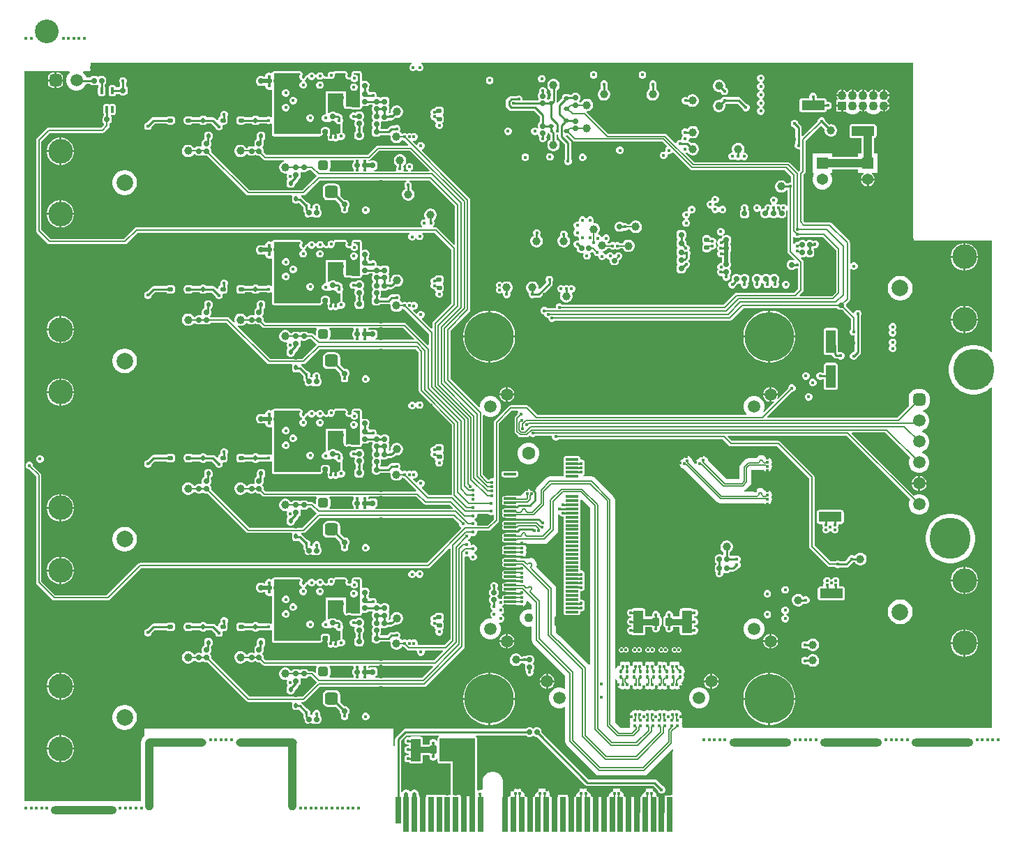
<source format=gbl>
G04*
G04 #@! TF.GenerationSoftware,Altium Limited,Altium Designer,23.11.1 (41)*
G04*
G04 Layer_Physical_Order=6*
G04 Layer_Color=16711680*
%FSAX25Y25*%
%MOIN*%
G70*
G04*
G04 #@! TF.SameCoordinates,9C2D02B0-F215-45F0-B5E0-11D66DCE4299*
G04*
G04*
G04 #@! TF.FilePolarity,Positive*
G04*
G01*
G75*
%ADD10C,0.00787*%
%ADD12C,0.00984*%
%ADD16C,0.02000*%
%ADD17C,0.00500*%
%ADD18C,0.01000*%
G04:AMPARAMS|DCode=27|XSize=23.62mil|YSize=23.62mil|CornerRadius=5.91mil|HoleSize=0mil|Usage=FLASHONLY|Rotation=270.000|XOffset=0mil|YOffset=0mil|HoleType=Round|Shape=RoundedRectangle|*
%AMROUNDEDRECTD27*
21,1,0.02362,0.01181,0,0,270.0*
21,1,0.01181,0.02362,0,0,270.0*
1,1,0.01181,-0.00591,-0.00591*
1,1,0.01181,-0.00591,0.00591*
1,1,0.01181,0.00591,0.00591*
1,1,0.01181,0.00591,-0.00591*
%
%ADD27ROUNDEDRECTD27*%
G04:AMPARAMS|DCode=34|XSize=23.62mil|YSize=23.62mil|CornerRadius=5.91mil|HoleSize=0mil|Usage=FLASHONLY|Rotation=0.000|XOffset=0mil|YOffset=0mil|HoleType=Round|Shape=RoundedRectangle|*
%AMROUNDEDRECTD34*
21,1,0.02362,0.01181,0,0,0.0*
21,1,0.01181,0.02362,0,0,0.0*
1,1,0.01181,0.00591,-0.00591*
1,1,0.01181,-0.00591,-0.00591*
1,1,0.01181,-0.00591,0.00591*
1,1,0.01181,0.00591,0.00591*
%
%ADD34ROUNDEDRECTD34*%
G04:AMPARAMS|DCode=37|XSize=25.2mil|YSize=25.2mil|CornerRadius=6.3mil|HoleSize=0mil|Usage=FLASHONLY|Rotation=270.000|XOffset=0mil|YOffset=0mil|HoleType=Round|Shape=RoundedRectangle|*
%AMROUNDEDRECTD37*
21,1,0.02520,0.01260,0,0,270.0*
21,1,0.01260,0.02520,0,0,270.0*
1,1,0.01260,-0.00630,-0.00630*
1,1,0.01260,-0.00630,0.00630*
1,1,0.01260,0.00630,0.00630*
1,1,0.01260,0.00630,-0.00630*
%
%ADD37ROUNDEDRECTD37*%
G04:AMPARAMS|DCode=40|XSize=39.37mil|YSize=35.43mil|CornerRadius=8.86mil|HoleSize=0mil|Usage=FLASHONLY|Rotation=90.000|XOffset=0mil|YOffset=0mil|HoleType=Round|Shape=RoundedRectangle|*
%AMROUNDEDRECTD40*
21,1,0.03937,0.01772,0,0,90.0*
21,1,0.02165,0.03543,0,0,90.0*
1,1,0.01772,0.00886,0.01083*
1,1,0.01772,0.00886,-0.01083*
1,1,0.01772,-0.00886,-0.01083*
1,1,0.01772,-0.00886,0.01083*
%
%ADD40ROUNDEDRECTD40*%
G04:AMPARAMS|DCode=42|XSize=25.2mil|YSize=25.2mil|CornerRadius=6.3mil|HoleSize=0mil|Usage=FLASHONLY|Rotation=180.000|XOffset=0mil|YOffset=0mil|HoleType=Round|Shape=RoundedRectangle|*
%AMROUNDEDRECTD42*
21,1,0.02520,0.01260,0,0,180.0*
21,1,0.01260,0.02520,0,0,180.0*
1,1,0.01260,-0.00630,0.00630*
1,1,0.01260,0.00630,0.00630*
1,1,0.01260,0.00630,-0.00630*
1,1,0.01260,-0.00630,-0.00630*
%
%ADD42ROUNDEDRECTD42*%
G04:AMPARAMS|DCode=65|XSize=13.78mil|YSize=15.75mil|CornerRadius=3.45mil|HoleSize=0mil|Usage=FLASHONLY|Rotation=0.000|XOffset=0mil|YOffset=0mil|HoleType=Round|Shape=RoundedRectangle|*
%AMROUNDEDRECTD65*
21,1,0.01378,0.00886,0,0,0.0*
21,1,0.00689,0.01575,0,0,0.0*
1,1,0.00689,0.00345,-0.00443*
1,1,0.00689,-0.00345,-0.00443*
1,1,0.00689,-0.00345,0.00443*
1,1,0.00689,0.00345,0.00443*
%
%ADD65ROUNDEDRECTD65*%
G04:AMPARAMS|DCode=70|XSize=16.54mil|YSize=18.11mil|CornerRadius=4.13mil|HoleSize=0mil|Usage=FLASHONLY|Rotation=0.000|XOffset=0mil|YOffset=0mil|HoleType=Round|Shape=RoundedRectangle|*
%AMROUNDEDRECTD70*
21,1,0.01654,0.00984,0,0,0.0*
21,1,0.00827,0.01811,0,0,0.0*
1,1,0.00827,0.00413,-0.00492*
1,1,0.00827,-0.00413,-0.00492*
1,1,0.00827,-0.00413,0.00492*
1,1,0.00827,0.00413,0.00492*
%
%ADD70ROUNDEDRECTD70*%
%ADD128C,0.01496*%
%ADD151R,0.02756X0.16535*%
%ADD152R,0.02756X0.12598*%
%ADD156C,0.01181*%
%ADD157C,0.01968*%
%ADD162C,0.03937*%
%ADD163C,0.02953*%
%ADD164C,0.00751*%
%ADD165C,0.02756*%
%ADD166C,0.04291*%
%ADD167R,0.04291X0.04291*%
%ADD168R,0.05386X0.05386*%
%ADD169C,0.05386*%
%ADD170O,0.29528X0.03937*%
%ADD171O,0.29134X0.03937*%
%ADD172O,0.03937X0.34449*%
%ADD173C,0.07874*%
G04:AMPARAMS|DCode=174|XSize=59.06mil|YSize=59.06mil|CornerRadius=14.76mil|HoleSize=0mil|Usage=FLASHONLY|Rotation=270.000|XOffset=0mil|YOffset=0mil|HoleType=Round|Shape=RoundedRectangle|*
%AMROUNDEDRECTD174*
21,1,0.05906,0.02953,0,0,270.0*
21,1,0.02953,0.05906,0,0,270.0*
1,1,0.02953,-0.01476,-0.01476*
1,1,0.02953,-0.01476,0.01476*
1,1,0.02953,0.01476,0.01476*
1,1,0.02953,0.01476,-0.01476*
%
%ADD174ROUNDEDRECTD174*%
%ADD175C,0.05906*%
%ADD176C,0.23622*%
%ADD177C,0.04300*%
%ADD178C,0.06300*%
%ADD179C,0.11811*%
G04:AMPARAMS|DCode=180|XSize=59.06mil|YSize=59.06mil|CornerRadius=14.76mil|HoleSize=0mil|Usage=FLASHONLY|Rotation=0.000|XOffset=0mil|YOffset=0mil|HoleType=Round|Shape=RoundedRectangle|*
%AMROUNDEDRECTD180*
21,1,0.05906,0.02953,0,0,0.0*
21,1,0.02953,0.05906,0,0,0.0*
1,1,0.02953,0.01476,-0.01476*
1,1,0.02953,-0.01476,-0.01476*
1,1,0.02953,-0.01476,0.01476*
1,1,0.02953,0.01476,0.01476*
%
%ADD180ROUNDEDRECTD180*%
%ADD181O,0.31496X0.03937*%
%ADD182C,0.19685*%
%ADD183C,0.11339*%
%ADD184C,0.01600*%
%ADD186C,0.03937*%
G04:AMPARAMS|DCode=187|XSize=108.27mil|YSize=47.24mil|CornerRadius=2.36mil|HoleSize=0mil|Usage=FLASHONLY|Rotation=0.000|XOffset=0mil|YOffset=0mil|HoleType=Round|Shape=RoundedRectangle|*
%AMROUNDEDRECTD187*
21,1,0.10827,0.04252,0,0,0.0*
21,1,0.10354,0.04724,0,0,0.0*
1,1,0.00472,0.05177,-0.02126*
1,1,0.00472,-0.05177,-0.02126*
1,1,0.00472,-0.05177,0.02126*
1,1,0.00472,0.05177,0.02126*
%
%ADD187ROUNDEDRECTD187*%
G04:AMPARAMS|DCode=188|XSize=149.61mil|YSize=79.92mil|CornerRadius=4mil|HoleSize=0mil|Usage=FLASHONLY|Rotation=180.000|XOffset=0mil|YOffset=0mil|HoleType=Round|Shape=RoundedRectangle|*
%AMROUNDEDRECTD188*
21,1,0.14961,0.07193,0,0,180.0*
21,1,0.14161,0.07992,0,0,180.0*
1,1,0.00799,-0.07081,0.03597*
1,1,0.00799,0.07081,0.03597*
1,1,0.00799,0.07081,-0.03597*
1,1,0.00799,-0.07081,-0.03597*
%
%ADD188ROUNDEDRECTD188*%
G04:AMPARAMS|DCode=189|XSize=18.5mil|YSize=23.62mil|CornerRadius=4.63mil|HoleSize=0mil|Usage=FLASHONLY|Rotation=270.000|XOffset=0mil|YOffset=0mil|HoleType=Round|Shape=RoundedRectangle|*
%AMROUNDEDRECTD189*
21,1,0.01850,0.01437,0,0,270.0*
21,1,0.00925,0.02362,0,0,270.0*
1,1,0.00925,-0.00719,-0.00463*
1,1,0.00925,-0.00719,0.00463*
1,1,0.00925,0.00719,0.00463*
1,1,0.00925,0.00719,-0.00463*
%
%ADD189ROUNDEDRECTD189*%
G04:AMPARAMS|DCode=190|XSize=25.59mil|YSize=19.68mil|CornerRadius=4.92mil|HoleSize=0mil|Usage=FLASHONLY|Rotation=0.000|XOffset=0mil|YOffset=0mil|HoleType=Round|Shape=RoundedRectangle|*
%AMROUNDEDRECTD190*
21,1,0.02559,0.00984,0,0,0.0*
21,1,0.01575,0.01968,0,0,0.0*
1,1,0.00984,0.00787,-0.00492*
1,1,0.00984,-0.00787,-0.00492*
1,1,0.00984,-0.00787,0.00492*
1,1,0.00984,0.00787,0.00492*
%
%ADD190ROUNDEDRECTD190*%
G04:AMPARAMS|DCode=191|XSize=18.5mil|YSize=23.62mil|CornerRadius=4.63mil|HoleSize=0mil|Usage=FLASHONLY|Rotation=180.000|XOffset=0mil|YOffset=0mil|HoleType=Round|Shape=RoundedRectangle|*
%AMROUNDEDRECTD191*
21,1,0.01850,0.01437,0,0,180.0*
21,1,0.00925,0.02362,0,0,180.0*
1,1,0.00925,-0.00463,0.00719*
1,1,0.00925,0.00463,0.00719*
1,1,0.00925,0.00463,-0.00719*
1,1,0.00925,-0.00463,-0.00719*
%
%ADD191ROUNDEDRECTD191*%
G04:AMPARAMS|DCode=192|XSize=47.24mil|YSize=47.24mil|CornerRadius=11.81mil|HoleSize=0mil|Usage=FLASHONLY|Rotation=0.000|XOffset=0mil|YOffset=0mil|HoleType=Round|Shape=RoundedRectangle|*
%AMROUNDEDRECTD192*
21,1,0.04724,0.02362,0,0,0.0*
21,1,0.02362,0.04724,0,0,0.0*
1,1,0.02362,0.01181,-0.01181*
1,1,0.02362,-0.01181,-0.01181*
1,1,0.02362,-0.01181,0.01181*
1,1,0.02362,0.01181,0.01181*
%
%ADD192ROUNDEDRECTD192*%
G04:AMPARAMS|DCode=193|XSize=62.99mil|YSize=59.06mil|CornerRadius=14.76mil|HoleSize=0mil|Usage=FLASHONLY|Rotation=0.000|XOffset=0mil|YOffset=0mil|HoleType=Round|Shape=RoundedRectangle|*
%AMROUNDEDRECTD193*
21,1,0.06299,0.02953,0,0,0.0*
21,1,0.03347,0.05906,0,0,0.0*
1,1,0.02953,0.01673,-0.01476*
1,1,0.02953,-0.01673,-0.01476*
1,1,0.02953,-0.01673,0.01476*
1,1,0.02953,0.01673,0.01476*
%
%ADD193ROUNDEDRECTD193*%
G04:AMPARAMS|DCode=194|XSize=19.68mil|YSize=19.68mil|CornerRadius=4.92mil|HoleSize=0mil|Usage=FLASHONLY|Rotation=180.000|XOffset=0mil|YOffset=0mil|HoleType=Round|Shape=RoundedRectangle|*
%AMROUNDEDRECTD194*
21,1,0.01968,0.00984,0,0,180.0*
21,1,0.00984,0.01968,0,0,180.0*
1,1,0.00984,-0.00492,0.00492*
1,1,0.00984,0.00492,0.00492*
1,1,0.00984,0.00492,-0.00492*
1,1,0.00984,-0.00492,-0.00492*
%
%ADD194ROUNDEDRECTD194*%
G04:AMPARAMS|DCode=195|XSize=23.62mil|YSize=21.65mil|CornerRadius=5.41mil|HoleSize=0mil|Usage=FLASHONLY|Rotation=180.000|XOffset=0mil|YOffset=0mil|HoleType=Round|Shape=RoundedRectangle|*
%AMROUNDEDRECTD195*
21,1,0.02362,0.01083,0,0,180.0*
21,1,0.01280,0.02165,0,0,180.0*
1,1,0.01083,-0.00640,0.00541*
1,1,0.01083,0.00640,0.00541*
1,1,0.01083,0.00640,-0.00541*
1,1,0.01083,-0.00640,-0.00541*
%
%ADD195ROUNDEDRECTD195*%
G04:AMPARAMS|DCode=196|XSize=22.84mil|YSize=62.21mil|CornerRadius=5.71mil|HoleSize=0mil|Usage=FLASHONLY|Rotation=180.000|XOffset=0mil|YOffset=0mil|HoleType=Round|Shape=RoundedRectangle|*
%AMROUNDEDRECTD196*
21,1,0.02284,0.05079,0,0,180.0*
21,1,0.01142,0.06221,0,0,180.0*
1,1,0.01142,-0.00571,0.02539*
1,1,0.01142,0.00571,0.02539*
1,1,0.01142,0.00571,-0.02539*
1,1,0.01142,-0.00571,-0.02539*
%
%ADD196ROUNDEDRECTD196*%
G04:AMPARAMS|DCode=197|XSize=108.27mil|YSize=47.24mil|CornerRadius=2.36mil|HoleSize=0mil|Usage=FLASHONLY|Rotation=270.000|XOffset=0mil|YOffset=0mil|HoleType=Round|Shape=RoundedRectangle|*
%AMROUNDEDRECTD197*
21,1,0.10827,0.04252,0,0,270.0*
21,1,0.10354,0.04724,0,0,270.0*
1,1,0.00472,-0.02126,-0.05177*
1,1,0.00472,-0.02126,0.05177*
1,1,0.00472,0.02126,0.05177*
1,1,0.00472,0.02126,-0.05177*
%
%ADD197ROUNDEDRECTD197*%
G04:AMPARAMS|DCode=198|XSize=15.75mil|YSize=33.47mil|CornerRadius=3.94mil|HoleSize=0mil|Usage=FLASHONLY|Rotation=0.000|XOffset=0mil|YOffset=0mil|HoleType=Round|Shape=RoundedRectangle|*
%AMROUNDEDRECTD198*
21,1,0.01575,0.02559,0,0,0.0*
21,1,0.00787,0.03347,0,0,0.0*
1,1,0.00787,0.00394,-0.01280*
1,1,0.00787,-0.00394,-0.01280*
1,1,0.00787,-0.00394,0.01280*
1,1,0.00787,0.00394,0.01280*
%
%ADD198ROUNDEDRECTD198*%
G04:AMPARAMS|DCode=199|XSize=12mil|YSize=61mil|CornerRadius=3mil|HoleSize=0mil|Usage=FLASHONLY|Rotation=90.000|XOffset=0mil|YOffset=0mil|HoleType=Round|Shape=RoundedRectangle|*
%AMROUNDEDRECTD199*
21,1,0.01200,0.05500,0,0,90.0*
21,1,0.00600,0.06100,0,0,90.0*
1,1,0.00600,0.02750,0.00300*
1,1,0.00600,0.02750,-0.00300*
1,1,0.00600,-0.02750,-0.00300*
1,1,0.00600,-0.02750,0.00300*
%
%ADD199ROUNDEDRECTD199*%
G04:AMPARAMS|DCode=200|XSize=47mil|YSize=108mil|CornerRadius=4.7mil|HoleSize=0mil|Usage=FLASHONLY|Rotation=90.000|XOffset=0mil|YOffset=0mil|HoleType=Round|Shape=RoundedRectangle|*
%AMROUNDEDRECTD200*
21,1,0.04700,0.09860,0,0,90.0*
21,1,0.03760,0.10800,0,0,90.0*
1,1,0.00940,0.04930,0.01880*
1,1,0.00940,0.04930,-0.01880*
1,1,0.00940,-0.04930,-0.01880*
1,1,0.00940,-0.04930,0.01880*
%
%ADD200ROUNDEDRECTD200*%
G36*
X0425961Y0297244D02*
X0426053Y0296783D01*
X0426314Y0296393D01*
X0426705Y0296132D01*
X0427165Y0296040D01*
X0463547D01*
Y0242830D01*
X0463086Y0242639D01*
X0462439Y0243285D01*
X0460931Y0244381D01*
X0459270Y0245227D01*
X0457498Y0245803D01*
X0455656Y0246094D01*
X0453792D01*
X0451951Y0245803D01*
X0450178Y0245227D01*
X0448518Y0244381D01*
X0447010Y0243285D01*
X0445691Y0241967D01*
X0444596Y0240459D01*
X0443750Y0238798D01*
X0443174Y0237025D01*
X0442882Y0235184D01*
Y0233320D01*
X0443174Y0231479D01*
X0443750Y0229706D01*
X0444596Y0228045D01*
X0445691Y0226537D01*
X0447010Y0225219D01*
X0448518Y0224123D01*
X0450178Y0223277D01*
X0451951Y0222701D01*
X0453792Y0222410D01*
X0455656D01*
X0457498Y0222701D01*
X0459270Y0223277D01*
X0460931Y0224123D01*
X0462439Y0225219D01*
X0463086Y0225865D01*
X0463547Y0225674D01*
Y0063028D01*
X0316000D01*
X0315601Y0063528D01*
X0315709Y0064075D01*
Y0064173D01*
X0315525Y0065100D01*
X0315289Y0065453D01*
X0315525Y0065805D01*
X0315709Y0066732D01*
Y0066831D01*
X0315525Y0067758D01*
X0315198Y0068246D01*
X0315354Y0069028D01*
Y0069258D01*
X0315170Y0070185D01*
X0314645Y0070970D01*
X0313859Y0071495D01*
X0312932Y0071680D01*
X0312005Y0071495D01*
X0311882Y0071413D01*
X0311759Y0071495D01*
X0310832Y0071680D01*
X0309905Y0071495D01*
X0309272Y0071073D01*
X0308929Y0071007D01*
X0308586Y0071073D01*
X0307953Y0071495D01*
X0307026Y0071680D01*
X0306100Y0071495D01*
X0305976Y0071413D01*
X0305853Y0071495D01*
X0304926Y0071680D01*
X0303999Y0071495D01*
X0303367Y0071073D01*
X0303024Y0071007D01*
X0302681Y0071073D01*
X0302048Y0071495D01*
X0301121Y0071680D01*
X0300194Y0071495D01*
X0300071Y0071413D01*
X0299948Y0071495D01*
X0299021Y0071680D01*
X0298094Y0071495D01*
X0297461Y0071073D01*
X0297118Y0071007D01*
X0296775Y0071073D01*
X0296142Y0071495D01*
X0295215Y0071680D01*
X0294288Y0071495D01*
X0294165Y0071413D01*
X0294042Y0071495D01*
X0293115Y0071680D01*
X0292188Y0071495D01*
X0291403Y0070970D01*
X0290878Y0070185D01*
X0290693Y0069258D01*
Y0069028D01*
X0290861Y0068183D01*
X0290577Y0067758D01*
X0290393Y0066831D01*
Y0066732D01*
X0290577Y0065805D01*
X0290813Y0065453D01*
X0290577Y0065100D01*
X0290393Y0064173D01*
Y0064075D01*
X0290536Y0063355D01*
X0290256Y0062916D01*
X0290172Y0062855D01*
X0286237D01*
X0283398Y0065695D01*
Y0086313D01*
X0283860Y0086443D01*
X0283898Y0086436D01*
X0284409Y0085670D01*
X0284684Y0085395D01*
Y0083760D01*
X0284869Y0082833D01*
X0285394Y0082047D01*
X0286179Y0081522D01*
X0287106Y0081338D01*
X0288033Y0081522D01*
X0288238Y0081659D01*
X0288443Y0081522D01*
X0289370Y0081338D01*
X0290297Y0081522D01*
X0290885Y0081915D01*
X0291240Y0082007D01*
X0291596Y0081915D01*
X0292183Y0081522D01*
X0293110Y0081338D01*
X0294037Y0081522D01*
X0294214Y0081640D01*
X0294391Y0081522D01*
X0295318Y0081338D01*
X0296245Y0081522D01*
X0297031Y0082047D01*
X0297303D01*
X0298089Y0081522D01*
X0299016Y0081338D01*
X0299943Y0081522D01*
X0300120Y0081640D01*
X0300297Y0081522D01*
X0301224Y0081338D01*
X0302151Y0081522D01*
X0302709Y0081895D01*
X0303072Y0082006D01*
X0303436Y0081895D01*
X0303994Y0081522D01*
X0304921Y0081338D01*
X0305848Y0081522D01*
X0306025Y0081640D01*
X0306202Y0081522D01*
X0307129Y0081338D01*
X0308056Y0081522D01*
X0308842Y0082047D01*
X0309114D01*
X0309900Y0081522D01*
X0310827Y0081338D01*
X0311754Y0081522D01*
X0311931Y0081640D01*
X0312108Y0081522D01*
X0313035Y0081338D01*
X0313962Y0081522D01*
X0314747Y0082047D01*
X0315272Y0082833D01*
X0315457Y0083760D01*
X0315313Y0084482D01*
Y0084802D01*
X0315788Y0085276D01*
X0316313Y0086062D01*
X0316497Y0086989D01*
Y0087441D01*
X0316313Y0088368D01*
X0316185Y0088559D01*
X0316608Y0089191D01*
X0316792Y0090118D01*
Y0090176D01*
X0316608Y0091103D01*
X0316083Y0091889D01*
X0315634Y0092337D01*
X0315459Y0092454D01*
X0315332Y0093095D01*
X0314807Y0093880D01*
X0314645Y0094043D01*
X0313859Y0094568D01*
X0312932Y0094752D01*
X0312005Y0094568D01*
X0311882Y0094486D01*
X0311759Y0094568D01*
X0310832Y0094752D01*
X0309905Y0094568D01*
X0309119Y0094043D01*
X0308560Y0094106D01*
X0307963Y0094505D01*
X0307036Y0094689D01*
X0306109Y0094505D01*
X0306026Y0094449D01*
X0305848Y0094568D01*
X0304921Y0094752D01*
X0303994Y0094568D01*
X0303209Y0094043D01*
X0302677Y0094147D01*
X0302048Y0094568D01*
X0301121Y0094752D01*
X0300194Y0094568D01*
X0300071Y0094486D01*
X0299948Y0094568D01*
X0299021Y0094752D01*
X0298094Y0094568D01*
X0297461Y0094145D01*
X0297118Y0094079D01*
X0296775Y0094145D01*
X0296142Y0094568D01*
X0295215Y0094752D01*
X0294288Y0094568D01*
X0294165Y0094486D01*
X0294042Y0094568D01*
X0293115Y0094752D01*
X0292189Y0094568D01*
X0291403Y0094043D01*
X0290870Y0094145D01*
X0290237Y0094568D01*
X0289310Y0094752D01*
X0288383Y0094568D01*
X0288260Y0094486D01*
X0288137Y0094568D01*
X0287210Y0094752D01*
X0286283Y0094568D01*
X0285497Y0094043D01*
X0285399Y0093944D01*
X0284874Y0093159D01*
X0284698Y0092276D01*
X0284311Y0091889D01*
X0283898Y0091271D01*
X0283398Y0091422D01*
Y0172073D01*
X0283213Y0173000D01*
X0282688Y0173786D01*
X0273885Y0182590D01*
X0273099Y0183115D01*
X0272172Y0183299D01*
X0268420D01*
X0268295Y0183679D01*
X0268287Y0183799D01*
X0268770Y0184282D01*
X0269044Y0184943D01*
Y0185660D01*
X0268770Y0186321D01*
X0268739Y0186352D01*
X0268770Y0186382D01*
X0269044Y0187043D01*
Y0187760D01*
X0268770Y0188421D01*
X0268739Y0188452D01*
X0268770Y0188482D01*
X0269044Y0189144D01*
Y0189860D01*
X0268770Y0190521D01*
X0268263Y0191027D01*
X0267602Y0191302D01*
X0266969D01*
Y0191639D01*
X0266868Y0192146D01*
X0266581Y0192576D01*
X0266151Y0192863D01*
X0265644Y0192964D01*
X0260144D01*
X0259636Y0192863D01*
X0259207Y0192576D01*
X0258919Y0192146D01*
X0258818Y0191639D01*
Y0191039D01*
X0258919Y0190531D01*
X0259037Y0190354D01*
X0258919Y0190177D01*
X0258818Y0189670D01*
Y0189070D01*
X0258919Y0188563D01*
X0259037Y0188386D01*
X0258919Y0188209D01*
X0258818Y0187702D01*
Y0187102D01*
X0258919Y0186594D01*
X0259037Y0186417D01*
X0258919Y0186240D01*
X0258818Y0185733D01*
Y0185133D01*
X0258919Y0184626D01*
X0259037Y0184449D01*
X0258919Y0184272D01*
X0258818Y0183765D01*
Y0183299D01*
X0252336D01*
X0251409Y0183115D01*
X0250623Y0182590D01*
X0246347Y0178314D01*
X0245822Y0177528D01*
X0245681Y0176819D01*
X0245456Y0176720D01*
X0245156Y0176655D01*
X0244431Y0177139D01*
X0243504Y0177324D01*
X0242577Y0177139D01*
X0242486Y0177079D01*
X0242331Y0177182D01*
X0241404Y0177367D01*
X0240477Y0177182D01*
X0239692Y0176657D01*
X0239167Y0175872D01*
X0238982Y0174945D01*
X0238783Y0174701D01*
X0236824D01*
X0236150Y0174836D01*
X0234156D01*
X0234096Y0174875D01*
X0233169Y0175060D01*
X0232242Y0174875D01*
X0231457Y0174351D01*
X0231058Y0173753D01*
X0230419D01*
X0230107Y0173691D01*
X0229842Y0173515D01*
X0229666Y0173250D01*
X0229604Y0172938D01*
Y0172338D01*
X0229666Y0172026D01*
X0229842Y0171761D01*
Y0171546D01*
X0229666Y0171281D01*
X0229604Y0170969D01*
Y0170369D01*
X0229666Y0170057D01*
X0229842Y0169792D01*
X0230107Y0169616D01*
X0230419Y0169554D01*
X0231058D01*
X0231457Y0168957D01*
X0232242Y0168431D01*
X0232651Y0168350D01*
X0232661Y0168331D01*
X0232613Y0167848D01*
X0230419D01*
X0230107Y0167786D01*
X0229842Y0167609D01*
X0229666Y0167344D01*
X0229604Y0167032D01*
Y0166432D01*
X0229666Y0166120D01*
X0229803Y0165748D01*
X0229666Y0165376D01*
X0229604Y0165064D01*
Y0164464D01*
X0229666Y0164152D01*
X0229842Y0163887D01*
X0230107Y0163710D01*
X0230419Y0163648D01*
X0231058D01*
X0231457Y0163051D01*
Y0162540D01*
X0231058Y0161942D01*
X0230419D01*
X0230107Y0161880D01*
X0229842Y0161704D01*
X0229666Y0161439D01*
X0229604Y0161127D01*
Y0160527D01*
X0229666Y0160215D01*
X0229803Y0159843D01*
X0229666Y0159470D01*
X0229604Y0159158D01*
Y0158558D01*
X0229666Y0158246D01*
X0229842Y0157982D01*
X0230107Y0157805D01*
X0230419Y0157743D01*
X0231058D01*
X0231457Y0157146D01*
X0231465Y0157140D01*
Y0156640D01*
X0231457Y0156634D01*
X0231058Y0156037D01*
X0230419D01*
X0230107Y0155975D01*
X0229842Y0155798D01*
X0229666Y0155533D01*
X0229604Y0155221D01*
Y0154621D01*
X0229666Y0154309D01*
X0229803Y0153937D01*
X0229666Y0153565D01*
X0229604Y0153253D01*
Y0152653D01*
X0229666Y0152341D01*
X0229842Y0152076D01*
X0230107Y0151899D01*
X0230419Y0151837D01*
X0231058D01*
X0231457Y0151240D01*
X0231465Y0151234D01*
Y0150734D01*
X0231457Y0150728D01*
X0231058Y0150131D01*
X0230419D01*
X0230107Y0150069D01*
X0229842Y0149892D01*
X0229666Y0149628D01*
X0229604Y0149316D01*
Y0148716D01*
X0229666Y0148404D01*
X0229803Y0148031D01*
X0229666Y0147659D01*
X0229604Y0147347D01*
Y0146747D01*
X0229666Y0146435D01*
X0229842Y0146170D01*
X0230107Y0145994D01*
X0230419Y0145932D01*
X0231090D01*
X0231438Y0145412D01*
X0231457Y0144823D01*
X0231058Y0144226D01*
X0230419D01*
X0230107Y0144164D01*
X0229842Y0143987D01*
X0229666Y0143722D01*
X0229604Y0143410D01*
Y0142810D01*
X0229666Y0142498D01*
X0229842Y0142234D01*
Y0142018D01*
X0229666Y0141754D01*
X0229604Y0141442D01*
Y0140842D01*
X0229666Y0140530D01*
X0229842Y0140265D01*
X0230107Y0140088D01*
X0230419Y0140026D01*
X0231058D01*
X0231415Y0139491D01*
X0231465Y0139289D01*
Y0139057D01*
X0231415Y0138855D01*
X0231058Y0138320D01*
X0230419D01*
X0230107Y0138258D01*
X0229842Y0138082D01*
X0229666Y0137817D01*
X0229604Y0137505D01*
Y0136905D01*
X0229666Y0136593D01*
X0229842Y0136328D01*
Y0136113D01*
X0229666Y0135848D01*
X0229604Y0135536D01*
Y0134936D01*
X0229666Y0134624D01*
X0229842Y0134359D01*
X0230107Y0134183D01*
X0230419Y0134121D01*
X0231090D01*
X0231555Y0133425D01*
X0231400Y0132927D01*
X0231058Y0132415D01*
X0230419D01*
X0230107Y0132353D01*
X0229842Y0132176D01*
X0229666Y0131911D01*
X0229604Y0131599D01*
Y0130999D01*
X0229666Y0130687D01*
X0229803Y0130315D01*
X0229666Y0129943D01*
X0229604Y0129631D01*
Y0129031D01*
X0229666Y0128719D01*
X0229842Y0128454D01*
X0230107Y0128277D01*
X0230419Y0128215D01*
X0231058D01*
X0231457Y0127618D01*
X0231465Y0127612D01*
Y0127112D01*
X0231457Y0127106D01*
X0231058Y0126509D01*
X0230419D01*
X0230107Y0126447D01*
X0229842Y0126270D01*
X0229666Y0126006D01*
X0229604Y0125694D01*
Y0125163D01*
X0229442Y0124993D01*
X0229150Y0124810D01*
X0229098Y0124831D01*
X0228382D01*
X0228270Y0124785D01*
X0227742Y0125108D01*
X0227679Y0125424D01*
X0227328Y0125950D01*
Y0126019D01*
X0227679Y0126545D01*
X0227803Y0127165D01*
Y0128347D01*
X0227679Y0128967D01*
X0227328Y0129493D01*
X0227120Y0129632D01*
Y0129894D01*
X0227391Y0130547D01*
Y0131264D01*
X0227116Y0131925D01*
X0226610Y0132431D01*
X0225949Y0132705D01*
X0225233D01*
X0224571Y0132431D01*
X0224065Y0131925D01*
X0223791Y0131264D01*
Y0130547D01*
X0224061Y0129894D01*
Y0129632D01*
X0223853Y0129493D01*
X0223502Y0128967D01*
X0223378Y0128347D01*
Y0127165D01*
X0223502Y0126545D01*
X0223853Y0126019D01*
Y0125950D01*
X0223502Y0125424D01*
X0223378Y0124803D01*
Y0123622D01*
X0223502Y0123001D01*
X0223853Y0122475D01*
X0224061Y0122336D01*
Y0122074D01*
X0223791Y0121421D01*
Y0120705D01*
X0224065Y0120043D01*
X0224571Y0119537D01*
X0224867Y0119414D01*
Y0118873D01*
X0224571Y0118750D01*
X0224065Y0118244D01*
X0223791Y0117582D01*
Y0116866D01*
X0224065Y0116205D01*
X0224499Y0115770D01*
X0224430Y0115431D01*
X0224346Y0115270D01*
X0223234D01*
X0221974Y0114933D01*
X0220845Y0114281D01*
X0219923Y0113358D01*
X0219271Y0112229D01*
X0218933Y0110969D01*
Y0109666D01*
X0219271Y0108406D01*
X0219923Y0107276D01*
X0220845Y0106354D01*
X0221974Y0105702D01*
X0223234Y0105365D01*
X0224538D01*
X0225798Y0105702D01*
X0226927Y0106354D01*
X0227849Y0107276D01*
X0228501Y0108406D01*
X0228839Y0109666D01*
Y0110969D01*
X0228501Y0112229D01*
X0228018Y0113065D01*
X0228366Y0113462D01*
X0228382Y0113456D01*
X0229098D01*
X0229760Y0113730D01*
X0230266Y0114236D01*
X0230540Y0114898D01*
Y0115614D01*
X0230266Y0116276D01*
X0229760Y0116782D01*
X0229345Y0116954D01*
Y0117495D01*
X0229760Y0117667D01*
X0230266Y0118173D01*
X0230540Y0118835D01*
Y0119551D01*
X0230266Y0120212D01*
X0229760Y0120719D01*
X0229464Y0120842D01*
Y0121383D01*
X0229760Y0121505D01*
X0230266Y0122012D01*
X0230392Y0122315D01*
X0230419Y0122310D01*
X0231058D01*
X0231457Y0121713D01*
X0231555Y0121614D01*
X0232341Y0121089D01*
X0233268Y0120905D01*
X0238769D01*
X0239695Y0121089D01*
X0240481Y0121614D01*
X0241006Y0122400D01*
X0241191Y0123327D01*
X0241105Y0123759D01*
X0241565Y0124005D01*
X0243543Y0122028D01*
Y0119879D01*
X0243146Y0119574D01*
X0242672Y0119701D01*
X0241580D01*
X0240524Y0119418D01*
X0239578Y0118872D01*
X0238805Y0118099D01*
X0238259Y0117153D01*
X0237976Y0116097D01*
Y0115005D01*
X0238259Y0113949D01*
X0238805Y0113003D01*
X0239578Y0112230D01*
X0240524Y0111684D01*
X0241580Y0111401D01*
X0242672D01*
X0243146Y0111528D01*
X0243543Y0111224D01*
Y0105120D01*
X0243727Y0104193D01*
X0244252Y0103408D01*
X0259586Y0088074D01*
Y0082037D01*
X0259153Y0081787D01*
X0258676Y0082063D01*
X0257416Y0082400D01*
X0256112D01*
X0254852Y0082063D01*
X0253723Y0081411D01*
X0252801Y0080489D01*
X0252149Y0079359D01*
X0251811Y0078100D01*
Y0076795D01*
X0252149Y0075536D01*
X0252801Y0074406D01*
X0253723Y0073484D01*
X0254852Y0072832D01*
X0256112Y0072495D01*
X0257416D01*
X0258676Y0072832D01*
X0259153Y0073108D01*
X0259586Y0072858D01*
Y0056595D01*
X0259770Y0055668D01*
X0260295Y0054882D01*
X0274145Y0041032D01*
X0274931Y0040507D01*
X0275857Y0040323D01*
X0297270D01*
X0298197Y0040507D01*
X0298983Y0041032D01*
X0310723Y0052772D01*
X0311185Y0052581D01*
Y0052463D01*
X0311058Y0051825D01*
Y0051736D01*
X0311037Y0051649D01*
X0311002Y0050945D01*
X0311006Y0050915D01*
X0311000Y0050886D01*
Y0030921D01*
X0307268D01*
Y0029921D01*
X0303650D01*
Y0030421D01*
X0303325D01*
Y0031696D01*
X0303141Y0032623D01*
X0302616Y0033409D01*
X0301830Y0033934D01*
X0300903Y0034119D01*
X0299976Y0033934D01*
X0299853Y0033852D01*
X0299730Y0033934D01*
X0298803Y0034119D01*
X0297876Y0033934D01*
X0297090Y0033409D01*
X0296565Y0032623D01*
X0296381Y0031696D01*
Y0030421D01*
X0295957D01*
Y0029921D01*
X0287902D01*
Y0030421D01*
X0287577D01*
Y0031752D01*
X0287392Y0032679D01*
X0286867Y0033465D01*
X0286081Y0033990D01*
X0285155Y0034174D01*
X0284228Y0033990D01*
X0284104Y0033908D01*
X0283981Y0033990D01*
X0283054Y0034174D01*
X0282128Y0033990D01*
X0281342Y0033465D01*
X0280817Y0032679D01*
X0280632Y0031752D01*
Y0030421D01*
X0280209D01*
Y0029921D01*
X0272153D01*
Y0030421D01*
X0271829D01*
Y0031666D01*
X0271644Y0032593D01*
X0271119Y0033379D01*
X0270333Y0033904D01*
X0269407Y0034088D01*
X0268480Y0033904D01*
X0268356Y0033822D01*
X0268233Y0033904D01*
X0267306Y0034088D01*
X0266380Y0033904D01*
X0265594Y0033379D01*
X0265069Y0032593D01*
X0264884Y0031666D01*
Y0030421D01*
X0264461D01*
Y0029921D01*
X0260842D01*
Y0030921D01*
X0256087D01*
Y0029921D01*
X0252468D01*
Y0030421D01*
X0252144D01*
Y0031708D01*
X0251959Y0032635D01*
X0251434Y0033421D01*
X0250648Y0033946D01*
X0249722Y0034130D01*
X0248795Y0033946D01*
X0248672Y0033863D01*
X0248548Y0033946D01*
X0247621Y0034130D01*
X0246695Y0033946D01*
X0245909Y0033421D01*
X0245384Y0032635D01*
X0245199Y0031708D01*
Y0030421D01*
X0244776D01*
Y0029921D01*
X0240657D01*
Y0030421D01*
X0240333D01*
Y0031533D01*
X0240148Y0032460D01*
X0239623Y0033246D01*
X0238837Y0033771D01*
X0237911Y0033955D01*
X0236984Y0033771D01*
X0236860Y0033688D01*
X0236737Y0033771D01*
X0235810Y0033955D01*
X0234884Y0033771D01*
X0234098Y0033246D01*
X0233573Y0032460D01*
X0233388Y0031533D01*
Y0030421D01*
X0232965D01*
Y0029921D01*
X0229944D01*
Y0037205D01*
X0229937Y0037244D01*
X0229942Y0037284D01*
X0229910Y0037772D01*
X0229879Y0037886D01*
X0229871Y0038005D01*
X0229619Y0038948D01*
X0229549Y0039089D01*
X0229498Y0039238D01*
X0229010Y0040084D01*
X0228906Y0040202D01*
X0228819Y0040333D01*
X0228128Y0041023D01*
X0227997Y0041111D01*
X0227879Y0041215D01*
X0227033Y0041703D01*
X0226884Y0041754D01*
X0226743Y0041823D01*
X0225800Y0042076D01*
X0225643Y0042086D01*
X0225488Y0042117D01*
X0224512D01*
X0224357Y0042086D01*
X0224200Y0042076D01*
X0223257Y0041823D01*
X0223116Y0041754D01*
X0222967Y0041703D01*
X0222121Y0041215D01*
X0222003Y0041111D01*
X0221872Y0041023D01*
X0221181Y0040333D01*
X0221094Y0040202D01*
X0220990Y0040084D01*
X0220502Y0039238D01*
X0220451Y0039089D01*
X0220381Y0038948D01*
X0220129Y0038005D01*
X0220121Y0037886D01*
X0220090Y0037772D01*
X0220058Y0037284D01*
X0220063Y0037244D01*
X0220056Y0037205D01*
Y0033532D01*
X0219556Y0033198D01*
X0219318Y0033296D01*
X0218602D01*
X0218082Y0033081D01*
X0217582Y0033317D01*
Y0033563D01*
X0217555Y0033699D01*
Y0058071D01*
X0217477Y0058461D01*
X0217256Y0058792D01*
X0216953Y0058994D01*
X0216948Y0059031D01*
X0217180Y0059494D01*
X0240742D01*
X0240881Y0059286D01*
X0241407Y0058935D01*
X0242028Y0058811D01*
X0243209D01*
X0243829Y0058935D01*
X0244355Y0059286D01*
X0244424D01*
X0244950Y0058935D01*
X0245571Y0058811D01*
X0246211D01*
X0269293Y0035730D01*
X0269789Y0035398D01*
X0270374Y0035282D01*
X0301729D01*
X0303912Y0033098D01*
X0304183Y0032445D01*
X0304689Y0031939D01*
X0305351Y0031665D01*
X0306067D01*
X0306728Y0031939D01*
X0307235Y0032445D01*
X0307509Y0033106D01*
Y0033823D01*
X0307235Y0034484D01*
X0306728Y0034991D01*
X0306075Y0035261D01*
X0303444Y0037892D01*
X0302947Y0038224D01*
X0302362Y0038340D01*
X0271007D01*
X0248374Y0060974D01*
Y0061614D01*
X0248250Y0062235D01*
X0247899Y0062761D01*
X0247373Y0063112D01*
X0246752Y0063236D01*
X0245571D01*
X0244950Y0063112D01*
X0244424Y0062761D01*
X0244355D01*
X0243829Y0063112D01*
X0243209Y0063236D01*
X0242028D01*
X0241407Y0063112D01*
X0240881Y0062761D01*
X0240742Y0062553D01*
X0183268D01*
X0182682Y0062437D01*
X0182186Y0062105D01*
X0178741Y0058660D01*
X0178410Y0058164D01*
X0178293Y0057579D01*
Y0054479D01*
X0177793Y0054265D01*
X0177707Y0054347D01*
Y0062206D01*
X0177548Y0062589D01*
X0177165Y0062747D01*
X0059055Y0062748D01*
X0058672Y0062589D01*
X0058514Y0062206D01*
X0058514Y0059179D01*
X0058193Y0058933D01*
X0057557Y0058104D01*
X0057157Y0057138D01*
X0057021Y0056102D01*
X0057021Y0056102D01*
Y0028100D01*
X0001204D01*
Y0376933D01*
X0022647D01*
X0022854Y0376433D01*
X0022100Y0375679D01*
X0021448Y0374550D01*
X0021110Y0373290D01*
Y0371986D01*
X0021448Y0370726D01*
X0022100Y0369597D01*
X0023022Y0368675D01*
X0024151Y0368023D01*
X0025411Y0367685D01*
X0026715D01*
X0027975Y0368023D01*
X0029104Y0368675D01*
X0030026Y0369597D01*
X0030678Y0370726D01*
X0030731Y0370921D01*
X0032664D01*
X0032810Y0370704D01*
X0033336Y0370352D01*
X0033957Y0370229D01*
X0035138D01*
X0035758Y0370352D01*
X0035916Y0370458D01*
X0036075Y0370547D01*
X0036561Y0370287D01*
Y0369707D01*
X0036384Y0369441D01*
X0036276Y0368898D01*
Y0366339D01*
X0036384Y0365795D01*
X0036692Y0365334D01*
X0037153Y0365026D01*
X0037697Y0364918D01*
X0038484D01*
X0039028Y0365026D01*
X0039489Y0365334D01*
X0039797Y0365795D01*
X0039905Y0366339D01*
Y0368898D01*
X0039797Y0369441D01*
X0039620Y0369707D01*
Y0370565D01*
X0039828Y0370704D01*
X0040179Y0371230D01*
X0040303Y0371850D01*
Y0373031D01*
X0040179Y0373652D01*
X0039828Y0374178D01*
X0039302Y0374530D01*
X0038681Y0374653D01*
X0037500D01*
X0036879Y0374530D01*
X0036722Y0374424D01*
X0036319Y0374198D01*
X0035916Y0374424D01*
X0035758Y0374530D01*
X0035138Y0374653D01*
X0033957D01*
X0033336Y0374530D01*
X0032810Y0374178D01*
X0032678Y0373980D01*
X0030831D01*
X0030678Y0374550D01*
X0030026Y0375679D01*
X0029272Y0376433D01*
X0029479Y0376933D01*
X0031890D01*
X0032280Y0377011D01*
X0032611Y0377232D01*
X0032832Y0377563D01*
X0032909Y0377953D01*
Y0380870D01*
X0186140D01*
X0186239Y0380370D01*
X0185988Y0380266D01*
X0185482Y0379760D01*
X0185208Y0379098D01*
Y0378382D01*
X0185482Y0377720D01*
X0185988Y0377214D01*
X0186650Y0376940D01*
X0187366D01*
X0188028Y0377214D01*
X0188533Y0377720D01*
X0189039Y0377214D01*
X0189701Y0376940D01*
X0190417D01*
X0191079Y0377214D01*
X0191585Y0377720D01*
X0191859Y0378382D01*
Y0379098D01*
X0191585Y0379760D01*
X0191079Y0380266D01*
X0190828Y0380370D01*
X0190927Y0380870D01*
X0425961D01*
Y0297244D01*
D02*
G37*
G36*
X0271397Y0168190D02*
Y0093358D01*
X0270918Y0093213D01*
X0270877Y0093274D01*
X0258208Y0105944D01*
X0258208Y0105944D01*
X0257030Y0107122D01*
X0257030Y0107122D01*
X0255346Y0108805D01*
Y0129652D01*
X0255162Y0130579D01*
X0254637Y0131365D01*
X0245995Y0140007D01*
X0245995Y0140007D01*
X0245911Y0140091D01*
X0245965Y0140221D01*
X0246077Y0141069D01*
X0245965Y0141918D01*
X0245637Y0142709D01*
X0245285Y0143168D01*
X0245129Y0143401D01*
X0244896Y0143557D01*
X0244437Y0143909D01*
X0243646Y0144237D01*
X0242798Y0144349D01*
X0241949Y0144237D01*
X0241819Y0144183D01*
X0241538Y0144464D01*
X0240835Y0144934D01*
X0240749Y0145007D01*
X0240668Y0145516D01*
X0241006Y0146022D01*
X0241191Y0146949D01*
X0241006Y0147876D01*
X0240910Y0148020D01*
X0240956Y0148089D01*
X0241140Y0149016D01*
X0240956Y0149943D01*
X0240658Y0150389D01*
X0240925Y0150889D01*
X0249473D01*
X0250400Y0151074D01*
X0251185Y0151599D01*
X0255621Y0156035D01*
X0256146Y0156820D01*
X0256331Y0157747D01*
Y0165080D01*
X0256831Y0165180D01*
X0257018Y0164728D01*
X0257524Y0164222D01*
X0258186Y0163948D01*
X0258818D01*
Y0163479D01*
X0258919Y0162972D01*
X0259037Y0162795D01*
X0258919Y0162618D01*
X0258818Y0162111D01*
Y0161511D01*
X0258919Y0161004D01*
X0259037Y0160827D01*
X0258919Y0160650D01*
X0258818Y0160143D01*
Y0159543D01*
X0258919Y0159035D01*
X0259037Y0158858D01*
X0258919Y0158681D01*
X0258818Y0158174D01*
Y0157574D01*
X0258919Y0157067D01*
X0259037Y0156890D01*
X0258919Y0156713D01*
X0258818Y0156205D01*
Y0155605D01*
X0258919Y0155098D01*
X0259037Y0154921D01*
X0258919Y0154744D01*
X0258818Y0154237D01*
Y0153637D01*
X0258919Y0153130D01*
X0259037Y0152953D01*
X0258919Y0152776D01*
X0258818Y0152269D01*
Y0151669D01*
X0258919Y0151161D01*
X0259037Y0150984D01*
X0258919Y0150807D01*
X0258818Y0150300D01*
Y0149700D01*
X0258919Y0149193D01*
X0259037Y0149016D01*
X0258919Y0148839D01*
X0258818Y0148331D01*
Y0147731D01*
X0258919Y0147224D01*
X0259037Y0147047D01*
X0258919Y0146870D01*
X0258818Y0146363D01*
Y0145763D01*
X0258919Y0145256D01*
X0259037Y0145079D01*
X0258919Y0144902D01*
X0258818Y0144395D01*
Y0143795D01*
X0258919Y0143287D01*
X0259037Y0143110D01*
X0258919Y0142933D01*
X0258818Y0142426D01*
Y0141826D01*
X0258919Y0141319D01*
X0259037Y0141142D01*
X0258919Y0140965D01*
X0258818Y0140457D01*
Y0139857D01*
X0258919Y0139350D01*
X0259037Y0139173D01*
X0258919Y0138996D01*
X0258818Y0138489D01*
Y0137889D01*
X0258919Y0137382D01*
X0259037Y0137205D01*
X0258919Y0137028D01*
X0258818Y0136521D01*
Y0135921D01*
X0258919Y0135413D01*
X0259037Y0135236D01*
X0258919Y0135059D01*
X0258818Y0134552D01*
Y0133952D01*
X0258919Y0133445D01*
X0259037Y0133268D01*
X0258919Y0133091D01*
X0258818Y0132583D01*
Y0131983D01*
X0258919Y0131476D01*
X0259037Y0131299D01*
X0258919Y0131122D01*
X0258818Y0130615D01*
Y0130015D01*
X0258919Y0129508D01*
X0259037Y0129331D01*
X0258919Y0129154D01*
X0258818Y0128647D01*
Y0128047D01*
X0258919Y0127539D01*
X0259037Y0127362D01*
X0258919Y0127185D01*
X0258818Y0126678D01*
Y0126078D01*
X0258919Y0125571D01*
X0259037Y0125394D01*
X0258919Y0125217D01*
X0258818Y0124709D01*
Y0124109D01*
X0258919Y0123602D01*
X0259037Y0123425D01*
X0258919Y0123248D01*
X0258818Y0122741D01*
Y0122141D01*
X0258919Y0121634D01*
X0259037Y0121457D01*
X0258919Y0121280D01*
X0258818Y0120773D01*
Y0120173D01*
X0258919Y0119665D01*
X0259037Y0119488D01*
X0258919Y0119311D01*
X0258818Y0118804D01*
Y0118204D01*
X0258919Y0117697D01*
X0259207Y0117267D01*
X0259636Y0116979D01*
X0260144Y0116878D01*
X0265644D01*
X0266151Y0116979D01*
X0266581Y0117267D01*
X0266868Y0117697D01*
X0266969Y0118204D01*
Y0118672D01*
X0267602D01*
X0268263Y0118947D01*
X0268770Y0119453D01*
X0269044Y0120114D01*
Y0120831D01*
X0268770Y0121492D01*
X0268739Y0121522D01*
X0268770Y0121553D01*
X0269044Y0122214D01*
Y0122931D01*
X0268770Y0123592D01*
X0268263Y0124098D01*
X0267602Y0124372D01*
X0266969D01*
Y0124709D01*
X0266868Y0125217D01*
X0266750Y0125394D01*
X0266868Y0125571D01*
X0266969Y0126078D01*
Y0126678D01*
X0266868Y0127185D01*
X0266750Y0127362D01*
X0266868Y0127539D01*
X0266969Y0128047D01*
Y0128350D01*
X0267602D01*
X0268263Y0128624D01*
X0268770Y0129131D01*
X0269044Y0129792D01*
Y0130508D01*
X0268770Y0131170D01*
X0268739Y0131200D01*
X0268770Y0131231D01*
X0269044Y0131892D01*
Y0132608D01*
X0268770Y0133270D01*
X0268739Y0133300D01*
X0268770Y0133331D01*
X0269044Y0133992D01*
Y0134708D01*
X0268770Y0135370D01*
X0268739Y0135400D01*
X0268770Y0135431D01*
X0269044Y0136092D01*
Y0136808D01*
X0268770Y0137470D01*
X0268263Y0137976D01*
X0267602Y0138250D01*
X0266969D01*
Y0138489D01*
X0266868Y0138996D01*
X0266750Y0139173D01*
X0266868Y0139350D01*
X0266969Y0139857D01*
Y0140457D01*
X0266868Y0140965D01*
X0266750Y0141142D01*
X0266868Y0141319D01*
X0266969Y0141826D01*
Y0142426D01*
X0266868Y0142933D01*
X0266750Y0143110D01*
X0266868Y0143287D01*
X0266969Y0143795D01*
Y0144395D01*
X0266868Y0144902D01*
X0266750Y0145079D01*
X0266868Y0145256D01*
X0266969Y0145763D01*
Y0146363D01*
X0266868Y0146870D01*
X0266750Y0147047D01*
X0266868Y0147224D01*
X0266969Y0147731D01*
Y0148331D01*
X0266868Y0148839D01*
X0266750Y0149016D01*
X0266868Y0149193D01*
X0266969Y0149700D01*
Y0150300D01*
X0266868Y0150807D01*
X0266750Y0150984D01*
X0266868Y0151161D01*
X0266969Y0151669D01*
Y0152269D01*
X0266868Y0152776D01*
X0266750Y0152953D01*
X0266868Y0153130D01*
X0266969Y0153637D01*
Y0154237D01*
X0266868Y0154744D01*
X0266750Y0154921D01*
X0266868Y0155098D01*
X0266969Y0155605D01*
Y0156205D01*
X0266868Y0156713D01*
X0266750Y0156890D01*
X0266868Y0157067D01*
X0266969Y0157574D01*
Y0158174D01*
X0266868Y0158681D01*
X0266750Y0158858D01*
X0266868Y0159035D01*
X0266969Y0159543D01*
Y0160143D01*
X0266868Y0160650D01*
X0266750Y0160827D01*
X0266868Y0161004D01*
X0266969Y0161511D01*
Y0162111D01*
X0266868Y0162618D01*
X0266750Y0162795D01*
X0266868Y0162972D01*
X0266969Y0163479D01*
Y0164079D01*
X0266868Y0164587D01*
X0266750Y0164764D01*
X0266868Y0164941D01*
X0266969Y0165448D01*
Y0166048D01*
X0266868Y0166555D01*
X0266750Y0166732D01*
X0266868Y0166909D01*
X0266969Y0167417D01*
Y0168017D01*
X0266868Y0168524D01*
X0266750Y0168701D01*
X0266868Y0168878D01*
X0266969Y0169385D01*
Y0169985D01*
X0266868Y0170492D01*
X0266750Y0170669D01*
X0266868Y0170846D01*
X0266969Y0171353D01*
Y0171910D01*
X0267069Y0171994D01*
X0267441Y0172146D01*
X0271397Y0168190D01*
D02*
G37*
G36*
X0199293Y0059031D02*
X0199287Y0058994D01*
X0198984Y0058792D01*
X0198763Y0058461D01*
X0198685Y0058071D01*
Y0056695D01*
X0198185Y0056596D01*
X0198081Y0056847D01*
X0197575Y0057354D01*
X0196913Y0057628D01*
X0196197D01*
X0195536Y0057354D01*
X0195029Y0056847D01*
X0194755Y0056186D01*
Y0055470D01*
X0194764Y0055447D01*
X0194409Y0055084D01*
X0191674D01*
Y0057638D01*
X0191578Y0058120D01*
X0191305Y0058529D01*
X0190896Y0058802D01*
X0190413Y0058898D01*
X0186161D01*
X0185679Y0058802D01*
X0185270Y0058529D01*
X0185219Y0058453D01*
X0184885Y0058591D01*
X0184169D01*
X0183507Y0058317D01*
X0183001Y0057811D01*
X0182727Y0057149D01*
Y0056433D01*
X0183001Y0055772D01*
X0183507Y0055265D01*
X0184169Y0054991D01*
X0184885D01*
X0184901Y0054981D01*
Y0054370D01*
X0184885Y0054359D01*
X0184169D01*
X0183507Y0054085D01*
X0183001Y0053579D01*
X0182727Y0052917D01*
Y0052201D01*
X0183001Y0051539D01*
X0183507Y0051033D01*
X0184169Y0050759D01*
X0184885D01*
X0184901Y0050748D01*
Y0050138D01*
X0184885Y0050127D01*
X0184169D01*
X0183507Y0049853D01*
X0183001Y0049346D01*
X0182727Y0048685D01*
Y0047969D01*
X0183001Y0047307D01*
X0183507Y0046801D01*
X0184169Y0046527D01*
X0184885D01*
X0185116Y0046623D01*
X0185270Y0046392D01*
X0185679Y0046119D01*
X0186161Y0046023D01*
X0190413D01*
X0190896Y0046119D01*
X0191305Y0046392D01*
X0191578Y0046801D01*
X0191674Y0047284D01*
Y0050034D01*
X0194409D01*
X0194765Y0049671D01*
X0194755Y0049649D01*
Y0048932D01*
X0195029Y0048271D01*
X0195536Y0047765D01*
X0196197Y0047491D01*
X0196913D01*
X0197575Y0047765D01*
X0198081Y0048271D01*
X0198185Y0048522D01*
X0198685Y0048423D01*
Y0046949D01*
X0198763Y0046559D01*
X0198984Y0046228D01*
X0199314Y0046007D01*
X0199705Y0045929D01*
X0204886D01*
Y0030921D01*
X0193095D01*
Y0029921D01*
X0189976D01*
Y0030921D01*
X0189638D01*
Y0031496D01*
X0189482Y0032276D01*
X0189040Y0032938D01*
X0188379Y0033380D01*
X0187598Y0033535D01*
X0186818Y0033380D01*
X0186156Y0032938D01*
X0185931Y0032600D01*
X0185329D01*
X0185103Y0032938D01*
X0184442Y0033380D01*
X0183661Y0033535D01*
X0182881Y0033380D01*
X0182220Y0032938D01*
X0181852Y0032388D01*
X0181352Y0032506D01*
Y0056945D01*
X0183901Y0059494D01*
X0199060D01*
X0199293Y0059031D01*
D02*
G37*
G36*
X0216535Y0030512D02*
X0209661D01*
Y0030921D01*
X0205906D01*
Y0046949D01*
X0199705D01*
Y0058071D01*
X0216535D01*
Y0030512D01*
D02*
G37*
%LPC*%
G36*
X0161417Y0377004D02*
X0158710D01*
X0158609Y0376984D01*
X0158506Y0376983D01*
X0158416Y0376945D01*
X0158320Y0376926D01*
X0158234Y0376869D01*
X0158140Y0376829D01*
X0158071Y0376760D01*
X0157989Y0376705D01*
X0157932Y0376620D01*
X0157860Y0376547D01*
X0157581Y0376125D01*
X0157567Y0376090D01*
X0157542Y0376061D01*
X0157492Y0375907D01*
X0157431Y0375757D01*
X0157431Y0375719D01*
X0157419Y0375682D01*
X0157410Y0375603D01*
X0157413Y0375572D01*
X0157405Y0375541D01*
X0157428Y0375374D01*
X0157441Y0375207D01*
X0157456Y0375179D01*
X0157460Y0375147D01*
X0157546Y0375002D01*
X0157622Y0374852D01*
X0157623Y0374834D01*
X0157332Y0374543D01*
X0157169Y0374150D01*
X0157064Y0374171D01*
X0156674Y0374093D01*
X0156553Y0374043D01*
X0156242D01*
X0155956Y0374162D01*
X0155736Y0374382D01*
X0155617Y0374668D01*
Y0374979D01*
X0155665Y0375094D01*
X0155685Y0375193D01*
X0155723Y0375285D01*
Y0375386D01*
X0155743Y0375484D01*
X0155723Y0375583D01*
Y0375683D01*
X0155685Y0375776D01*
X0155665Y0375874D01*
X0155609Y0375958D01*
X0155571Y0376051D01*
X0155237Y0376551D01*
X0155166Y0376622D01*
X0155110Y0376705D01*
X0155026Y0376761D01*
X0154955Y0376832D01*
X0154863Y0376870D01*
X0154779Y0376926D01*
X0154681Y0376946D01*
X0154588Y0376984D01*
X0154487D01*
X0154389Y0377004D01*
X0149727D01*
X0149628Y0376984D01*
X0149528D01*
X0149435Y0376946D01*
X0149337Y0376926D01*
X0149253Y0376870D01*
X0149160Y0376832D01*
X0149159Y0376830D01*
X0148756Y0376526D01*
X0148094Y0376800D01*
X0147378D01*
X0146717Y0376526D01*
X0146210Y0376020D01*
X0145936Y0375358D01*
Y0374642D01*
X0145960Y0374584D01*
X0145569Y0374222D01*
X0145317D01*
X0145030Y0374341D01*
X0144916Y0374455D01*
X0144832Y0374511D01*
X0144761Y0374582D01*
X0144669Y0374621D01*
X0144585Y0374676D01*
X0144487Y0374696D01*
X0144394Y0374734D01*
X0144293D01*
X0144221Y0374749D01*
Y0375063D01*
X0143947Y0375724D01*
X0143441Y0376231D01*
X0142779Y0376505D01*
X0142063D01*
X0141402Y0376231D01*
X0140895Y0375724D01*
X0140706Y0375267D01*
X0140166D01*
X0140010Y0375643D01*
X0139504Y0376149D01*
X0138842Y0376423D01*
X0138126D01*
X0137465Y0376149D01*
X0136958Y0375643D01*
X0136684Y0374981D01*
X0136672Y0374970D01*
X0136472Y0374970D01*
X0136329Y0374942D01*
X0136185Y0374930D01*
X0136010Y0374879D01*
X0135960Y0374853D01*
X0135904Y0374842D01*
X0135785Y0374762D01*
X0135657Y0374696D01*
X0135621Y0374653D01*
X0135573Y0374621D01*
X0135494Y0374501D01*
X0135401Y0374392D01*
X0135384Y0374337D01*
X0135352Y0374290D01*
X0135177Y0373867D01*
X0134958Y0373648D01*
X0134734Y0373555D01*
X0134734Y0373555D01*
X0134516Y0373409D01*
X0134297Y0373555D01*
X0134073Y0373648D01*
X0133854Y0373867D01*
X0133735Y0374154D01*
Y0374464D01*
X0133854Y0374751D01*
X0133866Y0374763D01*
X0134087Y0375094D01*
X0134165Y0375484D01*
X0134087Y0375874D01*
X0133880Y0376375D01*
X0133659Y0376705D01*
X0133328Y0376926D01*
X0132938Y0377004D01*
X0120473D01*
X0120082Y0376926D01*
X0119752Y0376705D01*
X0119530Y0376374D01*
X0119525Y0376346D01*
X0119427Y0376269D01*
X0118966Y0376101D01*
X0118468Y0376308D01*
X0117752D01*
X0117091Y0376034D01*
X0116584Y0375528D01*
X0116310Y0374866D01*
Y0374267D01*
X0115790D01*
X0115577Y0374409D01*
X0114941Y0374536D01*
X0113681D01*
X0113045Y0374409D01*
X0112506Y0374049D01*
X0112146Y0373510D01*
X0112019Y0372874D01*
Y0371614D01*
X0112146Y0370978D01*
X0112506Y0370439D01*
X0113045Y0370079D01*
X0113681Y0369952D01*
X0114941D01*
X0115577Y0370079D01*
X0115790Y0370221D01*
X0116310D01*
Y0369622D01*
X0116584Y0368961D01*
X0117091Y0368454D01*
X0117752Y0368180D01*
X0118468D01*
X0118953Y0368381D01*
X0119453Y0368124D01*
Y0355158D01*
X0118953Y0354951D01*
X0118933Y0354971D01*
X0118272Y0355245D01*
X0117555D01*
X0116902Y0354974D01*
X0113392D01*
X0113230Y0355218D01*
X0112746Y0355541D01*
X0112175Y0355655D01*
X0111250D01*
X0110679Y0355541D01*
X0110196Y0355218D01*
X0110033Y0354974D01*
X0106613D01*
X0106588Y0355013D01*
X0106094Y0355343D01*
X0105512Y0355458D01*
X0103937D01*
X0103355Y0355343D01*
X0102861Y0355013D01*
X0102532Y0354519D01*
X0102416Y0353937D01*
Y0352953D01*
X0102532Y0352371D01*
X0102861Y0351877D01*
X0103355Y0351547D01*
X0103937Y0351431D01*
X0105512D01*
X0106094Y0351547D01*
X0106588Y0351877D01*
X0106613Y0351916D01*
X0110033D01*
X0110196Y0351672D01*
X0110679Y0351349D01*
X0111250Y0351235D01*
X0112175D01*
X0112746Y0351349D01*
X0113230Y0351672D01*
X0113392Y0351916D01*
X0116902D01*
X0117555Y0351645D01*
X0118272D01*
X0118933Y0351919D01*
X0118953Y0351939D01*
X0119453Y0351732D01*
Y0346850D01*
X0119530Y0346460D01*
X0119752Y0346129D01*
X0120082Y0345908D01*
X0120473Y0345831D01*
X0142444D01*
X0142493Y0345841D01*
X0142543Y0345836D01*
X0142687Y0345879D01*
X0142834Y0345908D01*
X0142876Y0345936D01*
X0142924Y0345951D01*
X0143040Y0346046D01*
X0143165Y0346129D01*
X0143193Y0346171D01*
X0143232Y0346204D01*
X0143549Y0346590D01*
X0143573Y0346635D01*
X0143608Y0346670D01*
X0143666Y0346809D01*
X0143737Y0346941D01*
X0143741Y0346991D01*
X0143761Y0347038D01*
X0143761Y0347188D01*
X0143775Y0347337D01*
X0143767Y0347364D01*
Y0348463D01*
X0143835Y0348801D01*
X0143969Y0349003D01*
X0144171Y0349138D01*
X0144510Y0349205D01*
X0145569D01*
X0145907Y0349138D01*
X0146109Y0349003D01*
X0146244Y0348801D01*
X0146312Y0348463D01*
Y0347592D01*
X0146120Y0347305D01*
X0146004Y0346722D01*
Y0346207D01*
X0145786Y0345681D01*
Y0344965D01*
X0146060Y0344303D01*
X0146566Y0343797D01*
X0147228Y0343523D01*
X0147944D01*
X0148605Y0343797D01*
X0148720Y0343912D01*
X0148882Y0343750D01*
X0149544Y0343476D01*
X0150260D01*
X0150921Y0343750D01*
X0151427Y0344256D01*
X0151953Y0344308D01*
X0152299Y0344165D01*
X0153015D01*
X0153677Y0344439D01*
X0154183Y0344945D01*
X0154457Y0345606D01*
Y0346323D01*
X0154183Y0346984D01*
X0153677Y0347491D01*
X0153375Y0347616D01*
Y0347729D01*
X0153382Y0347765D01*
Y0351309D01*
X0153362Y0351408D01*
Y0351508D01*
X0153324Y0351601D01*
X0153304Y0351699D01*
X0153248Y0351783D01*
X0153210Y0351876D01*
X0153220Y0352297D01*
X0153494Y0352959D01*
Y0353675D01*
X0153220Y0354336D01*
X0153215Y0354341D01*
Y0354837D01*
X0153099Y0355419D01*
X0152769Y0355913D01*
X0152769Y0355913D01*
X0152193Y0356489D01*
X0151699Y0356819D01*
X0151117Y0356935D01*
X0150504D01*
X0150359Y0357151D01*
X0149833Y0357502D01*
X0149213Y0357626D01*
X0148031D01*
X0147411Y0357502D01*
X0146885Y0357151D01*
X0146795Y0357017D01*
X0146295Y0357168D01*
Y0366303D01*
X0153705D01*
Y0365034D01*
X0153782Y0364644D01*
X0153832Y0364525D01*
Y0364215D01*
X0153782Y0364096D01*
X0153705Y0363706D01*
Y0360310D01*
X0153782Y0359920D01*
X0153811Y0359850D01*
X0153827Y0359826D01*
X0153835Y0359798D01*
X0153937Y0359661D01*
X0154032Y0359519D01*
X0154056Y0359503D01*
X0154074Y0359480D01*
X0154452Y0359141D01*
X0154514Y0359105D01*
X0154565Y0359054D01*
X0154684Y0359005D01*
X0154795Y0358939D01*
X0154866Y0358929D01*
X0154933Y0358902D01*
X0155061D01*
X0155189Y0358884D01*
X0155259Y0358902D01*
X0155331D01*
X0155868Y0359008D01*
X0156927D01*
X0157316Y0358931D01*
X0157362Y0358901D01*
X0157460Y0358881D01*
X0157553Y0358842D01*
X0157653Y0358842D01*
X0157752Y0358823D01*
X0161417D01*
X0161808Y0358901D01*
X0162138Y0359122D01*
X0162359Y0359452D01*
X0162437Y0359842D01*
Y0360009D01*
X0162937Y0360357D01*
X0163287Y0360288D01*
X0164469D01*
X0165089Y0360411D01*
X0165615Y0360763D01*
X0165754Y0360971D01*
X0167433D01*
X0167700Y0360471D01*
X0167498Y0360168D01*
X0167374Y0359547D01*
Y0358366D01*
X0167498Y0357746D01*
X0167664Y0357497D01*
X0167751Y0356954D01*
X0167399Y0356428D01*
X0167276Y0355807D01*
Y0354626D01*
X0167399Y0354005D01*
X0167751Y0353479D01*
Y0353411D01*
X0167399Y0352884D01*
X0167276Y0352264D01*
Y0351083D01*
X0167399Y0350462D01*
X0167541Y0350251D01*
X0167585Y0349679D01*
X0167225Y0349140D01*
X0167098Y0348504D01*
Y0347244D01*
X0167225Y0346608D01*
X0167585Y0346069D01*
X0168124Y0345709D01*
X0168760Y0345582D01*
X0170020D01*
X0170656Y0345709D01*
X0171195Y0346069D01*
X0171379Y0346345D01*
X0175138D01*
X0175681Y0346453D01*
X0175858Y0346341D01*
X0176109Y0346117D01*
X0176067Y0345962D01*
Y0345180D01*
X0176269Y0344425D01*
X0176660Y0343748D01*
X0177213Y0343196D01*
X0177890Y0342805D01*
X0178645Y0342602D01*
X0179426D01*
X0180181Y0342805D01*
X0180858Y0343196D01*
X0181378Y0343716D01*
X0181756Y0344045D01*
X0182418Y0343771D01*
X0182773D01*
X0184650Y0341894D01*
X0184459Y0341432D01*
X0170177D01*
X0169689Y0341335D01*
X0169276Y0341059D01*
X0165220Y0337003D01*
X0116867D01*
X0115500Y0338370D01*
Y0339370D01*
X0115376Y0339991D01*
X0115025Y0340517D01*
Y0340586D01*
X0115376Y0341112D01*
X0115500Y0341732D01*
Y0342913D01*
X0115407Y0343377D01*
Y0343937D01*
X0115789Y0344192D01*
X0116112Y0344675D01*
X0116226Y0345246D01*
Y0346683D01*
X0116112Y0347254D01*
X0115789Y0347738D01*
X0115305Y0348061D01*
X0114734Y0348174D01*
X0113809D01*
X0113238Y0348061D01*
X0112755Y0347738D01*
X0112431Y0347254D01*
X0112318Y0346683D01*
Y0345246D01*
X0112349Y0345091D01*
Y0344466D01*
X0112076Y0344412D01*
X0111550Y0344060D01*
X0111199Y0343534D01*
X0111075Y0342913D01*
Y0341732D01*
X0111161Y0341298D01*
X0111146Y0341266D01*
X0110801Y0340921D01*
X0110769Y0340905D01*
X0110335Y0340992D01*
X0109153D01*
X0108533Y0340868D01*
X0108007Y0340517D01*
X0107763Y0340152D01*
X0107220D01*
X0106903Y0340701D01*
X0106350Y0341253D01*
X0105673Y0341644D01*
X0104918Y0341846D01*
X0104137D01*
X0103382Y0341644D01*
X0102705Y0341253D01*
X0102152Y0340701D01*
X0101761Y0340024D01*
X0101559Y0339269D01*
Y0338487D01*
X0101761Y0337732D01*
X0102152Y0337055D01*
X0102705Y0336503D01*
X0103382Y0336112D01*
X0104137Y0335910D01*
X0104918D01*
X0105673Y0336112D01*
X0106350Y0336503D01*
X0106903Y0337055D01*
X0107159Y0337499D01*
X0107466Y0337542D01*
X0107677Y0337537D01*
X0108007Y0337042D01*
X0108533Y0336691D01*
X0109153Y0336567D01*
X0110335D01*
X0110955Y0336691D01*
X0111481Y0337042D01*
X0111550D01*
X0112076Y0336691D01*
X0112697Y0336567D01*
X0113697D01*
X0115437Y0334827D01*
X0115851Y0334551D01*
X0116339Y0334454D01*
X0125360D01*
X0125426Y0333954D01*
X0124740Y0333770D01*
X0124063Y0333379D01*
X0123510Y0332827D01*
X0123120Y0332150D01*
X0122917Y0331395D01*
Y0330613D01*
X0123120Y0329858D01*
X0123510Y0329181D01*
X0124063Y0328628D01*
X0124740Y0328238D01*
X0125495Y0328035D01*
X0126277D01*
X0126440Y0328079D01*
X0126491Y0328040D01*
X0126761Y0327648D01*
X0126547Y0327130D01*
Y0326414D01*
X0126821Y0325752D01*
X0126968Y0325605D01*
X0126928Y0325198D01*
X0126604Y0324714D01*
X0126491Y0324144D01*
Y0322707D01*
X0126604Y0322136D01*
X0126928Y0321652D01*
X0127412Y0321329D01*
X0127982Y0321216D01*
X0128908D01*
X0129478Y0321329D01*
X0129962Y0321652D01*
X0130285Y0322136D01*
X0130399Y0322707D01*
Y0323086D01*
X0131809Y0324496D01*
X0132161Y0325022D01*
X0132232Y0325383D01*
X0132741Y0325723D01*
X0133093Y0326250D01*
X0133216Y0326870D01*
Y0328051D01*
X0133107Y0328598D01*
X0133277Y0328784D01*
X0133513Y0328929D01*
X0133533Y0328915D01*
X0134153Y0328792D01*
X0135335D01*
X0135955Y0328915D01*
X0136481Y0329267D01*
X0136791Y0329730D01*
X0138153D01*
X0140570Y0327312D01*
X0140831Y0326885D01*
X0140584Y0326639D01*
X0134118Y0320172D01*
X0108599D01*
X0090401Y0338370D01*
Y0339370D01*
X0090278Y0339991D01*
X0089926Y0340517D01*
Y0340586D01*
X0090278Y0341112D01*
X0090401Y0341732D01*
Y0342913D01*
X0090309Y0343377D01*
Y0343937D01*
X0090690Y0344192D01*
X0091013Y0344675D01*
X0091127Y0345246D01*
Y0346683D01*
X0091013Y0347254D01*
X0090690Y0347738D01*
X0090206Y0348061D01*
X0089636Y0348174D01*
X0088711D01*
X0088140Y0348061D01*
X0087656Y0347738D01*
X0087333Y0347254D01*
X0087219Y0346683D01*
Y0345246D01*
X0087250Y0345091D01*
Y0344466D01*
X0086978Y0344412D01*
X0086452Y0344060D01*
X0086100Y0343534D01*
X0085977Y0342913D01*
Y0341732D01*
X0086063Y0341298D01*
X0086047Y0341266D01*
X0085703Y0340921D01*
X0085670Y0340905D01*
X0085236Y0340992D01*
X0084055D01*
X0083434Y0340868D01*
X0082908Y0340517D01*
X0082665Y0340152D01*
X0082121D01*
X0081804Y0340701D01*
X0081252Y0341253D01*
X0080575Y0341644D01*
X0079820Y0341846D01*
X0079038D01*
X0078283Y0341644D01*
X0077606Y0341253D01*
X0077054Y0340701D01*
X0076663Y0340024D01*
X0076461Y0339269D01*
Y0338487D01*
X0076663Y0337732D01*
X0077054Y0337055D01*
X0077606Y0336503D01*
X0078283Y0336112D01*
X0079038Y0335910D01*
X0079820D01*
X0080575Y0336112D01*
X0081252Y0336503D01*
X0081804Y0337055D01*
X0082061Y0337499D01*
X0082367Y0337542D01*
X0082578Y0337537D01*
X0082908Y0337042D01*
X0083434Y0336691D01*
X0084055Y0336567D01*
X0085236D01*
X0085857Y0336691D01*
X0086015Y0336796D01*
X0086417Y0337023D01*
X0086820Y0336796D01*
X0086978Y0336691D01*
X0087598Y0336567D01*
X0088599D01*
X0107170Y0317996D01*
X0107583Y0317720D01*
X0108071Y0317623D01*
X0128868D01*
X0129142Y0317123D01*
X0129050Y0316663D01*
Y0315226D01*
X0129164Y0314656D01*
X0129487Y0314172D01*
X0129971Y0313849D01*
X0130541Y0313735D01*
X0131466D01*
X0132037Y0313849D01*
X0132322Y0314039D01*
X0134129Y0312232D01*
X0134396Y0311587D01*
Y0310630D01*
X0134512Y0310045D01*
X0134844Y0309548D01*
X0135091Y0309301D01*
Y0308661D01*
X0135214Y0308041D01*
X0135566Y0307515D01*
X0136092Y0307163D01*
X0136713Y0307040D01*
X0137894D01*
X0138514Y0307163D01*
X0138672Y0307269D01*
X0139075Y0307495D01*
X0139477Y0307269D01*
X0139635Y0307163D01*
X0140256Y0307040D01*
X0141437D01*
X0142058Y0307163D01*
X0142584Y0307515D01*
X0142935Y0308041D01*
X0143059Y0308661D01*
Y0309842D01*
X0142935Y0310463D01*
X0142584Y0310989D01*
X0142450Y0311078D01*
X0142647Y0311551D01*
Y0312267D01*
X0142372Y0312929D01*
X0141866Y0313435D01*
X0141205Y0313709D01*
X0140488D01*
X0139827Y0313435D01*
X0139321Y0312929D01*
X0139047Y0312267D01*
Y0311586D01*
X0138930Y0311474D01*
X0138622Y0311268D01*
X0138514Y0311341D01*
X0137941Y0311455D01*
X0137876Y0311495D01*
X0137611Y0311964D01*
X0137725Y0312240D01*
Y0312957D01*
X0137451Y0313618D01*
X0136945Y0314124D01*
X0136292Y0314395D01*
X0133851Y0316835D01*
X0133421Y0317123D01*
X0133425Y0317382D01*
X0133504Y0317623D01*
X0134646D01*
X0135133Y0317720D01*
X0135547Y0317996D01*
X0142260Y0324710D01*
X0183702D01*
X0183802Y0324210D01*
X0183499Y0324084D01*
X0182993Y0323578D01*
X0182719Y0322916D01*
Y0322200D01*
X0182993Y0321539D01*
X0183053Y0321479D01*
Y0320618D01*
X0182823Y0320486D01*
X0182270Y0319933D01*
X0181879Y0319256D01*
X0181677Y0318501D01*
Y0317719D01*
X0181879Y0316964D01*
X0182270Y0316287D01*
X0182823Y0315735D01*
X0183500Y0315344D01*
X0184255Y0315142D01*
X0185037D01*
X0185792Y0315344D01*
X0186468Y0315735D01*
X0187021Y0316287D01*
X0187412Y0316964D01*
X0187614Y0317719D01*
Y0318501D01*
X0187412Y0319256D01*
X0187021Y0319933D01*
X0186468Y0320486D01*
X0186111Y0320692D01*
Y0321701D01*
X0186319Y0322200D01*
Y0322916D01*
X0186045Y0323578D01*
X0185538Y0324084D01*
X0185235Y0324210D01*
X0185335Y0324710D01*
X0194846D01*
X0206993Y0312563D01*
Y0294358D01*
X0206531Y0294166D01*
X0198714Y0301984D01*
X0198300Y0302260D01*
X0197812Y0302357D01*
X0196698D01*
X0196581Y0302611D01*
X0196545Y0302857D01*
X0196998Y0303311D01*
X0197272Y0303973D01*
Y0304689D01*
X0196998Y0305350D01*
X0197070Y0305876D01*
X0197098Y0305892D01*
X0197651Y0306445D01*
X0198042Y0307122D01*
X0198244Y0307877D01*
Y0308659D01*
X0198042Y0309414D01*
X0197651Y0310090D01*
X0197098Y0310643D01*
X0196421Y0311034D01*
X0195666Y0311236D01*
X0194885D01*
X0194130Y0311034D01*
X0193453Y0310643D01*
X0192900Y0310090D01*
X0192509Y0309414D01*
X0192307Y0308659D01*
Y0307877D01*
X0192509Y0307122D01*
X0192815Y0306593D01*
X0192808Y0306562D01*
X0192572Y0306166D01*
X0192530Y0306131D01*
X0191990D01*
X0191328Y0305857D01*
X0190822Y0305350D01*
X0190548Y0304689D01*
Y0303973D01*
X0190822Y0303311D01*
X0191276Y0302857D01*
X0191239Y0302611D01*
X0191122Y0302357D01*
X0054823Y0302357D01*
X0054335Y0302260D01*
X0053922Y0301984D01*
X0048783Y0296845D01*
X0013717D01*
X0009345Y0301217D01*
Y0343468D01*
X0013323Y0347446D01*
X0038386D01*
X0038874Y0347543D01*
X0039287Y0347819D01*
X0041551Y0350083D01*
X0041827Y0350497D01*
X0041924Y0350984D01*
Y0351890D01*
X0042387Y0352200D01*
X0042738Y0352726D01*
X0042862Y0353346D01*
Y0354528D01*
X0042738Y0355148D01*
X0042417Y0355629D01*
X0042472Y0355801D01*
X0042654Y0356073D01*
X0042679Y0356086D01*
X0042815Y0356059D01*
X0043602D01*
X0044146Y0356168D01*
X0044607Y0356475D01*
X0044915Y0356937D01*
X0045023Y0357480D01*
Y0360039D01*
X0044915Y0360583D01*
X0044607Y0361044D01*
X0044146Y0361352D01*
X0043602Y0361460D01*
X0042815D01*
X0042271Y0361352D01*
X0041929Y0361124D01*
X0041587Y0361352D01*
X0041043Y0361460D01*
X0040256D01*
X0039712Y0361352D01*
X0039251Y0361044D01*
X0038943Y0360583D01*
X0038835Y0360039D01*
Y0357480D01*
X0038943Y0356937D01*
X0039120Y0356671D01*
Y0355813D01*
X0038912Y0355674D01*
X0038561Y0355148D01*
X0038437Y0354528D01*
Y0353346D01*
X0038561Y0352726D01*
X0038912Y0352200D01*
X0039263Y0351966D01*
X0039298Y0351435D01*
X0037858Y0349995D01*
X0012795D01*
X0012308Y0349898D01*
X0011894Y0349622D01*
X0007170Y0344897D01*
X0006893Y0344484D01*
X0006796Y0343996D01*
Y0300689D01*
X0006893Y0300201D01*
X0007170Y0299788D01*
X0012288Y0294670D01*
X0012701Y0294393D01*
X0013189Y0294296D01*
X0049311D01*
X0049799Y0294393D01*
X0050212Y0294670D01*
X0055351Y0299808D01*
X0185192Y0299808D01*
X0185309Y0299554D01*
X0185345Y0299308D01*
X0184891Y0298854D01*
X0184617Y0298193D01*
Y0297477D01*
X0184891Y0296815D01*
X0185398Y0296309D01*
X0186059Y0296035D01*
X0186775D01*
X0187437Y0296309D01*
X0187943Y0296815D01*
X0188008Y0296972D01*
X0188533Y0297012D01*
X0189039Y0296505D01*
X0189701Y0296232D01*
X0190417D01*
X0191079Y0296505D01*
X0191585Y0297012D01*
X0191859Y0297674D01*
Y0298390D01*
X0191585Y0299051D01*
X0191328Y0299308D01*
X0191535Y0299808D01*
X0197285D01*
X0205320Y0291773D01*
Y0265981D01*
X0196540Y0257200D01*
X0196264Y0256787D01*
X0196167Y0256299D01*
Y0253927D01*
X0195704Y0253736D01*
X0191072Y0258368D01*
X0191227Y0258921D01*
X0191669Y0259104D01*
X0192176Y0259610D01*
X0192450Y0260272D01*
Y0260988D01*
X0192176Y0261649D01*
X0191669Y0262156D01*
X0191008Y0262430D01*
X0190292D01*
X0189630Y0262156D01*
X0189124Y0261649D01*
X0188940Y0261207D01*
X0188388Y0261052D01*
X0186858Y0262582D01*
X0186936Y0262808D01*
X0187103Y0263044D01*
X0187733D01*
X0188395Y0263318D01*
X0188901Y0263825D01*
X0189175Y0264486D01*
Y0265202D01*
X0188901Y0265864D01*
X0188395Y0266370D01*
X0187733Y0266644D01*
X0187018D01*
X0186356Y0266370D01*
X0186234Y0266249D01*
X0186095Y0266388D01*
X0185434Y0266662D01*
X0184718D01*
X0184056Y0266388D01*
X0183926Y0266258D01*
X0183795Y0266388D01*
X0183134Y0266662D01*
X0182418D01*
X0181756Y0266388D01*
X0181568Y0266413D01*
X0181411Y0266685D01*
X0180858Y0267238D01*
X0180707Y0267325D01*
X0180660Y0267681D01*
X0180934Y0268343D01*
Y0269059D01*
X0180660Y0269720D01*
X0180154Y0270227D01*
X0179492Y0270501D01*
X0178776D01*
X0178122Y0270230D01*
X0176673D01*
X0176088Y0270114D01*
X0175592Y0269782D01*
X0174504Y0268695D01*
X0171570D01*
X0171260Y0269146D01*
X0171375Y0269451D01*
X0171577Y0269753D01*
X0171701Y0270374D01*
Y0271555D01*
X0171616Y0271979D01*
X0172060Y0272284D01*
X0172061Y0272284D01*
X0172697Y0272157D01*
X0173957D01*
X0174593Y0272284D01*
X0175132Y0272644D01*
X0175337Y0272950D01*
X0175921Y0272708D01*
X0176638D01*
X0177299Y0272982D01*
X0177670Y0273353D01*
X0177965Y0273550D01*
X0178407Y0273992D01*
X0178743Y0273902D01*
X0179525D01*
X0180280Y0274104D01*
X0180957Y0274495D01*
X0181509Y0275047D01*
X0181900Y0275724D01*
X0182102Y0276479D01*
Y0277261D01*
X0181900Y0278016D01*
X0181509Y0278693D01*
X0180957Y0279245D01*
X0180280Y0279636D01*
X0179525Y0279839D01*
X0178743D01*
X0177988Y0279636D01*
X0177311Y0279245D01*
X0176759Y0278693D01*
X0176368Y0278016D01*
X0176165Y0277261D01*
Y0276479D01*
X0176065Y0276349D01*
X0175542Y0276258D01*
X0175195Y0276548D01*
X0175244Y0276780D01*
X0175416Y0277037D01*
X0175539Y0277658D01*
Y0278839D01*
X0175416Y0279459D01*
X0175064Y0279985D01*
Y0280054D01*
X0175416Y0280580D01*
X0175539Y0281201D01*
Y0282382D01*
X0175416Y0283002D01*
X0175064Y0283529D01*
X0174538Y0283880D01*
X0173917Y0284004D01*
X0172736D01*
X0172116Y0283880D01*
X0171590Y0283529D01*
X0171092Y0283684D01*
X0170798Y0283880D01*
X0170177Y0284004D01*
X0169870D01*
X0169615Y0284386D01*
Y0285102D01*
X0169341Y0285764D01*
X0168835Y0286270D01*
X0168173Y0286544D01*
X0167457D01*
X0166941Y0286331D01*
X0166010D01*
X0165967Y0286546D01*
X0165750Y0286871D01*
X0165683Y0287427D01*
X0166043Y0287966D01*
X0166170Y0288602D01*
Y0289862D01*
X0166043Y0290498D01*
X0165683Y0291037D01*
X0165144Y0291398D01*
X0164508Y0291524D01*
X0163248D01*
X0162937Y0291462D01*
X0162437Y0291836D01*
Y0295276D01*
X0162359Y0295666D01*
X0162138Y0295997D01*
X0161808Y0296218D01*
X0161417Y0296295D01*
X0158710D01*
X0158609Y0296275D01*
X0158506Y0296275D01*
X0158416Y0296237D01*
X0158320Y0296218D01*
X0158234Y0296160D01*
X0158140Y0296121D01*
X0158071Y0296051D01*
X0157989Y0295997D01*
X0157932Y0295911D01*
X0157860Y0295838D01*
X0157581Y0295417D01*
X0157567Y0295381D01*
X0157542Y0295352D01*
X0157492Y0295198D01*
X0157431Y0295048D01*
X0157431Y0295010D01*
X0157419Y0294973D01*
X0157410Y0294895D01*
X0157413Y0294863D01*
X0157405Y0294832D01*
X0157428Y0294666D01*
X0157441Y0294498D01*
X0157456Y0294470D01*
X0157460Y0294438D01*
X0157546Y0294294D01*
X0157622Y0294144D01*
X0157623Y0294125D01*
X0157332Y0293835D01*
X0157169Y0293441D01*
X0157064Y0293462D01*
X0156674Y0293385D01*
X0156553Y0293335D01*
X0156242D01*
X0155956Y0293453D01*
X0155736Y0293673D01*
X0155617Y0293960D01*
Y0294270D01*
X0155665Y0294385D01*
X0155685Y0294484D01*
X0155723Y0294577D01*
Y0294677D01*
X0155743Y0294776D01*
X0155723Y0294874D01*
Y0294974D01*
X0155685Y0295067D01*
X0155665Y0295166D01*
X0155609Y0295249D01*
X0155571Y0295342D01*
X0155237Y0295842D01*
X0155166Y0295913D01*
X0155110Y0295997D01*
X0155026Y0296052D01*
X0154955Y0296123D01*
X0154863Y0296162D01*
X0154779Y0296218D01*
X0154681Y0296237D01*
X0154588Y0296276D01*
X0154487D01*
X0154389Y0296295D01*
X0149727D01*
X0149628Y0296276D01*
X0149528D01*
X0149435Y0296237D01*
X0149337Y0296218D01*
X0149253Y0296162D01*
X0149160Y0296123D01*
X0149159Y0296122D01*
X0148756Y0295817D01*
X0148094Y0296091D01*
X0147378D01*
X0146717Y0295817D01*
X0146210Y0295311D01*
X0145936Y0294649D01*
Y0293933D01*
X0145753Y0293684D01*
X0145569Y0293513D01*
X0145317D01*
X0145030Y0293632D01*
X0144916Y0293747D01*
X0144832Y0293802D01*
X0144761Y0293874D01*
X0144669Y0293912D01*
X0144585Y0293968D01*
X0144487Y0293987D01*
X0144394Y0294026D01*
X0144293D01*
X0144221Y0294040D01*
Y0294354D01*
X0143947Y0295016D01*
X0143441Y0295522D01*
X0142779Y0295796D01*
X0142063D01*
X0141402Y0295522D01*
X0140895Y0295016D01*
X0140706Y0294558D01*
X0140166D01*
X0140010Y0294934D01*
X0139504Y0295441D01*
X0138842Y0295715D01*
X0138126D01*
X0137465Y0295441D01*
X0136958Y0294934D01*
X0136684Y0294273D01*
X0136672Y0294261D01*
X0136472Y0294262D01*
X0136329Y0294234D01*
X0136185Y0294221D01*
X0136010Y0294170D01*
X0135960Y0294144D01*
X0135904Y0294133D01*
X0135785Y0294053D01*
X0135657Y0293987D01*
X0135621Y0293944D01*
X0135573Y0293912D01*
X0135494Y0293793D01*
X0135401Y0293683D01*
X0135384Y0293629D01*
X0135352Y0293582D01*
X0135177Y0293158D01*
X0134958Y0292939D01*
X0134734Y0292846D01*
X0134734Y0292846D01*
X0134516Y0292700D01*
X0134297Y0292846D01*
X0134073Y0292939D01*
X0133854Y0293158D01*
X0133735Y0293445D01*
Y0293756D01*
X0133854Y0294043D01*
X0133866Y0294055D01*
X0134087Y0294385D01*
X0134165Y0294776D01*
X0134087Y0295166D01*
X0133880Y0295666D01*
X0133659Y0295997D01*
X0133328Y0296218D01*
X0132938Y0296295D01*
X0120473D01*
X0120082Y0296218D01*
X0119752Y0295997D01*
X0119530Y0295666D01*
X0119525Y0295637D01*
X0119427Y0295560D01*
X0118966Y0295393D01*
X0118468Y0295599D01*
X0117752D01*
X0117091Y0295325D01*
X0116584Y0294819D01*
X0116310Y0294157D01*
Y0293559D01*
X0115790D01*
X0115577Y0293701D01*
X0114941Y0293827D01*
X0113681D01*
X0113045Y0293701D01*
X0112506Y0293340D01*
X0112146Y0292801D01*
X0112019Y0292165D01*
Y0290905D01*
X0112146Y0290269D01*
X0112506Y0289730D01*
X0113045Y0289370D01*
X0113681Y0289244D01*
X0114941D01*
X0115577Y0289370D01*
X0115790Y0289512D01*
X0116310D01*
Y0288914D01*
X0116584Y0288252D01*
X0117091Y0287746D01*
X0117752Y0287472D01*
X0118468D01*
X0118953Y0287672D01*
X0119453Y0287415D01*
Y0274449D01*
X0118953Y0274242D01*
X0118933Y0274262D01*
X0118272Y0274536D01*
X0117555D01*
X0116902Y0274266D01*
X0113392D01*
X0113230Y0274509D01*
X0112746Y0274833D01*
X0112175Y0274946D01*
X0111250D01*
X0110679Y0274833D01*
X0110196Y0274509D01*
X0110033Y0274266D01*
X0106613D01*
X0106588Y0274304D01*
X0106094Y0274634D01*
X0105512Y0274750D01*
X0103937D01*
X0103355Y0274634D01*
X0102861Y0274304D01*
X0102532Y0273811D01*
X0102416Y0273228D01*
Y0272244D01*
X0102532Y0271662D01*
X0102861Y0271168D01*
X0103355Y0270838D01*
X0103937Y0270723D01*
X0105512D01*
X0106094Y0270838D01*
X0106588Y0271168D01*
X0106613Y0271207D01*
X0110033D01*
X0110196Y0270963D01*
X0110679Y0270640D01*
X0111250Y0270527D01*
X0112175D01*
X0112746Y0270640D01*
X0113230Y0270963D01*
X0113392Y0271207D01*
X0116902D01*
X0117555Y0270936D01*
X0118272D01*
X0118933Y0271210D01*
X0118953Y0271230D01*
X0119453Y0271023D01*
Y0266142D01*
X0119530Y0265752D01*
X0119752Y0265421D01*
X0120082Y0265200D01*
X0120473Y0265122D01*
X0142444D01*
X0142493Y0265132D01*
X0142543Y0265127D01*
X0142687Y0265171D01*
X0142834Y0265200D01*
X0142876Y0265228D01*
X0142924Y0265243D01*
X0143040Y0265338D01*
X0143165Y0265421D01*
X0143193Y0265463D01*
X0143232Y0265495D01*
X0143549Y0265881D01*
X0143573Y0265926D01*
X0143608Y0265962D01*
X0143666Y0266100D01*
X0143737Y0266232D01*
X0143741Y0266283D01*
X0143761Y0266329D01*
X0143761Y0266479D01*
X0143775Y0266628D01*
X0143767Y0266655D01*
Y0267754D01*
X0143835Y0268092D01*
X0143969Y0268294D01*
X0144171Y0268429D01*
X0144510Y0268497D01*
X0145569D01*
X0145907Y0268429D01*
X0146109Y0268294D01*
X0146244Y0268092D01*
X0146312Y0267754D01*
Y0266883D01*
X0146120Y0266596D01*
X0146004Y0266014D01*
Y0265499D01*
X0145786Y0264972D01*
Y0264256D01*
X0146060Y0263595D01*
X0146566Y0263088D01*
X0147228Y0262814D01*
X0147944D01*
X0148605Y0263088D01*
X0148720Y0263203D01*
X0148882Y0263041D01*
X0149544Y0262767D01*
X0150260D01*
X0150921Y0263041D01*
X0151427Y0263547D01*
X0151985Y0263586D01*
X0152299Y0263456D01*
X0153015D01*
X0153677Y0263730D01*
X0154183Y0264236D01*
X0154457Y0264898D01*
Y0265614D01*
X0154183Y0266276D01*
X0153677Y0266782D01*
X0153375Y0266907D01*
Y0267021D01*
X0153382Y0267056D01*
Y0270601D01*
X0153362Y0270699D01*
Y0270799D01*
X0153324Y0270892D01*
X0153304Y0270991D01*
X0153248Y0271074D01*
X0153210Y0271167D01*
X0153220Y0271588D01*
X0153494Y0272250D01*
Y0272966D01*
X0153220Y0273628D01*
X0153215Y0273632D01*
Y0274128D01*
X0153099Y0274710D01*
X0152769Y0275204D01*
X0152769Y0275204D01*
X0152193Y0275781D01*
X0151699Y0276110D01*
X0151117Y0276226D01*
X0150504D01*
X0150359Y0276442D01*
X0149833Y0276794D01*
X0149213Y0276917D01*
X0148031D01*
X0147411Y0276794D01*
X0146885Y0276442D01*
X0146795Y0276308D01*
X0146295Y0276460D01*
Y0285595D01*
X0153705D01*
Y0284326D01*
X0153782Y0283935D01*
X0153832Y0283817D01*
Y0283506D01*
X0153782Y0283387D01*
X0153705Y0282997D01*
Y0279601D01*
X0153782Y0279211D01*
X0153811Y0279141D01*
X0153827Y0279117D01*
X0153835Y0279089D01*
X0153937Y0278953D01*
X0154032Y0278810D01*
X0154056Y0278794D01*
X0154074Y0278771D01*
X0154452Y0278433D01*
X0154514Y0278396D01*
X0154565Y0278345D01*
X0154684Y0278296D01*
X0154795Y0278231D01*
X0154866Y0278221D01*
X0154933Y0278193D01*
X0155061D01*
X0155189Y0278175D01*
X0155259Y0278193D01*
X0155331D01*
X0155868Y0278300D01*
X0156927D01*
X0157316Y0278222D01*
X0157362Y0278192D01*
X0157460Y0278172D01*
X0157553Y0278134D01*
X0157653Y0278134D01*
X0157752Y0278114D01*
X0161417D01*
X0161808Y0278192D01*
X0162138Y0278413D01*
X0162359Y0278744D01*
X0162437Y0279134D01*
Y0279301D01*
X0162937Y0279649D01*
X0163287Y0279579D01*
X0164469D01*
X0165089Y0279702D01*
X0165615Y0280054D01*
X0165754Y0280262D01*
X0167433D01*
X0167700Y0279762D01*
X0167498Y0279459D01*
X0167374Y0278839D01*
Y0277658D01*
X0167498Y0277037D01*
X0167849Y0276511D01*
X0167626Y0276059D01*
X0167399Y0275719D01*
X0167276Y0275098D01*
Y0273917D01*
X0167399Y0273297D01*
X0167751Y0272771D01*
Y0272702D01*
X0167399Y0272176D01*
X0167276Y0271555D01*
Y0270374D01*
X0167399Y0269753D01*
X0167541Y0269542D01*
X0167585Y0268970D01*
X0167225Y0268431D01*
X0167098Y0267795D01*
Y0266535D01*
X0167225Y0265899D01*
X0167585Y0265360D01*
X0168124Y0265000D01*
X0168760Y0264874D01*
X0170020D01*
X0170656Y0265000D01*
X0171195Y0265360D01*
X0171379Y0265636D01*
X0175138D01*
X0175681Y0265744D01*
X0175858Y0265632D01*
X0176109Y0265409D01*
X0176067Y0265253D01*
Y0264471D01*
X0176269Y0263716D01*
X0176660Y0263039D01*
X0177213Y0262487D01*
X0177890Y0262096D01*
X0178645Y0261894D01*
X0179426D01*
X0180181Y0262096D01*
X0180858Y0262487D01*
X0181411Y0263039D01*
X0181568Y0263312D01*
X0181756Y0263336D01*
X0182418Y0263062D01*
X0182773D01*
X0194493Y0251342D01*
Y0246250D01*
X0194031Y0246059D01*
X0183677Y0256413D01*
X0183263Y0256689D01*
X0182776Y0256786D01*
X0116374D01*
X0115500Y0257661D01*
Y0258661D01*
X0115376Y0259282D01*
X0115025Y0259808D01*
Y0259877D01*
X0115376Y0260403D01*
X0115500Y0261024D01*
Y0262205D01*
X0115407Y0262669D01*
Y0263228D01*
X0115789Y0263483D01*
X0116112Y0263967D01*
X0116226Y0264537D01*
Y0265974D01*
X0116112Y0266545D01*
X0115789Y0267029D01*
X0115305Y0267352D01*
X0114734Y0267466D01*
X0113809D01*
X0113238Y0267352D01*
X0112755Y0267029D01*
X0112431Y0266545D01*
X0112318Y0265974D01*
Y0264537D01*
X0112349Y0264383D01*
Y0263757D01*
X0112076Y0263703D01*
X0111550Y0263351D01*
X0111199Y0262825D01*
X0111075Y0262205D01*
Y0261024D01*
X0111161Y0260590D01*
X0111146Y0260557D01*
X0110801Y0260212D01*
X0110769Y0260197D01*
X0110335Y0260283D01*
X0109153D01*
X0108533Y0260160D01*
X0108007Y0259808D01*
X0107763Y0259444D01*
X0107220D01*
X0106903Y0259992D01*
X0106350Y0260545D01*
X0105673Y0260935D01*
X0104918Y0261138D01*
X0104137D01*
X0103382Y0260935D01*
X0102705Y0260545D01*
X0102152Y0259992D01*
X0101761Y0259315D01*
X0101559Y0258560D01*
Y0257779D01*
X0101761Y0257024D01*
X0101329Y0256773D01*
X0099130Y0258972D01*
X0098716Y0259248D01*
X0098228Y0259345D01*
X0090235D01*
X0089926Y0259808D01*
Y0259877D01*
X0090278Y0260403D01*
X0090401Y0261024D01*
Y0262205D01*
X0090309Y0262669D01*
Y0263228D01*
X0090690Y0263483D01*
X0091013Y0263967D01*
X0091127Y0264537D01*
Y0265974D01*
X0091013Y0266545D01*
X0090690Y0267029D01*
X0090206Y0267352D01*
X0089636Y0267466D01*
X0088711D01*
X0088140Y0267352D01*
X0087656Y0267029D01*
X0087333Y0266545D01*
X0087219Y0265974D01*
Y0264537D01*
X0087250Y0264383D01*
Y0263757D01*
X0086978Y0263703D01*
X0086452Y0263351D01*
X0086100Y0262825D01*
X0085977Y0262205D01*
Y0261024D01*
X0086063Y0260590D01*
X0086047Y0260557D01*
X0085703Y0260212D01*
X0085670Y0260197D01*
X0085236Y0260283D01*
X0084055D01*
X0083434Y0260160D01*
X0082908Y0259808D01*
X0082665Y0259444D01*
X0082121D01*
X0081804Y0259992D01*
X0081252Y0260545D01*
X0080575Y0260935D01*
X0079820Y0261138D01*
X0079038D01*
X0078283Y0260935D01*
X0077606Y0260545D01*
X0077054Y0259992D01*
X0076663Y0259315D01*
X0076461Y0258560D01*
Y0257779D01*
X0076663Y0257024D01*
X0077054Y0256347D01*
X0077606Y0255794D01*
X0078283Y0255403D01*
X0079038Y0255201D01*
X0079820D01*
X0080575Y0255403D01*
X0081252Y0255794D01*
X0081804Y0256347D01*
X0082061Y0256790D01*
X0082367Y0256833D01*
X0082578Y0256828D01*
X0082908Y0256334D01*
X0083434Y0255982D01*
X0084055Y0255859D01*
X0085236D01*
X0085857Y0255982D01*
X0086383Y0256334D01*
X0086452D01*
X0086978Y0255982D01*
X0087598Y0255859D01*
X0088779D01*
X0089400Y0255982D01*
X0089926Y0256334D01*
X0090235Y0256796D01*
X0097701D01*
X0117209Y0237288D01*
X0117622Y0237012D01*
X0118110Y0236914D01*
X0128868D01*
X0129142Y0236415D01*
X0129050Y0235955D01*
Y0234518D01*
X0129164Y0233947D01*
X0129487Y0233463D01*
X0129971Y0233140D01*
X0130541Y0233027D01*
X0131466D01*
X0132037Y0233140D01*
X0132322Y0233330D01*
X0134129Y0231523D01*
X0134396Y0230878D01*
Y0229921D01*
X0134512Y0229336D01*
X0134844Y0228840D01*
X0135091Y0228593D01*
Y0227953D01*
X0135214Y0227332D01*
X0135566Y0226806D01*
X0136092Y0226454D01*
X0136713Y0226331D01*
X0137894D01*
X0138514Y0226454D01*
X0139040Y0226806D01*
X0139109D01*
X0139635Y0226454D01*
X0140256Y0226331D01*
X0141437D01*
X0142058Y0226454D01*
X0142584Y0226806D01*
X0142935Y0227332D01*
X0143059Y0227953D01*
Y0229134D01*
X0142935Y0229754D01*
X0142584Y0230281D01*
X0142450Y0230370D01*
X0142647Y0230843D01*
Y0231559D01*
X0142372Y0232220D01*
X0141866Y0232727D01*
X0141205Y0233001D01*
X0140488D01*
X0139827Y0232727D01*
X0139321Y0232220D01*
X0139047Y0231559D01*
Y0230878D01*
X0138930Y0230765D01*
X0138622Y0230560D01*
X0138514Y0230632D01*
X0137941Y0230746D01*
X0137876Y0230786D01*
X0137611Y0231256D01*
X0137725Y0231532D01*
Y0232248D01*
X0137451Y0232909D01*
X0136945Y0233416D01*
X0136292Y0233686D01*
X0133851Y0236127D01*
X0133421Y0236415D01*
X0133425Y0236673D01*
X0133504Y0236914D01*
X0134646D01*
X0135133Y0237012D01*
X0135547Y0237288D01*
X0142260Y0244001D01*
X0188252D01*
X0189670Y0242582D01*
Y0224213D01*
X0189767Y0223725D01*
X0190044Y0223311D01*
X0205418Y0207937D01*
Y0174876D01*
X0205413Y0174409D01*
X0204946Y0174404D01*
X0194327D01*
X0191072Y0177659D01*
X0191227Y0178212D01*
X0191669Y0178395D01*
X0192176Y0178902D01*
X0192450Y0179563D01*
Y0180279D01*
X0192176Y0180941D01*
X0191669Y0181447D01*
X0191008Y0181721D01*
X0190292D01*
X0189630Y0181447D01*
X0189124Y0180941D01*
X0188940Y0180498D01*
X0188388Y0180344D01*
X0186858Y0181874D01*
X0186936Y0182099D01*
X0187103Y0182336D01*
X0187733D01*
X0188395Y0182610D01*
X0188901Y0183116D01*
X0189175Y0183777D01*
Y0184494D01*
X0188901Y0185155D01*
X0188395Y0185661D01*
X0187733Y0185936D01*
X0187018D01*
X0186356Y0185661D01*
X0186234Y0185540D01*
X0186095Y0185679D01*
X0185434Y0185953D01*
X0184718D01*
X0184056Y0185679D01*
X0183926Y0185549D01*
X0183795Y0185679D01*
X0183134Y0185953D01*
X0182418D01*
X0181756Y0185679D01*
X0181568Y0185704D01*
X0181411Y0185976D01*
X0180858Y0186529D01*
X0180707Y0186616D01*
X0180660Y0186972D01*
X0180934Y0187634D01*
Y0188350D01*
X0180660Y0189012D01*
X0180154Y0189518D01*
X0179492Y0189792D01*
X0178776D01*
X0178122Y0189522D01*
X0176673D01*
X0176088Y0189405D01*
X0175592Y0189074D01*
X0174504Y0187986D01*
X0171570D01*
X0171260Y0188437D01*
X0171375Y0188743D01*
X0171577Y0189045D01*
X0171701Y0189665D01*
Y0190847D01*
X0171616Y0191271D01*
X0172060Y0191575D01*
X0172061Y0191575D01*
X0172697Y0191448D01*
X0173957D01*
X0174593Y0191575D01*
X0175132Y0191935D01*
X0175337Y0192242D01*
X0175921Y0191999D01*
X0176638D01*
X0177299Y0192273D01*
X0177805Y0192780D01*
X0177811Y0192794D01*
X0177869Y0192833D01*
X0178416Y0193379D01*
X0178743Y0193291D01*
X0179525D01*
X0180280Y0193494D01*
X0180957Y0193884D01*
X0181509Y0194437D01*
X0181900Y0195114D01*
X0182102Y0195869D01*
Y0196651D01*
X0181900Y0197406D01*
X0181509Y0198082D01*
X0180957Y0198635D01*
X0180280Y0199026D01*
X0179525Y0199228D01*
X0178743D01*
X0177988Y0199026D01*
X0177311Y0198635D01*
X0176759Y0198082D01*
X0176368Y0197406D01*
X0176165Y0196651D01*
Y0195869D01*
X0176035Y0195699D01*
X0175481Y0195601D01*
X0175195Y0195839D01*
X0175244Y0196072D01*
X0175416Y0196328D01*
X0175539Y0196949D01*
Y0198130D01*
X0175416Y0198750D01*
X0175064Y0199277D01*
Y0199345D01*
X0175416Y0199872D01*
X0175539Y0200492D01*
Y0201673D01*
X0175416Y0202294D01*
X0175064Y0202820D01*
X0174538Y0203171D01*
X0173917Y0203295D01*
X0172736D01*
X0172116Y0203171D01*
X0171590Y0202820D01*
X0171092Y0202975D01*
X0170798Y0203171D01*
X0170177Y0203295D01*
X0169870D01*
X0169615Y0203677D01*
Y0204394D01*
X0169341Y0205055D01*
X0168835Y0205561D01*
X0168173Y0205835D01*
X0167457D01*
X0166941Y0205622D01*
X0166010D01*
X0165967Y0205837D01*
X0165750Y0206162D01*
X0165683Y0206719D01*
X0166043Y0207258D01*
X0166170Y0207894D01*
Y0209154D01*
X0166043Y0209789D01*
X0165683Y0210329D01*
X0165144Y0210689D01*
X0164508Y0210815D01*
X0163248D01*
X0162937Y0210753D01*
X0162437Y0211127D01*
Y0214567D01*
X0162359Y0214957D01*
X0162138Y0215288D01*
X0161808Y0215509D01*
X0161417Y0215586D01*
X0158710D01*
X0158609Y0215566D01*
X0158506Y0215566D01*
X0158416Y0215528D01*
X0158320Y0215509D01*
X0158234Y0215452D01*
X0158140Y0215412D01*
X0158071Y0215342D01*
X0157989Y0215288D01*
X0157932Y0215202D01*
X0157860Y0215129D01*
X0157581Y0214708D01*
X0157567Y0214672D01*
X0157542Y0214643D01*
X0157492Y0214489D01*
X0157431Y0214340D01*
X0157431Y0214301D01*
X0157419Y0214265D01*
X0157410Y0214186D01*
X0157413Y0214154D01*
X0157405Y0214124D01*
X0157428Y0213957D01*
X0157441Y0213790D01*
X0157456Y0213761D01*
X0157460Y0213730D01*
X0157546Y0213585D01*
X0157622Y0213435D01*
X0157623Y0213417D01*
X0157332Y0213126D01*
X0157169Y0212733D01*
X0157064Y0212754D01*
X0156674Y0212676D01*
X0156553Y0212626D01*
X0156242D01*
X0155956Y0212745D01*
X0155736Y0212964D01*
X0155617Y0213251D01*
Y0213562D01*
X0155665Y0213677D01*
X0155685Y0213775D01*
X0155723Y0213868D01*
Y0213968D01*
X0155743Y0214067D01*
X0155723Y0214165D01*
Y0214266D01*
X0155685Y0214359D01*
X0155665Y0214457D01*
X0155609Y0214541D01*
X0155571Y0214633D01*
X0155237Y0215133D01*
X0155166Y0215204D01*
X0155110Y0215288D01*
X0155026Y0215344D01*
X0154955Y0215415D01*
X0154863Y0215453D01*
X0154779Y0215509D01*
X0154681Y0215528D01*
X0154588Y0215567D01*
X0154487D01*
X0154389Y0215586D01*
X0149727D01*
X0149628Y0215567D01*
X0149528D01*
X0149435Y0215528D01*
X0149337Y0215509D01*
X0149253Y0215453D01*
X0149160Y0215415D01*
X0149159Y0215413D01*
X0148756Y0215109D01*
X0148094Y0215383D01*
X0147378D01*
X0146717Y0215109D01*
X0146210Y0214602D01*
X0145936Y0213941D01*
Y0213225D01*
X0145753Y0212975D01*
X0145569Y0212805D01*
X0145317D01*
X0145030Y0212924D01*
X0144916Y0213038D01*
X0144832Y0213094D01*
X0144761Y0213165D01*
X0144669Y0213203D01*
X0144585Y0213259D01*
X0144487Y0213279D01*
X0144394Y0213317D01*
X0144293D01*
X0144221Y0213331D01*
Y0213646D01*
X0143947Y0214307D01*
X0143441Y0214813D01*
X0142779Y0215087D01*
X0142063D01*
X0141402Y0214813D01*
X0140895Y0214307D01*
X0140706Y0213849D01*
X0140166D01*
X0140010Y0214226D01*
X0139504Y0214732D01*
X0138842Y0215006D01*
X0138126D01*
X0137465Y0214732D01*
X0136958Y0214226D01*
X0136684Y0213564D01*
X0136672Y0213552D01*
X0136472Y0213553D01*
X0136329Y0213525D01*
X0136185Y0213513D01*
X0136010Y0213462D01*
X0135960Y0213436D01*
X0135904Y0213425D01*
X0135785Y0213345D01*
X0135657Y0213279D01*
X0135621Y0213235D01*
X0135573Y0213204D01*
X0135494Y0213084D01*
X0135401Y0212974D01*
X0135384Y0212920D01*
X0135352Y0212873D01*
X0135177Y0212450D01*
X0134958Y0212230D01*
X0134734Y0212138D01*
X0134734Y0212138D01*
X0134516Y0211992D01*
X0134297Y0212138D01*
X0134073Y0212230D01*
X0133854Y0212450D01*
X0133735Y0212737D01*
Y0213047D01*
X0133854Y0213334D01*
X0133866Y0213346D01*
X0134087Y0213677D01*
X0134165Y0214067D01*
X0134087Y0214457D01*
X0133880Y0214957D01*
X0133659Y0215288D01*
X0133328Y0215509D01*
X0132938Y0215586D01*
X0120473D01*
X0120082Y0215509D01*
X0119752Y0215288D01*
X0119530Y0214957D01*
X0119525Y0214929D01*
X0119427Y0214852D01*
X0118966Y0214684D01*
X0118468Y0214891D01*
X0117752D01*
X0117091Y0214616D01*
X0116584Y0214110D01*
X0116310Y0213449D01*
Y0212850D01*
X0115790D01*
X0115577Y0212992D01*
X0114941Y0213119D01*
X0113681D01*
X0113045Y0212992D01*
X0112506Y0212632D01*
X0112146Y0212093D01*
X0112019Y0211457D01*
Y0210197D01*
X0112146Y0209561D01*
X0112506Y0209022D01*
X0113045Y0208662D01*
X0113681Y0208535D01*
X0114941D01*
X0115577Y0208662D01*
X0115790Y0208804D01*
X0116310D01*
Y0208205D01*
X0116584Y0207543D01*
X0117091Y0207037D01*
X0117752Y0206763D01*
X0118468D01*
X0118953Y0206964D01*
X0119453Y0206707D01*
Y0193741D01*
X0118953Y0193534D01*
X0118933Y0193553D01*
X0118272Y0193827D01*
X0117555D01*
X0116902Y0193557D01*
X0113392D01*
X0113230Y0193800D01*
X0112746Y0194124D01*
X0112175Y0194237D01*
X0111250D01*
X0110679Y0194124D01*
X0110196Y0193800D01*
X0110033Y0193557D01*
X0106613D01*
X0106588Y0193595D01*
X0106094Y0193925D01*
X0105512Y0194041D01*
X0103937D01*
X0103355Y0193925D01*
X0102861Y0193595D01*
X0102532Y0193102D01*
X0102416Y0192520D01*
Y0191535D01*
X0102532Y0190953D01*
X0102861Y0190460D01*
X0103355Y0190130D01*
X0103937Y0190014D01*
X0105512D01*
X0106094Y0190130D01*
X0106588Y0190460D01*
X0106613Y0190498D01*
X0110033D01*
X0110196Y0190255D01*
X0110679Y0189931D01*
X0111250Y0189818D01*
X0112175D01*
X0112746Y0189931D01*
X0113230Y0190255D01*
X0113392Y0190498D01*
X0116902D01*
X0117555Y0190227D01*
X0118272D01*
X0118933Y0190502D01*
X0118953Y0190521D01*
X0119453Y0190314D01*
Y0185433D01*
X0119530Y0185043D01*
X0119752Y0184712D01*
X0120082Y0184491D01*
X0120473Y0184414D01*
X0142444D01*
X0142493Y0184423D01*
X0142543Y0184418D01*
X0142687Y0184462D01*
X0142834Y0184491D01*
X0142876Y0184519D01*
X0142924Y0184534D01*
X0143040Y0184629D01*
X0143165Y0184712D01*
X0143193Y0184754D01*
X0143232Y0184786D01*
X0143549Y0185173D01*
X0143573Y0185217D01*
X0143608Y0185253D01*
X0143666Y0185391D01*
X0143737Y0185524D01*
X0143741Y0185574D01*
X0143761Y0185621D01*
X0143761Y0185770D01*
X0143775Y0185919D01*
X0143767Y0185947D01*
Y0187045D01*
X0143835Y0187384D01*
X0143969Y0187586D01*
X0144171Y0187721D01*
X0144510Y0187788D01*
X0145569D01*
X0145907Y0187721D01*
X0146109Y0187586D01*
X0146244Y0187384D01*
X0146312Y0187045D01*
Y0186174D01*
X0146120Y0185887D01*
X0146004Y0185305D01*
Y0184790D01*
X0145786Y0184264D01*
Y0183547D01*
X0146060Y0182886D01*
X0146566Y0182379D01*
X0147228Y0182106D01*
X0147944D01*
X0148605Y0182379D01*
X0148720Y0182494D01*
X0148882Y0182332D01*
X0149544Y0182058D01*
X0150260D01*
X0150921Y0182332D01*
X0151427Y0182839D01*
X0151985Y0182878D01*
X0152299Y0182747D01*
X0153015D01*
X0153677Y0183021D01*
X0154183Y0183528D01*
X0154457Y0184189D01*
Y0184905D01*
X0154183Y0185567D01*
X0153677Y0186073D01*
X0153375Y0186198D01*
Y0186312D01*
X0153382Y0186347D01*
Y0189892D01*
X0153362Y0189990D01*
Y0190091D01*
X0153324Y0190184D01*
X0153304Y0190282D01*
X0153248Y0190366D01*
X0153210Y0190458D01*
X0153220Y0190880D01*
X0153494Y0191541D01*
Y0192257D01*
X0153220Y0192919D01*
X0153215Y0192924D01*
Y0193420D01*
X0153099Y0194002D01*
X0152769Y0194495D01*
X0152769Y0194495D01*
X0152193Y0195072D01*
X0151699Y0195402D01*
X0151117Y0195518D01*
X0150504D01*
X0150359Y0195733D01*
X0149833Y0196085D01*
X0149213Y0196208D01*
X0148031D01*
X0147411Y0196085D01*
X0146885Y0195733D01*
X0146795Y0195599D01*
X0146295Y0195751D01*
Y0204886D01*
X0153705D01*
Y0203617D01*
X0153782Y0203227D01*
X0153832Y0203108D01*
Y0202798D01*
X0153782Y0202679D01*
X0153705Y0202289D01*
Y0198892D01*
X0153782Y0198502D01*
X0153811Y0198432D01*
X0153827Y0198408D01*
X0153835Y0198380D01*
X0153937Y0198244D01*
X0154032Y0198102D01*
X0154056Y0198085D01*
X0154074Y0198063D01*
X0154452Y0197724D01*
X0154514Y0197687D01*
X0154565Y0197636D01*
X0154684Y0197587D01*
X0154795Y0197522D01*
X0154866Y0197512D01*
X0154933Y0197484D01*
X0155061D01*
X0155189Y0197466D01*
X0155259Y0197484D01*
X0155331D01*
X0155868Y0197591D01*
X0156927D01*
X0157316Y0197514D01*
X0157362Y0197483D01*
X0157460Y0197464D01*
X0157553Y0197425D01*
X0157653Y0197425D01*
X0157752Y0197406D01*
X0161417D01*
X0161808Y0197483D01*
X0162138Y0197704D01*
X0162359Y0198035D01*
X0162437Y0198425D01*
Y0198592D01*
X0162937Y0198940D01*
X0163287Y0198870D01*
X0164469D01*
X0165089Y0198994D01*
X0165615Y0199345D01*
X0165754Y0199553D01*
X0167433D01*
X0167700Y0199053D01*
X0167498Y0198750D01*
X0167374Y0198130D01*
Y0196949D01*
X0167498Y0196328D01*
X0167664Y0196080D01*
X0167743Y0195586D01*
X0167626Y0195350D01*
X0167399Y0195010D01*
X0167276Y0194390D01*
Y0193209D01*
X0167399Y0192588D01*
X0167751Y0192062D01*
Y0191993D01*
X0167399Y0191467D01*
X0167276Y0190847D01*
Y0189665D01*
X0167399Y0189045D01*
X0167541Y0188833D01*
X0167585Y0188262D01*
X0167225Y0187723D01*
X0167098Y0187087D01*
Y0185827D01*
X0167225Y0185191D01*
X0167585Y0184652D01*
X0168124Y0184291D01*
X0168760Y0184165D01*
X0170020D01*
X0170656Y0184291D01*
X0171195Y0184652D01*
X0171379Y0184927D01*
X0175138D01*
X0175681Y0185035D01*
X0175858Y0184924D01*
X0176109Y0184700D01*
X0176067Y0184544D01*
Y0183763D01*
X0176269Y0183008D01*
X0176660Y0182331D01*
X0177213Y0181778D01*
X0177890Y0181387D01*
X0178645Y0181185D01*
X0179426D01*
X0180181Y0181387D01*
X0180858Y0181778D01*
X0181411Y0182331D01*
X0181568Y0182603D01*
X0181756Y0182628D01*
X0182418Y0182353D01*
X0182773D01*
X0188549Y0176578D01*
X0188342Y0176078D01*
X0116374D01*
X0115500Y0176952D01*
Y0177953D01*
X0115376Y0178573D01*
X0115025Y0179100D01*
Y0179168D01*
X0115376Y0179694D01*
X0115500Y0180315D01*
Y0181496D01*
X0115407Y0181960D01*
Y0182519D01*
X0115789Y0182774D01*
X0116112Y0183258D01*
X0116226Y0183829D01*
Y0185266D01*
X0116112Y0185836D01*
X0115789Y0186320D01*
X0115305Y0186644D01*
X0114734Y0186757D01*
X0113809D01*
X0113238Y0186644D01*
X0112755Y0186320D01*
X0112431Y0185836D01*
X0112318Y0185266D01*
Y0183829D01*
X0112349Y0183674D01*
Y0183048D01*
X0112076Y0182994D01*
X0111550Y0182643D01*
X0111199Y0182117D01*
X0111075Y0181496D01*
Y0180315D01*
X0111161Y0179881D01*
X0111146Y0179849D01*
X0110801Y0179504D01*
X0110769Y0179488D01*
X0110335Y0179575D01*
X0109153D01*
X0108533Y0179451D01*
X0108007Y0179100D01*
X0107763Y0178735D01*
X0107220D01*
X0106903Y0179283D01*
X0106350Y0179836D01*
X0105673Y0180227D01*
X0104918Y0180429D01*
X0104137D01*
X0103382Y0180227D01*
X0102705Y0179836D01*
X0102152Y0179283D01*
X0101761Y0178606D01*
X0101559Y0177851D01*
Y0177070D01*
X0101761Y0176315D01*
X0102152Y0175638D01*
X0102705Y0175085D01*
X0103382Y0174694D01*
X0104137Y0174492D01*
X0104918D01*
X0105673Y0174694D01*
X0106350Y0175085D01*
X0106903Y0175638D01*
X0107159Y0176082D01*
X0107466Y0176125D01*
X0107677Y0176119D01*
X0108007Y0175625D01*
X0108533Y0175273D01*
X0109153Y0175150D01*
X0110335D01*
X0110955Y0175273D01*
X0111481Y0175625D01*
X0111550D01*
X0112076Y0175273D01*
X0112697Y0175150D01*
X0113697D01*
X0114945Y0173902D01*
X0115359Y0173626D01*
X0115847Y0173529D01*
X0140712D01*
X0140979Y0173029D01*
X0140760Y0172701D01*
X0140591Y0171850D01*
Y0170186D01*
X0140091Y0169979D01*
X0139582Y0170488D01*
X0139169Y0170764D01*
X0138681Y0170861D01*
X0136791D01*
X0136481Y0171324D01*
X0135955Y0171675D01*
X0135335Y0171799D01*
X0134153D01*
X0133533Y0171675D01*
X0133007Y0171324D01*
X0132741D01*
X0132215Y0171675D01*
X0131595Y0171799D01*
X0130413D01*
X0129793Y0171675D01*
X0129267Y0171324D01*
X0129030Y0170969D01*
X0128510Y0170979D01*
X0128261Y0171409D01*
X0127708Y0171962D01*
X0127032Y0172353D01*
X0126277Y0172555D01*
X0125495D01*
X0124740Y0172353D01*
X0124063Y0171962D01*
X0123510Y0171409D01*
X0123120Y0170732D01*
X0122917Y0169977D01*
Y0169196D01*
X0123120Y0168441D01*
X0123510Y0167764D01*
X0124063Y0167211D01*
X0124740Y0166820D01*
X0125495Y0166618D01*
X0126277D01*
X0126440Y0166662D01*
X0126491Y0166623D01*
X0126761Y0166230D01*
X0126547Y0165712D01*
Y0164996D01*
X0126821Y0164335D01*
X0126968Y0164187D01*
X0126928Y0163781D01*
X0126604Y0163297D01*
X0126491Y0162726D01*
Y0161289D01*
X0126604Y0160719D01*
X0126928Y0160235D01*
X0127412Y0159912D01*
X0127982Y0159798D01*
X0128908D01*
X0129478Y0159912D01*
X0129962Y0160235D01*
X0130285Y0160719D01*
X0130399Y0161289D01*
Y0161668D01*
X0131809Y0163079D01*
X0132161Y0163605D01*
X0132232Y0163966D01*
X0132741Y0164306D01*
X0133093Y0164832D01*
X0133216Y0165453D01*
Y0166634D01*
X0133107Y0167181D01*
X0133277Y0167367D01*
X0133513Y0167511D01*
X0133533Y0167498D01*
X0134153Y0167374D01*
X0135335D01*
X0135955Y0167498D01*
X0136481Y0167849D01*
X0136791Y0168312D01*
X0138153D01*
X0140570Y0165895D01*
X0140780Y0165551D01*
X0140570Y0165207D01*
X0134118Y0158755D01*
X0108599D01*
X0090401Y0176952D01*
Y0177953D01*
X0090278Y0178573D01*
X0089926Y0179100D01*
Y0179168D01*
X0090278Y0179694D01*
X0090401Y0180315D01*
Y0181496D01*
X0090309Y0181960D01*
Y0182519D01*
X0090690Y0182774D01*
X0091013Y0183258D01*
X0091127Y0183829D01*
Y0185266D01*
X0091013Y0185836D01*
X0090690Y0186320D01*
X0090206Y0186644D01*
X0089636Y0186757D01*
X0088711D01*
X0088140Y0186644D01*
X0087656Y0186320D01*
X0087333Y0185836D01*
X0087219Y0185266D01*
Y0183829D01*
X0087250Y0183674D01*
Y0183048D01*
X0086978Y0182994D01*
X0086452Y0182643D01*
X0086100Y0182117D01*
X0085977Y0181496D01*
Y0180315D01*
X0086063Y0179881D01*
X0086047Y0179849D01*
X0085703Y0179504D01*
X0085670Y0179488D01*
X0085236Y0179575D01*
X0084055D01*
X0083434Y0179451D01*
X0082908Y0179100D01*
X0082665Y0178735D01*
X0082121D01*
X0081804Y0179283D01*
X0081252Y0179836D01*
X0080575Y0180227D01*
X0079820Y0180429D01*
X0079038D01*
X0078283Y0180227D01*
X0077606Y0179836D01*
X0077054Y0179283D01*
X0076663Y0178606D01*
X0076461Y0177851D01*
Y0177070D01*
X0076663Y0176315D01*
X0077054Y0175638D01*
X0077606Y0175085D01*
X0078283Y0174694D01*
X0079038Y0174492D01*
X0079820D01*
X0080575Y0174694D01*
X0081252Y0175085D01*
X0081804Y0175638D01*
X0082061Y0176082D01*
X0082367Y0176125D01*
X0082578Y0176119D01*
X0082908Y0175625D01*
X0083434Y0175273D01*
X0084055Y0175150D01*
X0085236D01*
X0085857Y0175273D01*
X0086383Y0175625D01*
X0086452D01*
X0086978Y0175273D01*
X0087598Y0175150D01*
X0088599D01*
X0107170Y0156579D01*
X0107583Y0156303D01*
X0108071Y0156206D01*
X0128868D01*
X0129142Y0155706D01*
X0129050Y0155246D01*
Y0153809D01*
X0129164Y0153238D01*
X0129487Y0152755D01*
X0129971Y0152431D01*
X0130541Y0152318D01*
X0131466D01*
X0132037Y0152431D01*
X0132322Y0152621D01*
X0134129Y0150815D01*
X0134396Y0150170D01*
Y0149213D01*
X0134512Y0148627D01*
X0134844Y0148131D01*
X0135091Y0147884D01*
Y0147244D01*
X0135214Y0146624D01*
X0135566Y0146097D01*
X0136092Y0145746D01*
X0136713Y0145622D01*
X0137894D01*
X0138514Y0145746D01*
X0139040Y0146097D01*
X0139109D01*
X0139635Y0145746D01*
X0140256Y0145622D01*
X0141437D01*
X0142058Y0145746D01*
X0142584Y0146097D01*
X0142935Y0146624D01*
X0143059Y0147244D01*
Y0148425D01*
X0142935Y0149046D01*
X0142584Y0149572D01*
X0142450Y0149661D01*
X0142647Y0150134D01*
Y0150850D01*
X0142372Y0151512D01*
X0141866Y0152018D01*
X0141205Y0152292D01*
X0140488D01*
X0139827Y0152018D01*
X0139321Y0151512D01*
X0139047Y0150850D01*
Y0150169D01*
X0138930Y0150057D01*
X0138622Y0149851D01*
X0138514Y0149924D01*
X0137941Y0150038D01*
X0137876Y0150078D01*
X0137611Y0150547D01*
X0137725Y0150823D01*
Y0151539D01*
X0137451Y0152201D01*
X0136945Y0152707D01*
X0136292Y0152978D01*
X0133851Y0155418D01*
X0133421Y0155706D01*
X0133425Y0155965D01*
X0133504Y0156206D01*
X0134646D01*
X0135133Y0156303D01*
X0135547Y0156579D01*
X0142260Y0163292D01*
X0206165D01*
X0208928Y0160529D01*
Y0160173D01*
X0209202Y0159512D01*
X0209709Y0159005D01*
X0209873Y0158938D01*
X0209990Y0158348D01*
X0193567Y0141924D01*
X0056595Y0141924D01*
X0056107Y0141827D01*
X0055693Y0141551D01*
X0040614Y0126471D01*
X0015981D01*
X0009345Y0133107D01*
Y0183936D01*
X0009248Y0184424D01*
X0008972Y0184837D01*
X0005343Y0188466D01*
Y0188822D01*
X0005069Y0189483D01*
X0004563Y0189990D01*
X0003901Y0190264D01*
X0003185D01*
X0002524Y0189990D01*
X0002017Y0189483D01*
X0001743Y0188822D01*
Y0188106D01*
X0002017Y0187444D01*
X0002524Y0186938D01*
X0003185Y0186664D01*
X0003541D01*
X0006796Y0183408D01*
Y0132579D01*
X0006893Y0132091D01*
X0007170Y0131677D01*
X0014552Y0124296D01*
X0014965Y0124019D01*
X0015453Y0123922D01*
X0041142D01*
X0041629Y0124019D01*
X0042043Y0124296D01*
X0057122Y0139375D01*
X0194095Y0139375D01*
X0194582Y0139472D01*
X0194996Y0139748D01*
X0204268Y0149020D01*
X0204729Y0148829D01*
Y0105351D01*
X0201933Y0102554D01*
X0189412D01*
X0189135Y0102970D01*
X0189175Y0103069D01*
Y0103785D01*
X0188901Y0104446D01*
X0188395Y0104953D01*
X0187733Y0105227D01*
X0187018D01*
X0186356Y0104953D01*
X0186234Y0104832D01*
X0186095Y0104971D01*
X0185434Y0105245D01*
X0184718D01*
X0184056Y0104971D01*
X0183926Y0104841D01*
X0183795Y0104971D01*
X0183134Y0105245D01*
X0182418D01*
X0181756Y0104971D01*
X0181568Y0104996D01*
X0181411Y0105268D01*
X0180858Y0105820D01*
X0180707Y0105908D01*
X0180660Y0106264D01*
X0180934Y0106925D01*
Y0107641D01*
X0180660Y0108303D01*
X0180154Y0108809D01*
X0179492Y0109083D01*
X0178776D01*
X0178122Y0108813D01*
X0176673D01*
X0176088Y0108696D01*
X0175592Y0108365D01*
X0174504Y0107277D01*
X0171570D01*
X0171260Y0107728D01*
X0171375Y0108034D01*
X0171577Y0108336D01*
X0171701Y0108957D01*
Y0110138D01*
X0171616Y0110562D01*
X0172060Y0110867D01*
X0172061Y0110866D01*
X0172697Y0110740D01*
X0173957D01*
X0174593Y0110866D01*
X0175132Y0111226D01*
X0175337Y0111533D01*
X0175921Y0111291D01*
X0176638D01*
X0177299Y0111565D01*
X0177638Y0111904D01*
X0177968Y0112124D01*
X0178416Y0112572D01*
X0178743Y0112484D01*
X0179525D01*
X0180280Y0112687D01*
X0180957Y0113077D01*
X0181509Y0113630D01*
X0181900Y0114307D01*
X0182102Y0115062D01*
Y0115844D01*
X0181900Y0116599D01*
X0181509Y0117276D01*
X0180957Y0117828D01*
X0180280Y0118219D01*
X0179525Y0118421D01*
X0178743D01*
X0177988Y0118219D01*
X0177311Y0117828D01*
X0176759Y0117276D01*
X0176368Y0116599D01*
X0176165Y0115844D01*
Y0115062D01*
X0176065Y0114931D01*
X0175542Y0114841D01*
X0175195Y0115131D01*
X0175244Y0115363D01*
X0175416Y0115620D01*
X0175539Y0116240D01*
Y0117421D01*
X0175416Y0118042D01*
X0175064Y0118568D01*
Y0118637D01*
X0175416Y0119163D01*
X0175539Y0119783D01*
Y0120965D01*
X0175416Y0121585D01*
X0175064Y0122111D01*
X0174538Y0122463D01*
X0173917Y0122586D01*
X0172736D01*
X0172116Y0122463D01*
X0171590Y0122111D01*
X0171092Y0122266D01*
X0170798Y0122463D01*
X0170177Y0122586D01*
X0169870D01*
X0169615Y0122969D01*
Y0123685D01*
X0169341Y0124346D01*
X0168835Y0124853D01*
X0168173Y0125127D01*
X0167457D01*
X0166942Y0124913D01*
X0166010D01*
X0165967Y0125128D01*
X0165750Y0125453D01*
X0165683Y0126010D01*
X0166043Y0126549D01*
X0166170Y0127185D01*
Y0128445D01*
X0166043Y0129081D01*
X0165683Y0129620D01*
X0165144Y0129980D01*
X0164508Y0130107D01*
X0163248D01*
X0162937Y0130045D01*
X0162437Y0130419D01*
Y0133858D01*
X0162359Y0134248D01*
X0162138Y0134579D01*
X0161808Y0134800D01*
X0161417Y0134878D01*
X0158710D01*
X0158609Y0134858D01*
X0158506Y0134857D01*
X0158416Y0134819D01*
X0158320Y0134800D01*
X0158234Y0134743D01*
X0158140Y0134703D01*
X0158071Y0134634D01*
X0157989Y0134579D01*
X0157932Y0134494D01*
X0157860Y0134421D01*
X0157581Y0133999D01*
X0157567Y0133964D01*
X0157542Y0133935D01*
X0157492Y0133781D01*
X0157431Y0133631D01*
X0157431Y0133593D01*
X0157419Y0133556D01*
X0157410Y0133477D01*
X0157413Y0133446D01*
X0157405Y0133415D01*
X0157428Y0133248D01*
X0157441Y0133081D01*
X0157456Y0133053D01*
X0157460Y0133021D01*
X0157546Y0132876D01*
X0157622Y0132727D01*
X0157623Y0132708D01*
X0157332Y0132417D01*
X0157169Y0132024D01*
X0157064Y0132045D01*
X0156674Y0131967D01*
X0156553Y0131917D01*
X0156242D01*
X0155956Y0132036D01*
X0155736Y0132256D01*
X0155617Y0132542D01*
Y0132853D01*
X0155665Y0132968D01*
X0155685Y0133067D01*
X0155723Y0133159D01*
Y0133260D01*
X0155743Y0133358D01*
X0155723Y0133457D01*
Y0133557D01*
X0155685Y0133650D01*
X0155665Y0133748D01*
X0155609Y0133832D01*
X0155571Y0133925D01*
X0155237Y0134425D01*
X0155166Y0134496D01*
X0155110Y0134579D01*
X0155026Y0134635D01*
X0154955Y0134706D01*
X0154863Y0134745D01*
X0154779Y0134800D01*
X0154681Y0134820D01*
X0154588Y0134858D01*
X0154487D01*
X0154389Y0134878D01*
X0149727D01*
X0149628Y0134858D01*
X0149528D01*
X0149435Y0134820D01*
X0149337Y0134800D01*
X0149253Y0134745D01*
X0149160Y0134706D01*
X0149159Y0134704D01*
X0148756Y0134400D01*
X0148094Y0134674D01*
X0147378D01*
X0146717Y0134400D01*
X0146210Y0133894D01*
X0145936Y0133232D01*
Y0132516D01*
X0145753Y0132266D01*
X0145569Y0132096D01*
X0145317D01*
X0145030Y0132215D01*
X0144916Y0132329D01*
X0144832Y0132385D01*
X0144761Y0132456D01*
X0144669Y0132495D01*
X0144585Y0132550D01*
X0144487Y0132570D01*
X0144394Y0132608D01*
X0144293D01*
X0144221Y0132623D01*
Y0132937D01*
X0143947Y0133598D01*
X0143441Y0134105D01*
X0142779Y0134379D01*
X0142063D01*
X0141402Y0134105D01*
X0140895Y0133598D01*
X0140706Y0133141D01*
X0140166D01*
X0140010Y0133517D01*
X0139504Y0134023D01*
X0138842Y0134297D01*
X0138126D01*
X0137465Y0134023D01*
X0136958Y0133517D01*
X0136684Y0132855D01*
X0136672Y0132844D01*
X0136472Y0132844D01*
X0136329Y0132816D01*
X0136185Y0132804D01*
X0136010Y0132753D01*
X0135960Y0132727D01*
X0135904Y0132716D01*
X0135785Y0132636D01*
X0135657Y0132570D01*
X0135621Y0132527D01*
X0135573Y0132495D01*
X0135494Y0132375D01*
X0135401Y0132265D01*
X0135384Y0132211D01*
X0135352Y0132164D01*
X0135177Y0131741D01*
X0134958Y0131522D01*
X0134734Y0131429D01*
X0134734Y0131429D01*
X0134516Y0131283D01*
X0134297Y0131429D01*
X0134073Y0131522D01*
X0133854Y0131741D01*
X0133735Y0132028D01*
Y0132338D01*
X0133854Y0132625D01*
X0133866Y0132637D01*
X0134087Y0132968D01*
X0134165Y0133358D01*
X0134087Y0133748D01*
X0133880Y0134248D01*
X0133659Y0134579D01*
X0133328Y0134800D01*
X0132938Y0134878D01*
X0120473D01*
X0120082Y0134800D01*
X0119752Y0134579D01*
X0119530Y0134248D01*
X0119525Y0134220D01*
X0119427Y0134143D01*
X0118966Y0133976D01*
X0118468Y0134182D01*
X0117752D01*
X0117091Y0133908D01*
X0116584Y0133402D01*
X0116310Y0132740D01*
Y0132141D01*
X0115790D01*
X0115577Y0132283D01*
X0114941Y0132410D01*
X0113681D01*
X0113045Y0132283D01*
X0112506Y0131923D01*
X0112146Y0131384D01*
X0112019Y0130748D01*
Y0129488D01*
X0112146Y0128852D01*
X0112506Y0128313D01*
X0113045Y0127953D01*
X0113681Y0127826D01*
X0114941D01*
X0115577Y0127953D01*
X0115790Y0128095D01*
X0116310D01*
Y0127496D01*
X0116584Y0126835D01*
X0117091Y0126328D01*
X0117752Y0126054D01*
X0118468D01*
X0118953Y0126255D01*
X0119453Y0125998D01*
Y0113032D01*
X0118953Y0112825D01*
X0118933Y0112845D01*
X0118272Y0113119D01*
X0117555D01*
X0116902Y0112848D01*
X0113392D01*
X0113230Y0113092D01*
X0112746Y0113415D01*
X0112175Y0113529D01*
X0111250D01*
X0110679Y0113415D01*
X0110196Y0113092D01*
X0110033Y0112848D01*
X0106613D01*
X0106588Y0112887D01*
X0106094Y0113217D01*
X0105512Y0113332D01*
X0103937D01*
X0103355Y0113217D01*
X0102861Y0112887D01*
X0102532Y0112393D01*
X0102416Y0111811D01*
Y0110827D01*
X0102532Y0110245D01*
X0102861Y0109751D01*
X0103355Y0109421D01*
X0103937Y0109305D01*
X0105512D01*
X0106094Y0109421D01*
X0106588Y0109751D01*
X0106613Y0109790D01*
X0110033D01*
X0110196Y0109546D01*
X0110679Y0109223D01*
X0111250Y0109109D01*
X0112175D01*
X0112746Y0109223D01*
X0113230Y0109546D01*
X0113392Y0109790D01*
X0116902D01*
X0117555Y0109519D01*
X0118272D01*
X0118933Y0109793D01*
X0118953Y0109813D01*
X0119453Y0109606D01*
Y0104724D01*
X0119530Y0104334D01*
X0119752Y0104003D01*
X0120082Y0103782D01*
X0120473Y0103705D01*
X0142444D01*
X0142493Y0103715D01*
X0142543Y0103710D01*
X0142687Y0103753D01*
X0142834Y0103782D01*
X0142876Y0103811D01*
X0142924Y0103825D01*
X0143040Y0103920D01*
X0143165Y0104003D01*
X0143193Y0104045D01*
X0143232Y0104078D01*
X0143549Y0104464D01*
X0143573Y0104509D01*
X0143608Y0104544D01*
X0143666Y0104683D01*
X0143737Y0104815D01*
X0143741Y0104865D01*
X0143761Y0104912D01*
X0143761Y0105062D01*
X0143775Y0105211D01*
X0143767Y0105238D01*
Y0106337D01*
X0143835Y0106675D01*
X0143969Y0106877D01*
X0144171Y0107012D01*
X0144510Y0107079D01*
X0145569D01*
X0145907Y0107012D01*
X0146109Y0106877D01*
X0146244Y0106675D01*
X0146312Y0106337D01*
Y0105466D01*
X0146120Y0105178D01*
X0146004Y0104596D01*
Y0104081D01*
X0145786Y0103555D01*
Y0102839D01*
X0146060Y0102177D01*
X0146566Y0101671D01*
X0147228Y0101397D01*
X0147944D01*
X0148605Y0101671D01*
X0148720Y0101786D01*
X0148882Y0101624D01*
X0149544Y0101350D01*
X0150260D01*
X0150921Y0101624D01*
X0151427Y0102130D01*
X0151985Y0102169D01*
X0152299Y0102039D01*
X0153015D01*
X0153677Y0102313D01*
X0154183Y0102819D01*
X0154457Y0103481D01*
Y0104197D01*
X0154183Y0104858D01*
X0153677Y0105365D01*
X0153375Y0105490D01*
Y0105604D01*
X0153382Y0105639D01*
Y0109183D01*
X0153362Y0109282D01*
Y0109382D01*
X0153324Y0109475D01*
X0153304Y0109573D01*
X0153248Y0109657D01*
X0153210Y0109750D01*
X0153220Y0110171D01*
X0153494Y0110833D01*
Y0111549D01*
X0153220Y0112210D01*
X0153215Y0112215D01*
Y0112711D01*
X0153099Y0113293D01*
X0152769Y0113787D01*
X0152769Y0113787D01*
X0152193Y0114363D01*
X0151699Y0114693D01*
X0151117Y0114809D01*
X0150504D01*
X0150359Y0115025D01*
X0149833Y0115376D01*
X0149213Y0115500D01*
X0148031D01*
X0147411Y0115376D01*
X0146885Y0115025D01*
X0146795Y0114891D01*
X0146295Y0115042D01*
Y0124177D01*
X0153705D01*
Y0122908D01*
X0153782Y0122518D01*
X0153832Y0122399D01*
Y0122089D01*
X0153782Y0121970D01*
X0153705Y0121580D01*
Y0118184D01*
X0153782Y0117794D01*
X0153811Y0117724D01*
X0153827Y0117700D01*
X0153835Y0117672D01*
X0153937Y0117535D01*
X0154032Y0117393D01*
X0154056Y0117377D01*
X0154074Y0117354D01*
X0154452Y0117016D01*
X0154514Y0116979D01*
X0154565Y0116928D01*
X0154684Y0116879D01*
X0154795Y0116813D01*
X0154866Y0116803D01*
X0154933Y0116776D01*
X0155061D01*
X0155189Y0116758D01*
X0155259Y0116776D01*
X0155331D01*
X0155868Y0116882D01*
X0156927D01*
X0157316Y0116805D01*
X0157362Y0116775D01*
X0157460Y0116755D01*
X0157553Y0116717D01*
X0157653Y0116717D01*
X0157752Y0116697D01*
X0161417D01*
X0161808Y0116775D01*
X0162138Y0116996D01*
X0162359Y0117326D01*
X0162437Y0117717D01*
Y0117883D01*
X0162937Y0118231D01*
X0163287Y0118162D01*
X0164469D01*
X0165089Y0118285D01*
X0165615Y0118637D01*
X0165754Y0118845D01*
X0167433D01*
X0167700Y0118345D01*
X0167498Y0118042D01*
X0167374Y0117421D01*
Y0116240D01*
X0167498Y0115620D01*
X0167849Y0115094D01*
X0167626Y0114641D01*
X0167399Y0114302D01*
X0167276Y0113681D01*
Y0112500D01*
X0167399Y0111879D01*
X0167751Y0111353D01*
Y0111284D01*
X0167399Y0110758D01*
X0167276Y0110138D01*
Y0108957D01*
X0167399Y0108336D01*
X0167541Y0108125D01*
X0167585Y0107553D01*
X0167225Y0107014D01*
X0167098Y0106378D01*
Y0105118D01*
X0167225Y0104482D01*
X0167585Y0103943D01*
X0168124Y0103583D01*
X0168760Y0103456D01*
X0170020D01*
X0170656Y0103583D01*
X0171195Y0103943D01*
X0171379Y0104219D01*
X0175138D01*
X0175681Y0104327D01*
X0175858Y0104215D01*
X0176109Y0103991D01*
X0176067Y0103836D01*
Y0103054D01*
X0176269Y0102299D01*
X0176660Y0101622D01*
X0177213Y0101069D01*
X0177890Y0100679D01*
X0178645Y0100476D01*
X0179426D01*
X0180181Y0100679D01*
X0180858Y0101069D01*
X0181411Y0101622D01*
X0181568Y0101894D01*
X0181756Y0101919D01*
X0182418Y0101645D01*
X0182773D01*
X0184040Y0100378D01*
X0184453Y0100102D01*
X0184941Y0100005D01*
X0188579D01*
X0188857Y0099589D01*
X0188850Y0099571D01*
Y0098855D01*
X0189124Y0098193D01*
X0189630Y0097687D01*
X0190292Y0097413D01*
X0191008D01*
X0191669Y0097687D01*
X0192176Y0098193D01*
X0192450Y0098855D01*
Y0099571D01*
X0192442Y0099589D01*
X0192720Y0100005D01*
X0201093D01*
X0201284Y0099543D01*
X0197110Y0095369D01*
X0116374D01*
X0115500Y0096244D01*
Y0097244D01*
X0115376Y0097865D01*
X0115025Y0098391D01*
Y0098460D01*
X0115376Y0098986D01*
X0115500Y0099606D01*
Y0100787D01*
X0115407Y0101251D01*
Y0101811D01*
X0115789Y0102066D01*
X0116112Y0102549D01*
X0116226Y0103120D01*
Y0104557D01*
X0116112Y0105128D01*
X0115789Y0105612D01*
X0115305Y0105935D01*
X0114734Y0106048D01*
X0113809D01*
X0113238Y0105935D01*
X0112755Y0105612D01*
X0112431Y0105128D01*
X0112318Y0104557D01*
Y0103120D01*
X0112349Y0102965D01*
Y0102340D01*
X0112076Y0102286D01*
X0111550Y0101934D01*
X0111199Y0101408D01*
X0111075Y0100787D01*
Y0099606D01*
X0111161Y0099172D01*
X0111146Y0099140D01*
X0110801Y0098795D01*
X0110769Y0098779D01*
X0110335Y0098866D01*
X0109153D01*
X0108533Y0098742D01*
X0108007Y0098391D01*
X0107763Y0098026D01*
X0107220D01*
X0106903Y0098575D01*
X0106350Y0099127D01*
X0105673Y0099518D01*
X0104918Y0099721D01*
X0104137D01*
X0103382Y0099518D01*
X0102705Y0099127D01*
X0102152Y0098575D01*
X0101761Y0097898D01*
X0101559Y0097143D01*
Y0096361D01*
X0101761Y0095606D01*
X0102152Y0094929D01*
X0102705Y0094377D01*
X0103382Y0093986D01*
X0104137Y0093783D01*
X0104918D01*
X0105673Y0093986D01*
X0106350Y0094377D01*
X0106903Y0094929D01*
X0107159Y0095373D01*
X0107466Y0095416D01*
X0107677Y0095411D01*
X0108007Y0094916D01*
X0108533Y0094565D01*
X0109153Y0094441D01*
X0110335D01*
X0110955Y0094565D01*
X0111481Y0094916D01*
X0111550D01*
X0112076Y0094565D01*
X0112697Y0094441D01*
X0113697D01*
X0114945Y0093193D01*
X0115359Y0092917D01*
X0115847Y0092820D01*
X0140712D01*
X0140979Y0092320D01*
X0140760Y0091993D01*
X0140591Y0091142D01*
Y0089477D01*
X0140091Y0089270D01*
X0139582Y0089779D01*
X0139169Y0090055D01*
X0138681Y0090152D01*
X0136791D01*
X0136481Y0090615D01*
X0135955Y0090967D01*
X0135335Y0091090D01*
X0134153D01*
X0133533Y0090967D01*
X0133007Y0090615D01*
X0132741D01*
X0132215Y0090967D01*
X0131595Y0091090D01*
X0130413D01*
X0129793Y0090967D01*
X0129267Y0090615D01*
X0129030Y0090260D01*
X0128510Y0090270D01*
X0128261Y0090701D01*
X0127708Y0091253D01*
X0127032Y0091644D01*
X0126277Y0091847D01*
X0125495D01*
X0124740Y0091644D01*
X0124063Y0091253D01*
X0123510Y0090701D01*
X0123120Y0090024D01*
X0122917Y0089269D01*
Y0088487D01*
X0123120Y0087732D01*
X0123510Y0087055D01*
X0124063Y0086502D01*
X0124740Y0086112D01*
X0125495Y0085909D01*
X0126277D01*
X0126440Y0085953D01*
X0126491Y0085914D01*
X0126761Y0085522D01*
X0126547Y0085004D01*
Y0084288D01*
X0126821Y0083626D01*
X0126968Y0083479D01*
X0126928Y0083072D01*
X0126604Y0082588D01*
X0126491Y0082018D01*
Y0080581D01*
X0126604Y0080010D01*
X0126928Y0079526D01*
X0127412Y0079203D01*
X0127982Y0079089D01*
X0128908D01*
X0129478Y0079203D01*
X0129962Y0079526D01*
X0130285Y0080010D01*
X0130399Y0080581D01*
Y0080960D01*
X0131809Y0082370D01*
X0132161Y0082896D01*
X0132232Y0083258D01*
X0132741Y0083597D01*
X0133093Y0084123D01*
X0133216Y0084744D01*
Y0085925D01*
X0133107Y0086472D01*
X0133277Y0086659D01*
X0133513Y0086803D01*
X0133533Y0086789D01*
X0134153Y0086666D01*
X0135335D01*
X0135955Y0086789D01*
X0136481Y0087141D01*
X0136791Y0087603D01*
X0138153D01*
X0140570Y0085186D01*
X0140780Y0084842D01*
X0140570Y0084499D01*
X0134118Y0078046D01*
X0108599D01*
X0090401Y0096244D01*
Y0097244D01*
X0090278Y0097865D01*
X0089926Y0098391D01*
Y0098460D01*
X0090278Y0098986D01*
X0090401Y0099606D01*
Y0100787D01*
X0090309Y0101251D01*
Y0101811D01*
X0090690Y0102066D01*
X0091013Y0102549D01*
X0091127Y0103120D01*
Y0104557D01*
X0091013Y0105128D01*
X0090690Y0105612D01*
X0090206Y0105935D01*
X0089636Y0106048D01*
X0088711D01*
X0088140Y0105935D01*
X0087656Y0105612D01*
X0087333Y0105128D01*
X0087219Y0104557D01*
Y0103120D01*
X0087250Y0102965D01*
Y0102340D01*
X0086978Y0102286D01*
X0086452Y0101934D01*
X0086100Y0101408D01*
X0085977Y0100787D01*
Y0099606D01*
X0086063Y0099172D01*
X0086047Y0099140D01*
X0085703Y0098795D01*
X0085670Y0098779D01*
X0085236Y0098866D01*
X0084055D01*
X0083434Y0098742D01*
X0082908Y0098391D01*
X0082665Y0098026D01*
X0082121D01*
X0081804Y0098575D01*
X0081252Y0099127D01*
X0080575Y0099518D01*
X0079820Y0099721D01*
X0079038D01*
X0078283Y0099518D01*
X0077606Y0099127D01*
X0077054Y0098575D01*
X0076663Y0097898D01*
X0076461Y0097143D01*
Y0096361D01*
X0076663Y0095606D01*
X0077054Y0094929D01*
X0077606Y0094377D01*
X0078283Y0093986D01*
X0079038Y0093783D01*
X0079820D01*
X0080575Y0093986D01*
X0081252Y0094377D01*
X0081804Y0094929D01*
X0082061Y0095373D01*
X0082367Y0095416D01*
X0082578Y0095411D01*
X0082908Y0094916D01*
X0083434Y0094565D01*
X0084055Y0094441D01*
X0085236D01*
X0085857Y0094565D01*
X0086383Y0094916D01*
X0086452D01*
X0086978Y0094565D01*
X0087598Y0094441D01*
X0088599D01*
X0107170Y0075871D01*
X0107583Y0075594D01*
X0108071Y0075497D01*
X0128868D01*
X0129142Y0074997D01*
X0129050Y0074537D01*
Y0073100D01*
X0129164Y0072530D01*
X0129487Y0072046D01*
X0129971Y0071723D01*
X0130541Y0071609D01*
X0131466D01*
X0132037Y0071723D01*
X0132322Y0071913D01*
X0134129Y0070106D01*
X0134396Y0069461D01*
Y0068504D01*
X0134512Y0067919D01*
X0134844Y0067422D01*
X0135091Y0067175D01*
Y0066535D01*
X0135214Y0065915D01*
X0135566Y0065389D01*
X0136092Y0065037D01*
X0136713Y0064914D01*
X0137894D01*
X0138514Y0065037D01*
X0139040Y0065389D01*
X0139109D01*
X0139635Y0065037D01*
X0140256Y0064914D01*
X0141437D01*
X0142058Y0065037D01*
X0142584Y0065389D01*
X0142935Y0065915D01*
X0143059Y0066535D01*
Y0067716D01*
X0142935Y0068337D01*
X0142584Y0068863D01*
X0142450Y0068952D01*
X0142647Y0069425D01*
Y0070142D01*
X0142372Y0070803D01*
X0141866Y0071309D01*
X0141205Y0071583D01*
X0140488D01*
X0139827Y0071309D01*
X0139321Y0070803D01*
X0139047Y0070142D01*
Y0069461D01*
X0138930Y0069348D01*
X0138622Y0069143D01*
X0138514Y0069215D01*
X0137941Y0069329D01*
X0137876Y0069369D01*
X0137611Y0069838D01*
X0137725Y0070114D01*
Y0070831D01*
X0137451Y0071492D01*
X0136945Y0071998D01*
X0136292Y0072269D01*
X0133851Y0074709D01*
X0133421Y0074997D01*
X0133425Y0075256D01*
X0133504Y0075497D01*
X0134646D01*
X0135133Y0075594D01*
X0135547Y0075871D01*
X0142260Y0082584D01*
X0192323D01*
X0192811Y0082681D01*
X0193224Y0082957D01*
X0211236Y0100969D01*
X0211512Y0101382D01*
X0211609Y0101870D01*
Y0144713D01*
X0212109Y0145047D01*
X0212339Y0144952D01*
X0213055D01*
X0213350Y0145074D01*
X0213850Y0144740D01*
Y0144425D01*
X0214124Y0143764D01*
X0214630Y0143257D01*
X0215292Y0142983D01*
X0216008D01*
X0216669Y0143257D01*
X0217176Y0143764D01*
X0217450Y0144425D01*
Y0145141D01*
X0217176Y0145803D01*
X0216669Y0146309D01*
X0216277Y0146472D01*
Y0147013D01*
X0216716Y0147195D01*
X0217222Y0147701D01*
X0217496Y0148362D01*
Y0149079D01*
X0217222Y0149740D01*
X0216716Y0150246D01*
X0216054Y0150521D01*
X0215338D01*
X0214997Y0150379D01*
X0214497Y0150713D01*
Y0151047D01*
X0214223Y0151709D01*
X0213717Y0152215D01*
X0213133Y0152457D01*
X0213119Y0152540D01*
Y0152873D01*
X0213133Y0152957D01*
X0213717Y0153199D01*
X0214223Y0153705D01*
X0214497Y0154366D01*
Y0154602D01*
X0214997Y0154936D01*
X0215338Y0154795D01*
X0216054D01*
X0216716Y0155069D01*
X0217222Y0155575D01*
X0217496Y0156236D01*
Y0156953D01*
X0217721Y0157289D01*
X0223031D01*
X0223519Y0157386D01*
X0223933Y0157662D01*
X0227673Y0161402D01*
X0227949Y0161815D01*
X0228046Y0162303D01*
Y0208626D01*
X0234091Y0214670D01*
X0237008D01*
X0237215Y0214170D01*
X0237155Y0214110D01*
X0236881Y0213449D01*
Y0213093D01*
X0235796Y0212007D01*
X0235519Y0211594D01*
X0235422Y0211106D01*
Y0204802D01*
X0235519Y0204315D01*
X0235796Y0203901D01*
X0237243Y0202454D01*
X0237656Y0202178D01*
X0238144Y0202081D01*
X0241321D01*
X0241809Y0202178D01*
X0242222Y0202454D01*
X0242627Y0202859D01*
X0243075Y0202411D01*
X0243737Y0202137D01*
X0244453D01*
X0245114Y0202411D01*
X0245366Y0202662D01*
X0253291D01*
X0253318Y0202622D01*
Y0201906D01*
X0253592Y0201244D01*
X0254099Y0200738D01*
X0254760Y0200464D01*
X0255476D01*
X0256138Y0200738D01*
X0256389Y0200989D01*
X0334905D01*
X0337878Y0198016D01*
X0338292Y0197740D01*
X0338779Y0197643D01*
X0360988D01*
X0376186Y0182445D01*
Y0149803D01*
X0376283Y0149315D01*
X0376559Y0148902D01*
X0385122Y0140339D01*
X0385536Y0140063D01*
X0386024Y0139966D01*
X0388689D01*
X0388941Y0139714D01*
X0389603Y0139440D01*
X0390319D01*
X0390972Y0139711D01*
X0393898D01*
X0394483Y0139827D01*
X0394979Y0140159D01*
X0396823Y0142003D01*
X0397468Y0142270D01*
X0398144D01*
X0398314Y0141976D01*
X0398866Y0141424D01*
X0399543Y0141033D01*
X0400298Y0140831D01*
X0401080D01*
X0401835Y0141033D01*
X0402512Y0141424D01*
X0403064Y0141976D01*
X0403455Y0142653D01*
X0403657Y0143408D01*
Y0144190D01*
X0403455Y0144945D01*
X0403064Y0145622D01*
X0402512Y0146175D01*
X0401835Y0146565D01*
X0401080Y0146768D01*
X0400298D01*
X0399543Y0146565D01*
X0398866Y0146175D01*
X0398314Y0145622D01*
X0398144Y0145329D01*
X0397468D01*
X0396815Y0145599D01*
X0396099D01*
X0395437Y0145325D01*
X0394931Y0144819D01*
X0394660Y0144166D01*
X0393264Y0142770D01*
X0390972D01*
X0390319Y0143040D01*
X0389603D01*
X0388941Y0142766D01*
X0388689Y0142515D01*
X0386551D01*
X0378735Y0150331D01*
Y0182972D01*
X0378638Y0183460D01*
X0378362Y0183874D01*
X0362417Y0199819D01*
X0362003Y0200095D01*
X0361516Y0200192D01*
X0339307D01*
X0337299Y0202201D01*
X0337490Y0202662D01*
X0394157D01*
X0424455Y0172365D01*
X0424125Y0171794D01*
X0423787Y0170534D01*
Y0169230D01*
X0424125Y0167970D01*
X0424777Y0166841D01*
X0425699Y0165919D01*
X0426828Y0165267D01*
X0428088Y0164929D01*
X0429392D01*
X0430652Y0165267D01*
X0431781Y0165919D01*
X0432703Y0166841D01*
X0433355Y0167970D01*
X0433693Y0169230D01*
Y0170534D01*
X0433355Y0171794D01*
X0432703Y0172923D01*
X0431781Y0173845D01*
X0430652Y0174497D01*
X0429392Y0174835D01*
X0428088D01*
X0426828Y0174497D01*
X0426257Y0174167D01*
X0396649Y0203775D01*
X0396840Y0204237D01*
X0412582D01*
X0424455Y0192365D01*
X0424125Y0191794D01*
X0423787Y0190534D01*
Y0189230D01*
X0424125Y0187970D01*
X0424777Y0186841D01*
X0425699Y0185919D01*
X0426828Y0185267D01*
X0428088Y0184929D01*
X0429392D01*
X0430652Y0185267D01*
X0431781Y0185919D01*
X0432703Y0186841D01*
X0433355Y0187970D01*
X0433693Y0189230D01*
Y0190534D01*
X0433355Y0191794D01*
X0432703Y0192923D01*
X0431781Y0193845D01*
X0430652Y0194497D01*
X0430182Y0194623D01*
Y0195141D01*
X0430652Y0195267D01*
X0431781Y0195919D01*
X0432703Y0196841D01*
X0433355Y0197970D01*
X0433693Y0199230D01*
Y0200534D01*
X0433355Y0201794D01*
X0432703Y0202923D01*
X0431781Y0203845D01*
X0430652Y0204497D01*
X0430182Y0204623D01*
Y0205141D01*
X0430652Y0205267D01*
X0431781Y0205919D01*
X0432703Y0206841D01*
X0433355Y0207970D01*
X0433693Y0209230D01*
Y0210534D01*
X0433355Y0211794D01*
X0432703Y0212923D01*
X0431781Y0213845D01*
X0430715Y0214460D01*
X0430700Y0214664D01*
X0430789Y0214974D01*
X0431124Y0215019D01*
X0431970Y0215369D01*
X0432696Y0215926D01*
X0433253Y0216652D01*
X0433603Y0217498D01*
X0433723Y0218406D01*
Y0221358D01*
X0433603Y0222266D01*
X0433253Y0223112D01*
X0432696Y0223838D01*
X0431970Y0224395D01*
X0431124Y0224745D01*
X0430217Y0224865D01*
X0427264D01*
X0426356Y0224745D01*
X0425511Y0224395D01*
X0424784Y0223838D01*
X0424227Y0223112D01*
X0423877Y0222266D01*
X0423757Y0221358D01*
Y0218406D01*
X0423877Y0217498D01*
X0424075Y0217019D01*
X0418271Y0211215D01*
X0356289D01*
X0356098Y0211677D01*
X0368014Y0223594D01*
X0368370D01*
X0369031Y0223868D01*
X0369538Y0224374D01*
X0369812Y0225036D01*
Y0225752D01*
X0369538Y0226413D01*
X0369031Y0226920D01*
X0368370Y0227194D01*
X0367654D01*
X0366992Y0226920D01*
X0366486Y0226413D01*
X0366212Y0225752D01*
Y0225396D01*
X0361310Y0220494D01*
X0360910Y0220801D01*
X0361055Y0221053D01*
X0361288Y0221924D01*
X0358244D01*
Y0218880D01*
X0359115Y0219113D01*
X0359367Y0219258D01*
X0359674Y0218858D01*
X0354437Y0213621D01*
X0354037Y0213928D01*
X0354485Y0214705D01*
X0354823Y0215965D01*
Y0217269D01*
X0354485Y0218528D01*
X0353833Y0219658D01*
X0352911Y0220580D01*
X0351782Y0221232D01*
X0350522Y0221569D01*
X0349218D01*
X0347958Y0221232D01*
X0346829Y0220580D01*
X0345907Y0219658D01*
X0345255Y0218528D01*
X0344917Y0217269D01*
Y0215965D01*
X0345255Y0214705D01*
X0345907Y0213576D01*
X0346329Y0213154D01*
X0346137Y0212692D01*
X0246394D01*
X0242240Y0216846D01*
X0241826Y0217122D01*
X0241339Y0217219D01*
X0233563D01*
X0233075Y0217122D01*
X0232662Y0216846D01*
X0225870Y0210055D01*
X0225594Y0209641D01*
X0225497Y0209154D01*
Y0182551D01*
X0224997Y0182217D01*
X0224767Y0182312D01*
X0224051D01*
X0223390Y0182038D01*
X0223138Y0181786D01*
X0222772D01*
X0220369Y0184189D01*
Y0212476D01*
X0220604Y0212574D01*
X0220869Y0212639D01*
X0221974Y0212001D01*
X0223234Y0211664D01*
X0224538D01*
X0225798Y0212001D01*
X0226927Y0212653D01*
X0227849Y0213576D01*
X0228501Y0214705D01*
X0228839Y0215965D01*
Y0217269D01*
X0228501Y0218528D01*
X0227849Y0219658D01*
X0226927Y0220580D01*
X0225798Y0221232D01*
X0224538Y0221569D01*
X0223234D01*
X0221974Y0221232D01*
X0220845Y0220580D01*
X0219923Y0219658D01*
X0219271Y0218528D01*
X0218933Y0217269D01*
Y0216352D01*
X0218433Y0216145D01*
X0204719Y0229859D01*
Y0252818D01*
X0213893Y0261993D01*
X0214170Y0262406D01*
X0214267Y0262894D01*
Y0315354D01*
X0214170Y0315842D01*
X0213893Y0316255D01*
X0191072Y0339077D01*
X0191227Y0339629D01*
X0191669Y0339813D01*
X0192176Y0340319D01*
X0192450Y0340981D01*
Y0341697D01*
X0192176Y0342358D01*
X0191669Y0342865D01*
X0191008Y0343139D01*
X0190292D01*
X0189630Y0342865D01*
X0189124Y0342358D01*
X0188940Y0341916D01*
X0188388Y0341761D01*
X0186858Y0343291D01*
X0186936Y0343517D01*
X0187103Y0343753D01*
X0187733D01*
X0188395Y0344027D01*
X0188901Y0344533D01*
X0189175Y0345195D01*
Y0345911D01*
X0188901Y0346572D01*
X0188395Y0347079D01*
X0187733Y0347353D01*
X0187018D01*
X0186356Y0347079D01*
X0186234Y0346957D01*
X0186095Y0347097D01*
X0185434Y0347371D01*
X0184718D01*
X0184056Y0347097D01*
X0183926Y0346966D01*
X0183795Y0347097D01*
X0183134Y0347371D01*
X0182418D01*
X0181756Y0347097D01*
X0181378Y0347426D01*
X0180858Y0347946D01*
X0180707Y0348034D01*
X0180660Y0348390D01*
X0180934Y0349051D01*
Y0349767D01*
X0180660Y0350429D01*
X0180154Y0350935D01*
X0179492Y0351209D01*
X0178776D01*
X0178122Y0350939D01*
X0176673D01*
X0176088Y0350822D01*
X0175592Y0350491D01*
X0174504Y0349403D01*
X0171570D01*
X0171260Y0349854D01*
X0171375Y0350160D01*
X0171577Y0350462D01*
X0171701Y0351083D01*
Y0352264D01*
X0171616Y0352688D01*
X0172060Y0352993D01*
X0172061Y0352992D01*
X0172697Y0352866D01*
X0173957D01*
X0174593Y0352992D01*
X0175132Y0353352D01*
X0175336Y0353658D01*
X0175339D01*
X0175921Y0353416D01*
X0176638D01*
X0177299Y0353691D01*
X0177638Y0354030D01*
X0177968Y0354250D01*
X0178416Y0354698D01*
X0178743Y0354610D01*
X0179525D01*
X0180280Y0354813D01*
X0180957Y0355203D01*
X0181509Y0355756D01*
X0181900Y0356433D01*
X0182102Y0357188D01*
Y0357969D01*
X0181900Y0358724D01*
X0181509Y0359401D01*
X0180957Y0359954D01*
X0180280Y0360345D01*
X0179525Y0360547D01*
X0178743D01*
X0177988Y0360345D01*
X0177311Y0359954D01*
X0176759Y0359401D01*
X0176368Y0358724D01*
X0176165Y0357969D01*
Y0357188D01*
X0176065Y0357057D01*
X0175542Y0356967D01*
X0175195Y0357257D01*
X0175244Y0357489D01*
X0175416Y0357746D01*
X0175539Y0358366D01*
Y0359547D01*
X0175416Y0360168D01*
X0175064Y0360694D01*
Y0360763D01*
X0175416Y0361289D01*
X0175539Y0361910D01*
Y0363091D01*
X0175416Y0363711D01*
X0175064Y0364237D01*
X0174538Y0364589D01*
X0173917Y0364712D01*
X0172736D01*
X0172116Y0364589D01*
X0171590Y0364237D01*
X0171092Y0364392D01*
X0170798Y0364589D01*
X0170177Y0364712D01*
X0169805D01*
X0169615Y0364996D01*
Y0365712D01*
X0169341Y0366374D01*
X0168835Y0366880D01*
X0168173Y0367154D01*
X0167457D01*
X0167179Y0367039D01*
X0166010D01*
X0165967Y0367254D01*
X0165750Y0367579D01*
X0165683Y0368136D01*
X0166043Y0368675D01*
X0166170Y0369311D01*
Y0370571D01*
X0166043Y0371207D01*
X0165683Y0371746D01*
X0165144Y0372106D01*
X0164508Y0372233D01*
X0163248D01*
X0162937Y0372171D01*
X0162437Y0372545D01*
Y0375984D01*
X0162359Y0376374D01*
X0162138Y0376705D01*
X0161808Y0376926D01*
X0161417Y0377004D01*
D02*
G37*
G36*
X0273567Y0376998D02*
X0272851D01*
X0272189Y0376724D01*
X0271683Y0376217D01*
X0271409Y0375556D01*
Y0374840D01*
X0271683Y0374178D01*
X0272189Y0373672D01*
X0272851Y0373398D01*
X0273567D01*
X0274228Y0373672D01*
X0274735Y0374178D01*
X0275009Y0374840D01*
Y0375556D01*
X0274735Y0376217D01*
X0274228Y0376724D01*
X0273567Y0376998D01*
D02*
G37*
G36*
X0296913Y0376998D02*
X0296197D01*
X0295535Y0376724D01*
X0295029Y0376217D01*
X0294755Y0375556D01*
Y0374840D01*
X0295029Y0374178D01*
X0295535Y0373672D01*
X0296197Y0373398D01*
X0296913D01*
X0297575Y0373672D01*
X0298081Y0374178D01*
X0298355Y0374840D01*
Y0375556D01*
X0298081Y0376217D01*
X0297575Y0376724D01*
X0296913Y0376998D01*
D02*
G37*
G36*
X0017539Y0376231D02*
X0016563D01*
Y0373138D01*
X0019656D01*
Y0374114D01*
X0019495Y0374924D01*
X0019036Y0375611D01*
X0018350Y0376070D01*
X0017539Y0376231D01*
D02*
G37*
G36*
X0015563D02*
X0014587D01*
X0013777Y0376070D01*
X0013090Y0375611D01*
X0012631Y0374924D01*
X0012470Y0374114D01*
Y0373138D01*
X0015563D01*
Y0376231D01*
D02*
G37*
G36*
X0248783Y0375127D02*
X0248067D01*
X0247406Y0374853D01*
X0246899Y0374346D01*
X0246625Y0373685D01*
Y0372969D01*
X0246899Y0372307D01*
X0247406Y0371801D01*
X0248067Y0371527D01*
X0248783D01*
X0249445Y0371801D01*
X0249951Y0372307D01*
X0250225Y0372969D01*
Y0373685D01*
X0249951Y0374346D01*
X0249445Y0374853D01*
X0248783Y0375127D01*
D02*
G37*
G36*
X0223882Y0374438D02*
X0223166D01*
X0222504Y0374164D01*
X0221998Y0373657D01*
X0221724Y0372996D01*
Y0372280D01*
X0221998Y0371618D01*
X0222504Y0371112D01*
X0223166Y0370838D01*
X0223882D01*
X0224543Y0371112D01*
X0225050Y0371618D01*
X0225324Y0372280D01*
Y0372996D01*
X0225050Y0373657D01*
X0224543Y0374164D01*
X0223882Y0374438D01*
D02*
G37*
G36*
X0048685Y0374143D02*
X0047969D01*
X0047307Y0373868D01*
X0046801Y0373362D01*
X0046527Y0372701D01*
Y0371985D01*
X0046797Y0371331D01*
Y0369745D01*
X0046522Y0369561D01*
X0046292Y0369216D01*
X0044960D01*
X0044915Y0369441D01*
X0044607Y0369902D01*
X0044146Y0370211D01*
X0043602Y0370319D01*
X0042815D01*
X0042271Y0370211D01*
X0041810Y0369902D01*
X0041502Y0369441D01*
X0041394Y0368898D01*
Y0366339D01*
X0041502Y0365795D01*
X0041810Y0365334D01*
X0042271Y0365026D01*
X0042815Y0364918D01*
X0043602D01*
X0044146Y0365026D01*
X0044607Y0365334D01*
X0044915Y0365795D01*
X0044987Y0366158D01*
X0046384D01*
X0046522Y0365951D01*
X0047061Y0365591D01*
X0047697Y0365464D01*
X0048957D01*
X0049593Y0365591D01*
X0050132Y0365951D01*
X0050492Y0366490D01*
X0050618Y0367126D01*
Y0368386D01*
X0050492Y0369022D01*
X0050132Y0369561D01*
X0049856Y0369745D01*
Y0371331D01*
X0050127Y0371985D01*
Y0372701D01*
X0049853Y0373362D01*
X0049346Y0373868D01*
X0048685Y0374143D01*
D02*
G37*
G36*
X0019656Y0372138D02*
X0016563D01*
Y0369044D01*
X0017539D01*
X0018350Y0369205D01*
X0019036Y0369664D01*
X0019495Y0370351D01*
X0019656Y0371161D01*
Y0372138D01*
D02*
G37*
G36*
X0015563D02*
X0012470D01*
Y0371161D01*
X0012631Y0370351D01*
X0013090Y0369664D01*
X0013777Y0369205D01*
X0014587Y0369044D01*
X0015563D01*
Y0372138D01*
D02*
G37*
G36*
X0411488Y0368201D02*
X0410928Y0368051D01*
X0410302Y0367689D01*
X0409791Y0367178D01*
X0409738Y0367086D01*
X0409238D01*
X0409185Y0367178D01*
X0408674Y0367689D01*
X0408048Y0368051D01*
X0407488Y0368201D01*
Y0365492D01*
X0406488D01*
Y0368201D01*
X0405928Y0368051D01*
X0405302Y0367689D01*
X0404791Y0367178D01*
X0404738Y0367086D01*
X0404238D01*
X0404185Y0367178D01*
X0403674Y0367689D01*
X0403048Y0368051D01*
X0402488Y0368201D01*
Y0365492D01*
X0401488D01*
Y0368201D01*
X0400928Y0368051D01*
X0400302Y0367689D01*
X0399791Y0367178D01*
X0399738Y0367086D01*
X0399238D01*
X0399185Y0367178D01*
X0398674Y0367689D01*
X0398048Y0368051D01*
X0397488Y0368201D01*
Y0365492D01*
X0396488D01*
Y0368201D01*
X0395928Y0368051D01*
X0395302Y0367689D01*
X0394791Y0367178D01*
X0394738Y0367086D01*
X0394238D01*
X0394185Y0367178D01*
X0393674Y0367689D01*
X0393048Y0368051D01*
X0392488Y0368201D01*
Y0365492D01*
X0391988D01*
Y0364992D01*
X0389280D01*
X0389430Y0364432D01*
X0389791Y0363806D01*
X0389860Y0363738D01*
X0389652Y0363238D01*
X0389243D01*
Y0360992D01*
X0391988D01*
Y0360492D01*
X0392488D01*
Y0357747D01*
X0393871D01*
X0394443Y0357175D01*
X0395388Y0356629D01*
X0396442Y0356347D01*
X0397534D01*
X0398588Y0356629D01*
X0399534Y0357175D01*
X0400306Y0357947D01*
X0400715Y0358056D01*
X0400928Y0357934D01*
X0401488Y0357784D01*
Y0360492D01*
X0402488D01*
Y0357784D01*
X0403048Y0357934D01*
X0403261Y0358056D01*
X0403671Y0357947D01*
X0404443Y0357175D01*
X0405388Y0356629D01*
X0406442Y0356347D01*
X0407534D01*
X0408588Y0356629D01*
X0409534Y0357175D01*
X0410306Y0357947D01*
X0410715Y0358056D01*
X0410928Y0357934D01*
X0411488Y0357784D01*
Y0360492D01*
X0411988D01*
Y0360992D01*
X0414697D01*
X0414547Y0361552D01*
X0414185Y0362178D01*
X0413674Y0362689D01*
X0413582Y0362742D01*
Y0363242D01*
X0413674Y0363295D01*
X0414185Y0363806D01*
X0414547Y0364432D01*
X0414697Y0364992D01*
X0411988D01*
Y0365492D01*
X0411488D01*
Y0368201D01*
D02*
G37*
G36*
X0412488D02*
Y0365992D01*
X0414697D01*
X0414547Y0366552D01*
X0414185Y0367178D01*
X0413674Y0367689D01*
X0413048Y0368051D01*
X0412488Y0368201D01*
D02*
G37*
G36*
X0391488D02*
X0390928Y0368051D01*
X0390302Y0367689D01*
X0389791Y0367178D01*
X0389430Y0366552D01*
X0389280Y0365992D01*
X0391488D01*
Y0368201D01*
D02*
G37*
G36*
X0333560Y0372949D02*
X0332779D01*
X0332024Y0372746D01*
X0331347Y0372356D01*
X0330794Y0371803D01*
X0330403Y0371126D01*
X0330201Y0370371D01*
Y0369589D01*
X0330403Y0368834D01*
X0330794Y0368158D01*
X0331347Y0367605D01*
X0332024Y0367214D01*
X0332779Y0367012D01*
X0333560D01*
X0333887Y0367099D01*
X0334030Y0366956D01*
X0334301Y0366303D01*
X0334807Y0365797D01*
X0335469Y0365523D01*
X0336185D01*
X0336846Y0365797D01*
X0337353Y0366303D01*
X0337627Y0366965D01*
Y0367681D01*
X0337353Y0368342D01*
X0336846Y0368849D01*
X0336193Y0369119D01*
X0336050Y0369262D01*
X0336138Y0369589D01*
Y0370371D01*
X0335935Y0371126D01*
X0335545Y0371803D01*
X0334992Y0372356D01*
X0334315Y0372746D01*
X0333560Y0372949D01*
D02*
G37*
G36*
X0320863Y0365862D02*
X0320082D01*
X0319327Y0365660D01*
X0318650Y0365269D01*
X0318097Y0364716D01*
X0317976Y0364507D01*
X0317525Y0364694D01*
X0316809D01*
X0316147Y0364420D01*
X0315641Y0363913D01*
X0315367Y0363252D01*
Y0362536D01*
X0315641Y0361874D01*
X0316147Y0361368D01*
X0316809Y0361094D01*
X0317525D01*
X0317976Y0361281D01*
X0318097Y0361071D01*
X0318650Y0360518D01*
X0319327Y0360127D01*
X0320082Y0359925D01*
X0320863D01*
X0321618Y0360127D01*
X0322295Y0360518D01*
X0322848Y0361071D01*
X0323239Y0361748D01*
X0323441Y0362503D01*
Y0363284D01*
X0323239Y0364039D01*
X0322848Y0364716D01*
X0322295Y0365269D01*
X0321618Y0365660D01*
X0320863Y0365862D01*
D02*
G37*
G36*
X0254426Y0373244D02*
X0253645D01*
X0252890Y0373042D01*
X0252213Y0372651D01*
X0251660Y0372098D01*
X0251269Y0371421D01*
X0251067Y0370666D01*
Y0369885D01*
X0251269Y0369130D01*
X0251660Y0368453D01*
X0252213Y0367900D01*
X0252534Y0367715D01*
Y0363568D01*
X0252136D01*
X0251565Y0363455D01*
X0251453Y0363380D01*
X0251249Y0363427D01*
X0251006Y0363946D01*
X0251130Y0364567D01*
Y0365748D01*
X0251006Y0366369D01*
X0250655Y0366895D01*
X0250585Y0366941D01*
X0250717Y0367260D01*
Y0367976D01*
X0250443Y0368638D01*
X0249937Y0369144D01*
X0249275Y0369418D01*
X0248559D01*
X0247898Y0369144D01*
X0247391Y0368638D01*
X0247117Y0367976D01*
Y0367260D01*
X0247249Y0366941D01*
X0247180Y0366895D01*
X0246829Y0366369D01*
X0246705Y0365748D01*
Y0364567D01*
X0246829Y0363946D01*
X0247031Y0363644D01*
X0246764Y0363144D01*
X0239256D01*
X0239202Y0363225D01*
Y0363941D01*
X0238928Y0364602D01*
X0238421Y0365109D01*
X0237760Y0365383D01*
X0237043D01*
X0236390Y0365112D01*
X0233858D01*
X0233273Y0364996D01*
X0232777Y0364664D01*
X0231694Y0363581D01*
X0231363Y0363085D01*
X0231246Y0362500D01*
Y0360630D01*
X0231363Y0360045D01*
X0231694Y0359548D01*
X0232777Y0358466D01*
X0233273Y0358134D01*
X0233858Y0358018D01*
X0244741D01*
X0247388Y0355370D01*
Y0352664D01*
X0247180Y0352525D01*
X0246829Y0351998D01*
X0246705Y0351378D01*
Y0350197D01*
X0246790Y0349770D01*
X0246329Y0349523D01*
X0246098Y0349754D01*
X0245437Y0350028D01*
X0244721D01*
X0244059Y0349754D01*
X0243553Y0349248D01*
X0243279Y0348586D01*
Y0347870D01*
X0243553Y0347209D01*
X0244059Y0346702D01*
X0244721Y0346428D01*
X0245437D01*
X0246098Y0346702D01*
X0246205Y0346809D01*
X0246587Y0346690D01*
X0246714Y0346610D01*
X0246829Y0346033D01*
X0247180Y0345507D01*
X0247249Y0345460D01*
X0247117Y0345142D01*
Y0344425D01*
X0247391Y0343764D01*
X0247898Y0343257D01*
X0248559Y0342984D01*
X0249275D01*
X0249937Y0343257D01*
X0250443Y0343764D01*
X0250717Y0344425D01*
Y0345142D01*
X0250585Y0345461D01*
X0250655Y0345507D01*
X0251006Y0346033D01*
X0251130Y0346654D01*
Y0347292D01*
X0251595Y0347399D01*
X0251630Y0347400D01*
X0252130Y0346899D01*
X0252506Y0346743D01*
Y0344277D01*
X0252213Y0344108D01*
X0251660Y0343555D01*
X0251269Y0342878D01*
X0251067Y0342123D01*
Y0341341D01*
X0251269Y0340586D01*
X0251660Y0339910D01*
X0252213Y0339357D01*
X0252890Y0338966D01*
X0253645Y0338764D01*
X0254426D01*
X0255181Y0338966D01*
X0255858Y0339357D01*
X0256411Y0339910D01*
X0256802Y0340586D01*
X0257004Y0341341D01*
Y0342123D01*
X0256802Y0342878D01*
X0256411Y0343555D01*
X0255858Y0344108D01*
X0255565Y0344277D01*
Y0346625D01*
X0256263D01*
X0256345Y0346571D01*
Y0345669D01*
X0256461Y0345084D01*
X0256793Y0344588D01*
X0259494Y0341886D01*
Y0334870D01*
X0259224Y0334216D01*
Y0333500D01*
X0259498Y0332839D01*
X0260004Y0332332D01*
X0260666Y0332058D01*
X0261382D01*
X0262043Y0332332D01*
X0262550Y0332839D01*
X0262824Y0333500D01*
Y0334216D01*
X0262553Y0334870D01*
Y0342520D01*
X0262437Y0343105D01*
X0262105Y0343601D01*
X0259932Y0345775D01*
X0260139Y0346274D01*
X0260742D01*
X0263331Y0343685D01*
X0263745Y0343409D01*
X0264232Y0343312D01*
X0306168D01*
X0308291Y0341189D01*
X0308194Y0340699D01*
X0307687Y0340193D01*
X0307413Y0339531D01*
Y0338903D01*
X0307162Y0338632D01*
X0306998Y0338512D01*
X0306335D01*
X0305673Y0338238D01*
X0305167Y0337732D01*
X0304893Y0337070D01*
Y0336354D01*
X0305167Y0335692D01*
X0305673Y0335186D01*
X0306335Y0334912D01*
X0307051D01*
X0307713Y0335186D01*
X0308219Y0335692D01*
X0308493Y0336354D01*
Y0336982D01*
X0308744Y0337253D01*
X0308909Y0337373D01*
X0309572D01*
X0310233Y0337647D01*
X0310739Y0338154D01*
X0311229Y0338251D01*
X0319377Y0330103D01*
X0319791Y0329826D01*
X0320279Y0329729D01*
X0342421D01*
X0342421Y0329729D01*
X0364568D01*
X0367623Y0326674D01*
Y0323678D01*
X0367582Y0323650D01*
X0366866D01*
X0366213Y0323380D01*
X0365438D01*
X0365269Y0323673D01*
X0364716Y0324226D01*
X0364039Y0324617D01*
X0363284Y0324819D01*
X0362503D01*
X0361748Y0324617D01*
X0361071Y0324226D01*
X0360518Y0323673D01*
X0360127Y0322996D01*
X0359925Y0322241D01*
Y0321460D01*
X0360127Y0320705D01*
X0360518Y0320028D01*
X0361071Y0319475D01*
X0361748Y0319084D01*
X0362503Y0318882D01*
X0363284D01*
X0364039Y0319084D01*
X0364716Y0319475D01*
X0365269Y0320028D01*
X0365438Y0320321D01*
X0365950D01*
Y0312721D01*
X0365450Y0312621D01*
X0365404Y0312732D01*
X0364898Y0313239D01*
X0364236Y0313513D01*
X0363520D01*
X0362858Y0313239D01*
X0362697Y0313077D01*
X0362634Y0313140D01*
X0361972Y0313414D01*
X0361256D01*
X0360768Y0313212D01*
X0360597Y0313303D01*
X0360572Y0313349D01*
X0360530Y0313890D01*
X0360876Y0314236D01*
X0361150Y0314898D01*
Y0315614D01*
X0360876Y0316276D01*
X0360370Y0316782D01*
X0359708Y0317056D01*
X0358992D01*
X0358331Y0316782D01*
X0357824Y0316276D01*
X0357550Y0315614D01*
Y0314898D01*
X0357824Y0314236D01*
X0358238Y0313823D01*
X0358226Y0313416D01*
X0358172Y0313254D01*
X0358134Y0313239D01*
X0357825Y0312929D01*
X0357614Y0313140D01*
X0356953Y0313414D01*
X0356237D01*
X0355575Y0313140D01*
X0355068Y0312634D01*
X0354795Y0311972D01*
Y0311805D01*
X0354504Y0311370D01*
X0353951Y0311260D01*
X0353485Y0310948D01*
X0353206Y0311082D01*
X0353055Y0311217D01*
X0353080Y0311277D01*
Y0311993D01*
X0352805Y0312654D01*
X0352299Y0313161D01*
X0351638Y0313435D01*
X0350922D01*
X0350260Y0313161D01*
X0349753Y0312654D01*
X0349480Y0311993D01*
Y0311277D01*
X0349753Y0310615D01*
X0350260Y0310109D01*
X0350922Y0309835D01*
X0351638D01*
X0352299Y0310109D01*
X0352539Y0310349D01*
X0353000Y0310102D01*
X0352925Y0309724D01*
Y0308465D01*
X0353051Y0307829D01*
X0353412Y0307289D01*
X0353951Y0306929D01*
X0354587Y0306803D01*
X0355847D01*
X0356482Y0306929D01*
X0356832Y0307163D01*
X0357185Y0307249D01*
X0357538Y0307163D01*
X0357888Y0306929D01*
X0358524Y0306803D01*
X0359784D01*
X0360419Y0306929D01*
X0360769Y0307163D01*
X0361122Y0307249D01*
X0361475Y0307163D01*
X0361825Y0306929D01*
X0362461Y0306803D01*
X0363720D01*
X0364356Y0306929D01*
X0364896Y0307289D01*
X0365256Y0307829D01*
X0365382Y0308465D01*
Y0309724D01*
X0365256Y0310360D01*
X0365234Y0310392D01*
X0365450Y0310668D01*
X0365950Y0310527D01*
Y0290846D01*
X0366047Y0290359D01*
X0366323Y0289945D01*
X0369126Y0287142D01*
X0368880Y0286682D01*
X0368583Y0286741D01*
X0367323D01*
X0366687Y0286614D01*
X0366148Y0286254D01*
X0365788Y0285715D01*
X0365661Y0285079D01*
Y0283819D01*
X0365788Y0283183D01*
X0366148Y0282644D01*
X0366687Y0282284D01*
X0367323Y0282157D01*
X0368583D01*
X0369219Y0282284D01*
X0369758Y0282644D01*
X0369864Y0282802D01*
X0370233Y0282649D01*
X0370949D01*
X0370970Y0282635D01*
Y0272870D01*
X0369059Y0270959D01*
X0341437D01*
X0340949Y0270863D01*
X0340536Y0270586D01*
X0335397Y0265448D01*
X0258161D01*
X0257909Y0265699D01*
X0257248Y0265973D01*
X0256532D01*
X0255870Y0265699D01*
X0255364Y0265193D01*
X0255090Y0264531D01*
Y0263815D01*
X0255063Y0263774D01*
X0250976D01*
X0250724Y0264026D01*
X0250063Y0264300D01*
X0249347D01*
X0248685Y0264026D01*
X0248179Y0263520D01*
X0247905Y0262858D01*
Y0262142D01*
X0248179Y0261480D01*
X0248685Y0260974D01*
X0249347Y0260700D01*
X0249676D01*
Y0260370D01*
X0249950Y0259709D01*
X0250457Y0259202D01*
X0251118Y0258928D01*
X0251448D01*
Y0258599D01*
X0251722Y0257937D01*
X0252228Y0257431D01*
X0252890Y0257157D01*
X0253606D01*
X0254268Y0257431D01*
X0254519Y0257682D01*
X0338189D01*
X0338677Y0257779D01*
X0339090Y0258055D01*
X0344721Y0263686D01*
X0389555D01*
X0389798Y0263322D01*
X0390324Y0262970D01*
X0390945Y0262847D01*
X0391945D01*
X0396166Y0258626D01*
Y0253633D01*
X0395915Y0253382D01*
X0395641Y0252720D01*
Y0252004D01*
X0395915Y0251343D01*
X0396421Y0250836D01*
X0397083Y0250562D01*
X0397799D01*
X0397887Y0250504D01*
Y0243357D01*
X0397075Y0242545D01*
X0396421Y0242274D01*
X0395915Y0241768D01*
X0395641Y0241106D01*
Y0240390D01*
X0395915Y0239728D01*
X0396421Y0239222D01*
X0397083Y0238948D01*
X0397799D01*
X0398461Y0239222D01*
X0398967Y0239728D01*
X0399237Y0240382D01*
X0400497Y0241642D01*
X0400829Y0242138D01*
X0400945Y0242723D01*
Y0260006D01*
X0401216Y0260659D01*
Y0261375D01*
X0400942Y0262037D01*
X0400436Y0262543D01*
X0399774Y0262817D01*
X0399058D01*
X0398396Y0262543D01*
X0397890Y0262037D01*
X0397649Y0261455D01*
X0397154Y0261243D01*
X0393748Y0264649D01*
Y0265567D01*
X0395389Y0267209D01*
X0395666Y0267622D01*
X0395763Y0268110D01*
Y0282382D01*
X0396263Y0282589D01*
X0396618Y0282234D01*
X0397280Y0281960D01*
X0397996D01*
X0398657Y0282234D01*
X0399164Y0282740D01*
X0399438Y0283402D01*
Y0284118D01*
X0399164Y0284780D01*
X0398657Y0285286D01*
X0397996Y0285560D01*
X0397280D01*
X0396618Y0285286D01*
X0396263Y0284930D01*
X0395763Y0285137D01*
Y0294980D01*
X0395666Y0295468D01*
X0395389Y0295882D01*
X0386925Y0304346D01*
X0386511Y0304622D01*
X0386024Y0304719D01*
X0374150D01*
X0373420Y0305449D01*
Y0327523D01*
X0374130Y0328233D01*
X0374406Y0328646D01*
X0374503Y0329134D01*
Y0343665D01*
X0381906Y0351068D01*
X0383713Y0349262D01*
X0383646Y0349013D01*
Y0348231D01*
X0383848Y0347476D01*
X0384239Y0346799D01*
X0384791Y0346247D01*
X0385468Y0345856D01*
X0386223Y0345654D01*
X0387005D01*
X0387760Y0345856D01*
X0388437Y0346247D01*
X0388990Y0346799D01*
X0389380Y0347476D01*
X0389583Y0348231D01*
Y0349013D01*
X0389380Y0349768D01*
X0388990Y0350445D01*
X0388437Y0350997D01*
X0387760Y0351388D01*
X0387005Y0351590D01*
X0386223D01*
X0385819Y0351482D01*
X0383883Y0353417D01*
X0383613Y0354071D01*
X0383106Y0354577D01*
X0382445Y0354851D01*
X0381729D01*
X0381067Y0354577D01*
X0380561Y0354071D01*
X0380287Y0353409D01*
Y0353054D01*
X0373134Y0345901D01*
X0372672Y0346093D01*
Y0349920D01*
X0372556Y0350505D01*
X0372224Y0351001D01*
X0370989Y0352236D01*
X0370719Y0352890D01*
X0370213Y0353396D01*
X0369551Y0353670D01*
X0368835D01*
X0368173Y0353396D01*
X0367667Y0352890D01*
X0367393Y0352228D01*
Y0351512D01*
X0367667Y0350851D01*
X0368173Y0350344D01*
X0368827Y0350074D01*
X0369614Y0349287D01*
Y0342430D01*
X0369343Y0341777D01*
Y0341061D01*
X0369617Y0340399D01*
X0370123Y0339893D01*
X0370785Y0339619D01*
X0371501D01*
X0371538Y0339634D01*
X0371954Y0339356D01*
Y0329662D01*
X0371245Y0328952D01*
X0371183Y0328946D01*
X0367043Y0333086D01*
X0366630Y0333363D01*
X0366142Y0333459D01*
X0321296D01*
X0317175Y0337580D01*
X0317367Y0338042D01*
X0317386D01*
X0317992Y0338293D01*
X0318196Y0337941D01*
X0318748Y0337388D01*
X0319425Y0336998D01*
X0320180Y0336795D01*
X0320962D01*
X0321717Y0336998D01*
X0322394Y0337388D01*
X0322946Y0337941D01*
X0323337Y0338618D01*
X0323539Y0339373D01*
Y0340155D01*
X0323337Y0340910D01*
X0322946Y0341586D01*
X0322394Y0342139D01*
X0321717Y0342530D01*
X0320962Y0342732D01*
X0320180D01*
X0319844Y0342642D01*
X0319088Y0343399D01*
X0318936Y0343500D01*
X0318600Y0343750D01*
X0318724Y0344197D01*
X0318828Y0344446D01*
Y0344836D01*
X0319328Y0345125D01*
X0319425Y0345068D01*
X0320180Y0344866D01*
X0320962D01*
X0321717Y0345068D01*
X0322394Y0345459D01*
X0322946Y0346012D01*
X0323337Y0346689D01*
X0323539Y0347444D01*
Y0348225D01*
X0323337Y0348980D01*
X0322946Y0349657D01*
X0322394Y0350210D01*
X0321717Y0350601D01*
X0320962Y0350803D01*
X0320180D01*
X0319425Y0350601D01*
X0318748Y0350210D01*
X0318196Y0349657D01*
X0318029Y0349368D01*
X0317386Y0349635D01*
X0316670D01*
X0316008Y0349361D01*
X0315502Y0348854D01*
X0315228Y0348193D01*
Y0347477D01*
X0315502Y0346815D01*
X0315997Y0346319D01*
X0315502Y0345824D01*
X0315228Y0345162D01*
Y0344530D01*
X0315047Y0344303D01*
X0314820Y0344123D01*
X0314188D01*
X0313527Y0343849D01*
X0313020Y0343342D01*
X0312747Y0342681D01*
Y0342662D01*
X0312284Y0342471D01*
X0308086Y0346669D01*
X0307673Y0346945D01*
X0307185Y0347042D01*
X0280351D01*
X0270035Y0357358D01*
X0270229Y0357858D01*
X0270371D01*
X0271126Y0358061D01*
X0271803Y0358451D01*
X0272356Y0359004D01*
X0272746Y0359681D01*
X0272949Y0360436D01*
Y0361218D01*
X0272746Y0361973D01*
X0272356Y0362649D01*
X0271803Y0363202D01*
X0271126Y0363593D01*
X0270371Y0363795D01*
X0269589D01*
X0268834Y0363593D01*
X0268158Y0363202D01*
X0267605Y0362649D01*
X0267288Y0362101D01*
X0266614D01*
X0266304Y0362564D01*
Y0362633D01*
X0266656Y0363159D01*
X0266779Y0363780D01*
Y0364961D01*
X0266656Y0365581D01*
X0266304Y0366107D01*
X0265778Y0366459D01*
X0265158Y0366582D01*
X0263976D01*
X0263356Y0366459D01*
X0262830Y0366107D01*
X0262625Y0365801D01*
X0261942D01*
X0261624Y0366014D01*
X0261053Y0366127D01*
X0259616D01*
X0259046Y0366014D01*
X0258562Y0365690D01*
X0258238Y0365207D01*
X0258125Y0364636D01*
Y0364126D01*
X0255988Y0361989D01*
X0255631Y0362121D01*
X0255521Y0362206D01*
X0255593Y0362568D01*
Y0367747D01*
X0255858Y0367900D01*
X0256411Y0368453D01*
X0256802Y0369130D01*
X0257004Y0369885D01*
Y0370666D01*
X0256802Y0371421D01*
X0256411Y0372098D01*
X0255858Y0372651D01*
X0255181Y0373042D01*
X0254426Y0373244D01*
D02*
G37*
G36*
X0336185Y0364792D02*
X0335469D01*
X0334807Y0364518D01*
X0334301Y0364012D01*
X0334030Y0363358D01*
X0333887Y0363215D01*
X0333560Y0363303D01*
X0332779D01*
X0332024Y0363101D01*
X0331347Y0362710D01*
X0330794Y0362157D01*
X0330403Y0361480D01*
X0330201Y0360725D01*
Y0359944D01*
X0330403Y0359189D01*
X0330794Y0358512D01*
X0331347Y0357959D01*
X0332024Y0357568D01*
X0332779Y0357366D01*
X0333560D01*
X0334315Y0357568D01*
X0334992Y0357959D01*
X0335545Y0358512D01*
X0335935Y0359189D01*
X0336138Y0359944D01*
Y0360725D01*
X0336050Y0361053D01*
X0336193Y0361196D01*
X0336838Y0361463D01*
X0341985D01*
X0344168Y0359279D01*
X0344439Y0358626D01*
X0344945Y0358120D01*
X0345606Y0357846D01*
X0346323D01*
X0346984Y0358120D01*
X0347491Y0358626D01*
X0347765Y0359288D01*
Y0360004D01*
X0347491Y0360665D01*
X0346984Y0361172D01*
X0346331Y0361442D01*
X0343700Y0364074D01*
X0343203Y0364405D01*
X0342618Y0364522D01*
X0336838D01*
X0336185Y0364792D01*
D02*
G37*
G36*
X0278588Y0372588D02*
X0277872D01*
X0277211Y0372314D01*
X0276704Y0371808D01*
X0276430Y0371146D01*
Y0370430D01*
X0276661Y0369874D01*
Y0368513D01*
X0276327Y0368320D01*
X0275774Y0367768D01*
X0275383Y0367091D01*
X0275181Y0366336D01*
Y0365554D01*
X0275383Y0364799D01*
X0275774Y0364122D01*
X0276327Y0363569D01*
X0277004Y0363179D01*
X0277759Y0362976D01*
X0278540D01*
X0279295Y0363179D01*
X0279972Y0363569D01*
X0280525Y0364122D01*
X0280916Y0364799D01*
X0281118Y0365554D01*
Y0366336D01*
X0280916Y0367091D01*
X0280525Y0367768D01*
X0279972Y0368320D01*
X0279719Y0368466D01*
Y0369731D01*
X0279756Y0369768D01*
X0280030Y0370430D01*
Y0371146D01*
X0279756Y0371808D01*
X0279250Y0372314D01*
X0278588Y0372588D01*
D02*
G37*
G36*
X0301935Y0372588D02*
X0301219D01*
X0300557Y0372314D01*
X0300051Y0371807D01*
X0299777Y0371146D01*
Y0370430D01*
X0299997Y0369898D01*
Y0368519D01*
X0299654Y0368320D01*
X0299101Y0367768D01*
X0298710Y0367091D01*
X0298508Y0366336D01*
Y0365554D01*
X0298710Y0364799D01*
X0299101Y0364122D01*
X0299654Y0363569D01*
X0300331Y0363179D01*
X0301086Y0362976D01*
X0301867D01*
X0302622Y0363179D01*
X0303299Y0363569D01*
X0303852Y0364122D01*
X0304243Y0364799D01*
X0304445Y0365554D01*
Y0366336D01*
X0304243Y0367091D01*
X0303852Y0367768D01*
X0303299Y0368320D01*
X0303056Y0368461D01*
Y0369721D01*
X0303103Y0369768D01*
X0303377Y0370430D01*
Y0371146D01*
X0303103Y0371807D01*
X0302596Y0372314D01*
X0301935Y0372588D01*
D02*
G37*
G36*
X0414697Y0359992D02*
X0412488D01*
Y0357784D01*
X0413048Y0357934D01*
X0413674Y0358295D01*
X0414185Y0358806D01*
X0414547Y0359432D01*
X0414697Y0359992D01*
D02*
G37*
G36*
X0391488D02*
X0389243D01*
Y0357747D01*
X0391488D01*
Y0359992D01*
D02*
G37*
G36*
X0378409Y0366564D02*
X0377693D01*
X0377032Y0366290D01*
X0376525Y0365783D01*
X0376251Y0365122D01*
Y0364406D01*
X0375991Y0364016D01*
X0372874D01*
X0372392Y0363920D01*
X0371983Y0363647D01*
X0371709Y0363238D01*
X0371614Y0362756D01*
Y0358504D01*
X0371709Y0358022D01*
X0371983Y0357613D01*
X0372392Y0357339D01*
X0372874Y0357243D01*
X0383228D01*
X0383711Y0357339D01*
X0384120Y0357613D01*
X0384393Y0358022D01*
X0384479Y0358454D01*
X0384606Y0358648D01*
X0384878Y0358830D01*
X0385594D01*
X0386256Y0359104D01*
X0386762Y0359610D01*
X0387036Y0360272D01*
Y0360988D01*
X0386762Y0361649D01*
X0386256Y0362156D01*
X0385594Y0362430D01*
X0384878D01*
X0384606Y0362612D01*
X0384479Y0362806D01*
X0384393Y0363238D01*
X0384120Y0363647D01*
X0383711Y0363920D01*
X0383228Y0364016D01*
X0380111D01*
X0379851Y0364406D01*
Y0365122D01*
X0379577Y0365783D01*
X0379071Y0366290D01*
X0378409Y0366564D01*
D02*
G37*
G36*
X0161811Y0357724D02*
X0160630D01*
X0160009Y0357601D01*
X0159483Y0357249D01*
X0159321Y0357007D01*
X0158823Y0357213D01*
X0158107D01*
X0157445Y0356939D01*
X0156939Y0356433D01*
X0156665Y0355771D01*
Y0355055D01*
X0156939Y0354394D01*
X0157445Y0353887D01*
X0158107Y0353613D01*
X0158823D01*
X0159151Y0353208D01*
X0159132Y0353180D01*
X0159008Y0352559D01*
Y0351378D01*
X0159132Y0350757D01*
X0159483Y0350231D01*
X0159691Y0350092D01*
Y0350027D01*
X0159421Y0349374D01*
Y0348658D01*
X0159571Y0348294D01*
X0159376Y0348163D01*
X0159016Y0347624D01*
X0158889Y0346988D01*
Y0345728D01*
X0159016Y0345092D01*
X0159376Y0344553D01*
X0159915Y0344193D01*
X0160551Y0344067D01*
X0161811D01*
X0162447Y0344193D01*
X0162986Y0344553D01*
X0163346Y0345092D01*
X0163473Y0345728D01*
Y0346988D01*
X0163346Y0347624D01*
X0162986Y0348163D01*
X0162853Y0348253D01*
X0163021Y0348658D01*
Y0349374D01*
X0162750Y0350027D01*
Y0350092D01*
X0162958Y0350231D01*
X0163309Y0350757D01*
X0163433Y0351378D01*
Y0352559D01*
X0163309Y0353180D01*
X0162958Y0353706D01*
Y0353774D01*
X0163309Y0354301D01*
X0163433Y0354921D01*
Y0356102D01*
X0163309Y0356723D01*
X0162958Y0357249D01*
X0162432Y0357601D01*
X0161811Y0357724D01*
D02*
G37*
G36*
X0353508Y0375422D02*
X0352792D01*
X0352130Y0375148D01*
X0351624Y0374642D01*
X0351350Y0373980D01*
Y0373264D01*
X0351624Y0372602D01*
X0352130Y0372096D01*
X0352545Y0371924D01*
Y0371383D01*
X0352130Y0371211D01*
X0351624Y0370705D01*
X0351350Y0370043D01*
Y0369327D01*
X0351624Y0368665D01*
X0352130Y0368159D01*
X0352545Y0367987D01*
Y0367446D01*
X0352130Y0367274D01*
X0351624Y0366768D01*
X0351350Y0366106D01*
Y0365390D01*
X0351624Y0364728D01*
X0352130Y0364222D01*
X0352545Y0364050D01*
Y0363509D01*
X0352130Y0363337D01*
X0351624Y0362831D01*
X0351350Y0362169D01*
Y0361453D01*
X0351624Y0360791D01*
X0352130Y0360285D01*
X0352545Y0360113D01*
Y0359572D01*
X0352130Y0359400D01*
X0351624Y0358894D01*
X0351350Y0358232D01*
Y0357516D01*
X0351624Y0356854D01*
X0352130Y0356348D01*
X0352792Y0356074D01*
X0353508D01*
X0354169Y0356348D01*
X0354676Y0356854D01*
X0354950Y0357516D01*
Y0358232D01*
X0354676Y0358894D01*
X0354169Y0359400D01*
X0353754Y0359572D01*
Y0360113D01*
X0354169Y0360285D01*
X0354676Y0360791D01*
X0354950Y0361453D01*
Y0362169D01*
X0354676Y0362831D01*
X0354169Y0363337D01*
X0353754Y0363509D01*
Y0364050D01*
X0354169Y0364222D01*
X0354676Y0364728D01*
X0354950Y0365390D01*
Y0366106D01*
X0354676Y0366768D01*
X0354169Y0367274D01*
X0353754Y0367446D01*
Y0367987D01*
X0354169Y0368159D01*
X0354676Y0368665D01*
X0354950Y0369327D01*
Y0370043D01*
X0354676Y0370705D01*
X0354169Y0371211D01*
X0353754Y0371383D01*
Y0371924D01*
X0354169Y0372096D01*
X0354676Y0372602D01*
X0354950Y0373264D01*
Y0373980D01*
X0354676Y0374642D01*
X0354169Y0375148D01*
X0353508Y0375422D01*
D02*
G37*
G36*
X0097012Y0358099D02*
X0096295D01*
X0095634Y0357825D01*
X0095128Y0357319D01*
X0094854Y0356657D01*
Y0355941D01*
X0094923Y0355773D01*
X0094693Y0355343D01*
X0094200Y0355013D01*
X0093870Y0354519D01*
X0093754Y0353937D01*
Y0353747D01*
X0093292Y0353556D01*
X0092389Y0354459D01*
X0091893Y0354790D01*
X0091308Y0354907D01*
X0088339D01*
X0088131Y0355218D01*
X0087647Y0355541D01*
X0087077Y0355655D01*
X0086151D01*
X0085581Y0355541D01*
X0085097Y0355218D01*
X0084934Y0354974D01*
X0081515D01*
X0081489Y0355013D01*
X0080996Y0355343D01*
X0080413Y0355458D01*
X0078838D01*
X0078256Y0355343D01*
X0077763Y0355013D01*
X0077433Y0354519D01*
X0077317Y0353937D01*
Y0352953D01*
X0077433Y0352371D01*
X0077763Y0351877D01*
X0078256Y0351547D01*
X0078838Y0351431D01*
X0080413D01*
X0080996Y0351547D01*
X0081489Y0351877D01*
X0081515Y0351916D01*
X0084934D01*
X0085097Y0351672D01*
X0085581Y0351349D01*
X0086151Y0351235D01*
X0087077D01*
X0087647Y0351349D01*
X0088131Y0351672D01*
X0088249Y0351848D01*
X0090674D01*
X0092396Y0350126D01*
X0092667Y0349472D01*
X0093173Y0348966D01*
X0093835Y0348692D01*
X0094551D01*
X0095213Y0348966D01*
X0095719Y0349472D01*
X0095993Y0350134D01*
Y0350850D01*
X0095924Y0351016D01*
X0096202Y0351431D01*
X0096850D01*
X0097433Y0351547D01*
X0097926Y0351877D01*
X0098256Y0352371D01*
X0098372Y0352953D01*
Y0353937D01*
X0098256Y0354519D01*
X0098183Y0354628D01*
Y0355288D01*
X0098453Y0355941D01*
Y0356657D01*
X0098180Y0357319D01*
X0097673Y0357825D01*
X0097012Y0358099D01*
D02*
G37*
G36*
X0071752Y0355458D02*
X0070177D01*
X0069595Y0355343D01*
X0069101Y0355013D01*
X0069076Y0354974D01*
X0062992D01*
X0062407Y0354858D01*
X0061911Y0354526D01*
X0059870Y0352486D01*
X0059217Y0352215D01*
X0058710Y0351709D01*
X0058436Y0351047D01*
Y0350331D01*
X0058710Y0349669D01*
X0059217Y0349163D01*
X0059878Y0348889D01*
X0060594D01*
X0061256Y0349163D01*
X0061762Y0349669D01*
X0062033Y0350323D01*
X0063626Y0351916D01*
X0069076D01*
X0069101Y0351877D01*
X0069595Y0351547D01*
X0070177Y0351431D01*
X0071752D01*
X0072334Y0351547D01*
X0072828Y0351877D01*
X0073158Y0352371D01*
X0073273Y0352953D01*
Y0353937D01*
X0073158Y0354519D01*
X0072828Y0355013D01*
X0072334Y0355343D01*
X0071752Y0355458D01*
D02*
G37*
G36*
X0199973Y0360149D02*
X0198693D01*
X0198092Y0360030D01*
X0197582Y0359689D01*
X0197241Y0359179D01*
X0197229Y0359115D01*
X0196707D01*
X0196045Y0358841D01*
X0195539Y0358335D01*
X0195265Y0357673D01*
Y0356957D01*
X0195539Y0356295D01*
X0195614Y0356221D01*
X0195346Y0355575D01*
Y0354858D01*
X0195620Y0354197D01*
X0196126Y0353691D01*
X0196788Y0353416D01*
X0197214D01*
X0197318Y0352893D01*
X0197658Y0352383D01*
X0197870Y0352242D01*
X0197883Y0352102D01*
X0197609Y0351441D01*
Y0350725D01*
X0197883Y0350063D01*
X0198390Y0349557D01*
X0199051Y0349283D01*
X0199767D01*
X0200429Y0349557D01*
X0200935Y0350063D01*
X0201209Y0350725D01*
Y0351441D01*
X0200935Y0352102D01*
X0200949Y0352242D01*
X0201160Y0352383D01*
X0201501Y0352893D01*
X0201621Y0353494D01*
Y0354577D01*
X0201501Y0355178D01*
X0201160Y0355688D01*
X0201051Y0355761D01*
Y0356362D01*
X0201084Y0356384D01*
X0201425Y0356894D01*
X0201544Y0357495D01*
Y0358578D01*
X0201425Y0359179D01*
X0201084Y0359689D01*
X0200574Y0360030D01*
X0199973Y0360149D01*
D02*
G37*
G36*
X0232642Y0350028D02*
X0231925D01*
X0231264Y0349754D01*
X0230757Y0349248D01*
X0230484Y0348586D01*
Y0347870D01*
X0230757Y0347209D01*
X0231264Y0346702D01*
X0231925Y0346428D01*
X0232642D01*
X0233303Y0346702D01*
X0233809Y0347209D01*
X0234084Y0347870D01*
Y0348586D01*
X0233809Y0349248D01*
X0233303Y0349754D01*
X0232642Y0350028D01*
D02*
G37*
G36*
X0019046Y0345187D02*
X0018905D01*
Y0339181D01*
X0024911D01*
Y0339322D01*
X0024661Y0340579D01*
X0024171Y0341763D01*
X0023459Y0342828D01*
X0022553Y0343734D01*
X0021487Y0344446D01*
X0020303Y0344937D01*
X0019046Y0345187D01*
D02*
G37*
G36*
X0017906D02*
X0017765D01*
X0016508Y0344937D01*
X0015324Y0344446D01*
X0014258Y0343734D01*
X0013352Y0342828D01*
X0012640Y0341763D01*
X0012150Y0340579D01*
X0011900Y0339322D01*
Y0339181D01*
X0017906D01*
Y0345187D01*
D02*
G37*
G36*
X0286185Y0340973D02*
X0285469D01*
X0284807Y0340699D01*
X0284301Y0340193D01*
X0284027Y0339531D01*
Y0338815D01*
X0284301Y0338154D01*
X0284807Y0337647D01*
X0285469Y0337373D01*
X0286185D01*
X0286846Y0337647D01*
X0287353Y0338154D01*
X0287627Y0338815D01*
Y0339531D01*
X0287353Y0340193D01*
X0286846Y0340699D01*
X0286185Y0340973D01*
D02*
G37*
G36*
X0407146Y0351812D02*
X0396791D01*
X0396309Y0351716D01*
X0395900Y0351443D01*
X0395627Y0351033D01*
X0395531Y0350551D01*
Y0346299D01*
X0395627Y0345817D01*
X0395900Y0345408D01*
X0396309Y0345135D01*
X0396791Y0345039D01*
X0401238D01*
Y0337764D01*
X0399539D01*
Y0336065D01*
X0387173D01*
Y0337764D01*
X0377787D01*
Y0328378D01*
X0378357D01*
X0378609Y0327878D01*
X0378107Y0327008D01*
X0377787Y0325815D01*
Y0324579D01*
X0378107Y0323386D01*
X0378725Y0322315D01*
X0379599Y0321442D01*
X0380669Y0320824D01*
X0381862Y0320504D01*
X0383098D01*
X0384292Y0320824D01*
X0385362Y0321442D01*
X0386236Y0322315D01*
X0386853Y0323386D01*
X0387173Y0324579D01*
Y0325815D01*
X0386853Y0327008D01*
X0386351Y0327878D01*
X0386604Y0328378D01*
X0387173D01*
Y0330077D01*
X0399539D01*
Y0328378D01*
X0402156D01*
X0402290Y0327878D01*
X0402210Y0327832D01*
X0401597Y0327219D01*
X0401164Y0326468D01*
X0400957Y0325697D01*
X0404232D01*
X0407507D01*
X0407301Y0326468D01*
X0406867Y0327219D01*
X0406254Y0327832D01*
X0406174Y0327878D01*
X0406308Y0328378D01*
X0408925D01*
Y0337764D01*
X0407226D01*
Y0345055D01*
X0407628Y0345135D01*
X0408037Y0345408D01*
X0408310Y0345817D01*
X0408406Y0346299D01*
Y0350551D01*
X0408310Y0351033D01*
X0408037Y0351443D01*
X0407628Y0351716D01*
X0407146Y0351812D01*
D02*
G37*
G36*
X0342714Y0342732D02*
X0341932D01*
X0341177Y0342530D01*
X0340500Y0342139D01*
X0339947Y0341586D01*
X0339557Y0340910D01*
X0339354Y0340155D01*
Y0339373D01*
X0339557Y0338618D01*
X0339267Y0338119D01*
X0339110D01*
X0338449Y0337845D01*
X0337943Y0337338D01*
X0337668Y0336677D01*
Y0335961D01*
X0337943Y0335299D01*
X0338449Y0334793D01*
X0339110Y0334519D01*
X0339826D01*
X0340488Y0334793D01*
X0340846Y0335151D01*
X0341303Y0334695D01*
X0341965Y0334420D01*
X0342681D01*
X0343342Y0334695D01*
X0343701Y0335053D01*
X0344059Y0334695D01*
X0344721Y0334420D01*
X0345437D01*
X0346098Y0334695D01*
X0346605Y0335201D01*
X0346879Y0335862D01*
Y0336578D01*
X0346605Y0337240D01*
X0346098Y0337746D01*
X0345437Y0338020D01*
X0345244D01*
X0344994Y0338454D01*
X0345089Y0338618D01*
X0345291Y0339373D01*
Y0340155D01*
X0345089Y0340910D01*
X0344698Y0341586D01*
X0344145Y0342139D01*
X0343469Y0342530D01*
X0342714Y0342732D01*
D02*
G37*
G36*
X0252622Y0337824D02*
X0251906D01*
X0251244Y0337550D01*
X0250738Y0337043D01*
X0250464Y0336382D01*
Y0335666D01*
X0250738Y0335004D01*
X0251244Y0334498D01*
X0251906Y0334224D01*
X0252622D01*
X0253283Y0334498D01*
X0253790Y0335004D01*
X0254064Y0335666D01*
Y0336382D01*
X0253790Y0337043D01*
X0253283Y0337550D01*
X0252622Y0337824D01*
D02*
G37*
G36*
X0240895Y0337642D02*
X0240178D01*
X0239517Y0337368D01*
X0239011Y0336861D01*
X0238736Y0336200D01*
Y0335484D01*
X0239011Y0334822D01*
X0239517Y0334316D01*
X0240178Y0334042D01*
X0240895D01*
X0241556Y0334316D01*
X0242062Y0334822D01*
X0242336Y0335484D01*
Y0336200D01*
X0242062Y0336861D01*
X0241556Y0337368D01*
X0240895Y0337642D01*
D02*
G37*
G36*
X0268370Y0337528D02*
X0267654D01*
X0266992Y0337254D01*
X0266486Y0336748D01*
X0266212Y0336086D01*
Y0335370D01*
X0266486Y0334709D01*
X0266992Y0334202D01*
X0267654Y0333928D01*
X0268370D01*
X0269031Y0334202D01*
X0269538Y0334709D01*
X0269812Y0335370D01*
Y0336086D01*
X0269538Y0336748D01*
X0269031Y0337254D01*
X0268370Y0337528D01*
D02*
G37*
G36*
X0024911Y0338181D02*
X0018905D01*
Y0332176D01*
X0019046D01*
X0020303Y0332426D01*
X0021487Y0332916D01*
X0022553Y0333628D01*
X0023459Y0334534D01*
X0024171Y0335600D01*
X0024661Y0336784D01*
X0024911Y0338040D01*
Y0338181D01*
D02*
G37*
G36*
X0017906D02*
X0011900D01*
Y0338040D01*
X0012150Y0336784D01*
X0012640Y0335600D01*
X0013352Y0334534D01*
X0014258Y0333628D01*
X0015324Y0332916D01*
X0016508Y0332426D01*
X0017765Y0332176D01*
X0017906D01*
Y0338181D01*
D02*
G37*
G36*
X0407507Y0324697D02*
X0404732D01*
Y0321922D01*
X0405503Y0322128D01*
X0406254Y0322562D01*
X0406867Y0323175D01*
X0407301Y0323926D01*
X0407507Y0324697D01*
D02*
G37*
G36*
X0403732D02*
X0400957D01*
X0401164Y0323926D01*
X0401597Y0323175D01*
X0402210Y0322562D01*
X0402961Y0322128D01*
X0403732Y0321922D01*
Y0324697D01*
D02*
G37*
G36*
X0049696Y0329626D02*
X0048533D01*
X0047392Y0329399D01*
X0046317Y0328954D01*
X0045350Y0328308D01*
X0044527Y0327485D01*
X0043881Y0326518D01*
X0043436Y0325443D01*
X0043209Y0324302D01*
Y0323139D01*
X0043436Y0321998D01*
X0043881Y0320923D01*
X0044527Y0319956D01*
X0045350Y0319133D01*
X0046317Y0318487D01*
X0047392Y0318042D01*
X0048533Y0317815D01*
X0049696D01*
X0050837Y0318042D01*
X0051911Y0318487D01*
X0052879Y0319133D01*
X0053701Y0319956D01*
X0054348Y0320923D01*
X0054793Y0321998D01*
X0055020Y0323139D01*
Y0324302D01*
X0054793Y0325443D01*
X0054348Y0326518D01*
X0053701Y0327485D01*
X0052879Y0328308D01*
X0051911Y0328954D01*
X0050837Y0329399D01*
X0049696Y0329626D01*
D02*
G37*
G36*
X0320437Y0312628D02*
X0319721D01*
X0319059Y0312353D01*
X0318553Y0311847D01*
X0318279Y0311186D01*
Y0310470D01*
X0318295Y0310431D01*
X0317912Y0310049D01*
X0317866Y0310068D01*
X0317150D01*
X0316488Y0309794D01*
X0315982Y0309287D01*
X0315708Y0308626D01*
Y0307910D01*
X0315982Y0307248D01*
X0316488Y0306742D01*
X0316903Y0306570D01*
Y0306029D01*
X0316488Y0305857D01*
X0315982Y0305350D01*
X0315708Y0304689D01*
Y0303973D01*
X0315982Y0303311D01*
X0316488Y0302805D01*
X0317150Y0302531D01*
X0317866D01*
X0318528Y0302805D01*
X0319034Y0303311D01*
X0319308Y0303973D01*
Y0304689D01*
X0319034Y0305350D01*
X0318528Y0305857D01*
X0318112Y0306029D01*
Y0306570D01*
X0318528Y0306742D01*
X0319034Y0307248D01*
X0319308Y0307910D01*
Y0308626D01*
X0319292Y0308664D01*
X0319675Y0309047D01*
X0319721Y0309028D01*
X0320437D01*
X0321098Y0309302D01*
X0321605Y0309808D01*
X0321879Y0310470D01*
Y0311186D01*
X0321605Y0311847D01*
X0321098Y0312353D01*
X0320437Y0312628D01*
D02*
G37*
G36*
X0019046Y0315265D02*
X0018905D01*
Y0309260D01*
X0024911D01*
Y0309401D01*
X0024661Y0310657D01*
X0024171Y0311841D01*
X0023459Y0312907D01*
X0022553Y0313813D01*
X0021487Y0314525D01*
X0020303Y0315015D01*
X0019046Y0315265D01*
D02*
G37*
G36*
X0017906D02*
X0017765D01*
X0016508Y0315015D01*
X0015324Y0314525D01*
X0014258Y0313813D01*
X0013352Y0312907D01*
X0012640Y0311841D01*
X0012150Y0310657D01*
X0011900Y0309401D01*
Y0309260D01*
X0017906D01*
Y0315265D01*
D02*
G37*
G36*
X0331657Y0317450D02*
X0330941D01*
X0330280Y0317176D01*
X0329773Y0316669D01*
X0329499Y0316008D01*
Y0315544D01*
X0329358Y0315229D01*
X0329043Y0315087D01*
X0328579D01*
X0327917Y0314813D01*
X0327411Y0314307D01*
X0327137Y0313646D01*
Y0312929D01*
X0327411Y0312268D01*
X0327917Y0311761D01*
X0328579Y0311487D01*
X0329043D01*
X0329358Y0311346D01*
X0329499Y0311031D01*
Y0310567D01*
X0329773Y0309906D01*
X0330280Y0309399D01*
X0330941Y0309125D01*
X0331657D01*
X0332319Y0309399D01*
X0332761Y0309841D01*
X0333300Y0309846D01*
X0333317Y0309807D01*
X0333823Y0309301D01*
X0334485Y0309027D01*
X0335201D01*
X0335862Y0309301D01*
X0336368Y0309807D01*
X0336643Y0310469D01*
Y0311185D01*
X0336368Y0311846D01*
X0335862Y0312353D01*
X0335201Y0312627D01*
X0334485D01*
X0333823Y0312353D01*
X0333381Y0311911D01*
X0332841Y0311906D01*
X0332825Y0311945D01*
X0332319Y0312451D01*
X0331657Y0312725D01*
X0331194D01*
X0330878Y0312866D01*
X0330737Y0313182D01*
Y0313393D01*
X0330878Y0313708D01*
X0331194Y0313850D01*
X0331657D01*
X0332319Y0314124D01*
X0332825Y0314630D01*
X0333099Y0315292D01*
Y0316008D01*
X0332825Y0316669D01*
X0332319Y0317176D01*
X0331657Y0317450D01*
D02*
G37*
G36*
X0149606Y0323293D02*
X0146260D01*
X0145294Y0323100D01*
X0144474Y0322553D01*
X0143927Y0321734D01*
X0143735Y0320768D01*
Y0317815D01*
X0143927Y0316849D01*
X0144474Y0316030D01*
X0145294Y0315482D01*
X0146260Y0315290D01*
X0149606D01*
X0149908Y0315350D01*
X0152020Y0313238D01*
Y0312598D01*
X0152144Y0311978D01*
X0152495Y0311452D01*
X0152571Y0311401D01*
X0152432Y0311066D01*
Y0310350D01*
X0152706Y0309688D01*
X0153213Y0309182D01*
X0153874Y0308908D01*
X0154590D01*
X0155252Y0309182D01*
X0155758Y0309688D01*
X0156032Y0310350D01*
Y0311066D01*
X0155894Y0311401D01*
X0155970Y0311452D01*
X0156321Y0311978D01*
X0156445Y0312598D01*
Y0313779D01*
X0156321Y0314400D01*
X0155970Y0314926D01*
X0155443Y0315278D01*
X0154823Y0315401D01*
X0154183D01*
X0152071Y0317513D01*
X0152131Y0317815D01*
Y0320768D01*
X0151939Y0321734D01*
X0151392Y0322553D01*
X0150573Y0323100D01*
X0149606Y0323293D01*
D02*
G37*
G36*
X0164630Y0312332D02*
X0163914D01*
X0163252Y0312057D01*
X0162746Y0311551D01*
X0162472Y0310890D01*
Y0310174D01*
X0162746Y0309512D01*
X0163252Y0309005D01*
X0163914Y0308732D01*
X0164630D01*
X0165291Y0309005D01*
X0165798Y0309512D01*
X0166072Y0310174D01*
Y0310890D01*
X0165798Y0311551D01*
X0165291Y0312057D01*
X0164630Y0312332D01*
D02*
G37*
G36*
X0271815Y0307529D02*
X0271099D01*
X0270437Y0307255D01*
X0269966Y0306784D01*
X0269685Y0306765D01*
X0269404Y0306784D01*
X0268933Y0307255D01*
X0268271Y0307529D01*
X0267555D01*
X0266894Y0307255D01*
X0266387Y0306749D01*
X0266113Y0306087D01*
Y0305455D01*
X0265933Y0305228D01*
X0265706Y0305048D01*
X0265074D01*
X0264413Y0304774D01*
X0263906Y0304268D01*
X0263632Y0303606D01*
Y0302890D01*
X0263906Y0302228D01*
X0264377Y0301757D01*
X0264396Y0301476D01*
X0264377Y0301196D01*
X0263906Y0300724D01*
X0263632Y0300063D01*
Y0299347D01*
X0263906Y0298685D01*
X0264413Y0298179D01*
X0265074Y0297905D01*
X0265706D01*
X0265933Y0297725D01*
X0266113Y0297497D01*
Y0296866D01*
X0266305Y0296404D01*
X0265922Y0296021D01*
X0265852Y0296050D01*
X0265136D01*
X0264474Y0295776D01*
X0263968Y0295270D01*
X0263694Y0294608D01*
Y0293892D01*
X0263968Y0293231D01*
X0264474Y0292724D01*
X0265128Y0292454D01*
X0265209Y0292372D01*
Y0291732D01*
X0265332Y0291112D01*
X0265684Y0290586D01*
X0266210Y0290234D01*
X0266831Y0290111D01*
X0268012D01*
X0268317Y0290171D01*
X0268563Y0289710D01*
X0268455Y0289602D01*
X0268181Y0288941D01*
Y0288225D01*
X0268455Y0287563D01*
X0268962Y0287057D01*
X0269623Y0286783D01*
X0270339D01*
X0271001Y0287057D01*
X0271507Y0287563D01*
X0271781Y0288225D01*
Y0288941D01*
X0271507Y0289602D01*
X0271499Y0289611D01*
X0271521Y0289809D01*
X0271681Y0290136D01*
X0272176Y0290234D01*
X0272702Y0290586D01*
X0272801Y0290595D01*
X0273200Y0290223D01*
Y0289996D01*
X0273474Y0289335D01*
X0273980Y0288828D01*
X0274642Y0288554D01*
X0275358D01*
X0275470Y0288480D01*
Y0288125D01*
X0275744Y0287463D01*
X0276250Y0286957D01*
X0276912Y0286683D01*
X0277628D01*
X0278289Y0286957D01*
X0278796Y0287463D01*
X0278946Y0287825D01*
X0279487D01*
X0279617Y0287511D01*
X0280123Y0287004D01*
X0280785Y0286730D01*
X0280957D01*
Y0285827D01*
X0281081Y0285206D01*
X0281432Y0284680D01*
X0281958Y0284329D01*
X0282579Y0284205D01*
X0283760D01*
X0284380Y0284329D01*
X0284907Y0284680D01*
X0285258Y0285206D01*
X0285382Y0285827D01*
Y0286744D01*
X0285422D01*
X0286084Y0287018D01*
X0286590Y0287524D01*
X0286864Y0288186D01*
Y0288902D01*
X0286590Y0289564D01*
X0286084Y0290070D01*
X0285422Y0290344D01*
X0284706D01*
X0284045Y0290070D01*
X0283539Y0289564D01*
X0283371Y0289160D01*
X0282830D01*
X0282669Y0289550D01*
X0282163Y0290056D01*
X0281501Y0290330D01*
X0280785D01*
X0280123Y0290056D01*
X0279617Y0289550D01*
X0279467Y0289188D01*
X0278926D01*
X0278796Y0289502D01*
X0278289Y0290009D01*
X0277699Y0290253D01*
X0277649Y0290507D01*
X0277674Y0290764D01*
X0278311Y0290935D01*
X0278988Y0291325D01*
X0279541Y0291878D01*
X0279744Y0292229D01*
X0281111D01*
X0281362Y0291978D01*
X0282024Y0291704D01*
X0282740D01*
X0283401Y0291978D01*
X0283514Y0292090D01*
X0283626Y0291978D01*
X0284288Y0291704D01*
X0285004D01*
X0285665Y0291978D01*
X0285917Y0292229D01*
X0287170D01*
X0287487Y0291681D01*
X0288039Y0291128D01*
X0288716Y0290738D01*
X0289471Y0290535D01*
X0290253D01*
X0291008Y0290738D01*
X0291685Y0291128D01*
X0292238Y0291681D01*
X0292628Y0292358D01*
X0292831Y0293113D01*
Y0293895D01*
X0292628Y0294650D01*
X0292238Y0295327D01*
X0291685Y0295879D01*
X0291008Y0296270D01*
X0290253Y0296472D01*
X0289471D01*
X0288716Y0296270D01*
X0288039Y0295879D01*
X0287487Y0295327D01*
X0287170Y0294778D01*
X0285917D01*
X0285665Y0295030D01*
X0285004Y0295304D01*
X0284288D01*
X0283626Y0295030D01*
X0283514Y0294918D01*
X0283401Y0295030D01*
X0282740Y0295304D01*
X0282024D01*
X0281362Y0295030D01*
X0281111Y0294778D01*
X0280204D01*
X0280025Y0295052D01*
X0280153Y0295586D01*
X0280660Y0296092D01*
X0280934Y0296754D01*
Y0297470D01*
X0280660Y0298131D01*
X0280153Y0298638D01*
X0279492Y0298912D01*
X0278776D01*
X0278114Y0298638D01*
X0277608Y0298131D01*
X0277436Y0297716D01*
X0276895D01*
X0276723Y0298131D01*
X0276217Y0298638D01*
X0275555Y0298912D01*
X0275362Y0299412D01*
X0275604Y0299654D01*
X0275995Y0300331D01*
X0276197Y0301086D01*
Y0301867D01*
X0275995Y0302622D01*
X0275604Y0303299D01*
X0275051Y0303852D01*
X0274374Y0304243D01*
X0273619Y0304445D01*
X0273373D01*
X0273370Y0304447D01*
X0273080Y0304945D01*
X0273257Y0305371D01*
Y0306087D01*
X0272983Y0306749D01*
X0272476Y0307255D01*
X0271815Y0307529D01*
D02*
G37*
G36*
X0345732Y0313435D02*
X0345016D01*
X0344354Y0313161D01*
X0343848Y0312654D01*
X0343574Y0311993D01*
Y0311277D01*
X0343727Y0310907D01*
X0343569Y0310801D01*
X0343209Y0310262D01*
X0343082Y0309626D01*
Y0308366D01*
X0343209Y0307730D01*
X0343569Y0307191D01*
X0344108Y0306831D01*
X0344744Y0306704D01*
X0346004D01*
X0346640Y0306831D01*
X0347179Y0307191D01*
X0347539Y0307730D01*
X0347666Y0308366D01*
Y0309626D01*
X0347539Y0310262D01*
X0347179Y0310801D01*
X0347021Y0310907D01*
X0347174Y0311277D01*
Y0311993D01*
X0346900Y0312654D01*
X0346394Y0313161D01*
X0345732Y0313435D01*
D02*
G37*
G36*
X0293698Y0305528D02*
X0292916D01*
X0292161Y0305325D01*
X0291484Y0304935D01*
X0290932Y0304382D01*
X0290610Y0303825D01*
X0289567D01*
X0289323Y0304069D01*
X0288662Y0304343D01*
X0287946D01*
X0287588Y0304194D01*
X0287474Y0304364D01*
X0286935Y0304724D01*
X0286299Y0304851D01*
X0285039D01*
X0284403Y0304724D01*
X0283864Y0304364D01*
X0283504Y0303825D01*
X0283378Y0303189D01*
Y0301929D01*
X0283504Y0301293D01*
X0283864Y0300754D01*
X0284403Y0300394D01*
X0285039Y0300267D01*
X0286299D01*
X0286935Y0300394D01*
X0287474Y0300754D01*
X0287571Y0300898D01*
X0287946Y0300743D01*
X0288662D01*
X0289323Y0301017D01*
X0289583Y0301276D01*
X0290620D01*
X0290932Y0300736D01*
X0291484Y0300184D01*
X0292161Y0299793D01*
X0292916Y0299591D01*
X0293698D01*
X0294453Y0299793D01*
X0295130Y0300184D01*
X0295683Y0300736D01*
X0296073Y0301413D01*
X0296276Y0302168D01*
Y0302950D01*
X0296073Y0303705D01*
X0295683Y0304382D01*
X0295130Y0304935D01*
X0294453Y0305325D01*
X0293698Y0305528D01*
D02*
G37*
G36*
X0024911Y0308260D02*
X0018905D01*
Y0302254D01*
X0019046D01*
X0020303Y0302504D01*
X0021487Y0302995D01*
X0022553Y0303707D01*
X0023459Y0304613D01*
X0024171Y0305678D01*
X0024661Y0306862D01*
X0024911Y0308119D01*
Y0308260D01*
D02*
G37*
G36*
X0017906D02*
X0011900D01*
Y0308119D01*
X0012150Y0306862D01*
X0012640Y0305678D01*
X0013352Y0304613D01*
X0014258Y0303707D01*
X0015324Y0302995D01*
X0016508Y0302504D01*
X0017765Y0302254D01*
X0017906D01*
Y0308260D01*
D02*
G37*
G36*
X0259315Y0300836D02*
X0258599D01*
X0257937Y0300562D01*
X0257431Y0300056D01*
X0257157Y0299394D01*
Y0298678D01*
X0257331Y0298257D01*
X0257134Y0298143D01*
X0256581Y0297590D01*
X0256190Y0296914D01*
X0255988Y0296159D01*
Y0295377D01*
X0256190Y0294622D01*
X0256581Y0293945D01*
X0257134Y0293392D01*
X0257811Y0293002D01*
X0258566Y0292799D01*
X0259348D01*
X0260103Y0293002D01*
X0260779Y0293392D01*
X0261332Y0293945D01*
X0261723Y0294622D01*
X0261925Y0295377D01*
Y0296159D01*
X0261723Y0296914D01*
X0261332Y0297590D01*
X0260779Y0298143D01*
X0260582Y0298257D01*
X0260757Y0298678D01*
Y0299394D01*
X0260483Y0300056D01*
X0259976Y0300562D01*
X0259315Y0300836D01*
D02*
G37*
G36*
X0246421Y0301427D02*
X0245705D01*
X0245043Y0301153D01*
X0244537Y0300646D01*
X0244263Y0299985D01*
Y0299269D01*
X0244484Y0298734D01*
Y0298341D01*
X0244142Y0298143D01*
X0243589Y0297590D01*
X0243198Y0296914D01*
X0242996Y0296159D01*
Y0295377D01*
X0243198Y0294622D01*
X0243589Y0293945D01*
X0244142Y0293392D01*
X0244819Y0293002D01*
X0245574Y0292799D01*
X0246355D01*
X0247110Y0293002D01*
X0247787Y0293392D01*
X0248340Y0293945D01*
X0248731Y0294622D01*
X0248933Y0295377D01*
Y0296159D01*
X0248731Y0296914D01*
X0248340Y0297590D01*
X0247787Y0298143D01*
X0247768Y0298154D01*
X0247589Y0298607D01*
X0247863Y0299269D01*
Y0299985D01*
X0247589Y0300646D01*
X0247083Y0301153D01*
X0246421Y0301427D01*
D02*
G37*
G36*
X0327904Y0298569D02*
X0326624D01*
X0326023Y0298450D01*
X0325513Y0298109D01*
X0325172Y0297599D01*
X0325052Y0296998D01*
Y0295915D01*
X0325172Y0295314D01*
X0325513Y0294804D01*
X0325611Y0294738D01*
Y0294238D01*
X0325513Y0294172D01*
X0325172Y0293662D01*
X0325052Y0293061D01*
Y0291978D01*
X0325172Y0291377D01*
X0325513Y0290867D01*
X0326023Y0290526D01*
X0326624Y0290407D01*
X0327904D01*
X0328505Y0290526D01*
X0329015Y0290867D01*
X0329355Y0291377D01*
X0329393Y0291565D01*
X0329578Y0291664D01*
X0330294D01*
X0330955Y0291938D01*
X0331462Y0292444D01*
X0331736Y0293106D01*
Y0293822D01*
X0331462Y0294483D01*
X0331435Y0294510D01*
X0331469Y0294544D01*
X0331743Y0295205D01*
Y0295921D01*
X0331469Y0296583D01*
X0330963Y0297089D01*
X0330301Y0297363D01*
X0329585D01*
X0329381Y0297473D01*
X0329355Y0297599D01*
X0329015Y0298109D01*
X0328505Y0298450D01*
X0327904Y0298569D01*
D02*
G37*
G36*
X0451034Y0294694D02*
X0450894D01*
Y0288689D01*
X0456899D01*
Y0288830D01*
X0456649Y0290087D01*
X0456159Y0291270D01*
X0455447Y0292336D01*
X0454541Y0293242D01*
X0453475Y0293954D01*
X0452291Y0294444D01*
X0451034Y0294694D01*
D02*
G37*
G36*
X0449894D02*
X0449753D01*
X0448496Y0294444D01*
X0447312Y0293954D01*
X0446247Y0293242D01*
X0445340Y0292336D01*
X0444629Y0291270D01*
X0444138Y0290087D01*
X0443888Y0288830D01*
Y0288689D01*
X0449894D01*
Y0294694D01*
D02*
G37*
G36*
X0456899Y0287689D02*
X0450894D01*
Y0281683D01*
X0451034D01*
X0452291Y0281933D01*
X0453475Y0282424D01*
X0454541Y0283136D01*
X0455447Y0284042D01*
X0456159Y0285107D01*
X0456649Y0286291D01*
X0456899Y0287548D01*
Y0287689D01*
D02*
G37*
G36*
X0449894D02*
X0443888D01*
Y0287548D01*
X0444138Y0286291D01*
X0444629Y0285107D01*
X0445340Y0284042D01*
X0446247Y0283136D01*
X0447312Y0282424D01*
X0448496Y0281933D01*
X0449753Y0281683D01*
X0449894D01*
Y0287689D01*
D02*
G37*
G36*
X0315728Y0301012D02*
X0314469D01*
X0313832Y0300886D01*
X0313293Y0300525D01*
X0312933Y0299986D01*
X0312807Y0299350D01*
Y0298091D01*
X0312933Y0297455D01*
X0313258Y0296969D01*
X0313293Y0296848D01*
Y0296392D01*
X0312933Y0295852D01*
X0312807Y0295216D01*
Y0293957D01*
X0312933Y0293321D01*
X0313258Y0292835D01*
X0313311Y0292654D01*
Y0292270D01*
X0313293Y0292258D01*
X0312933Y0291719D01*
X0312807Y0291083D01*
Y0289823D01*
X0312933Y0289187D01*
X0313167Y0288837D01*
X0313253Y0288484D01*
X0313167Y0288131D01*
X0312933Y0287782D01*
X0312807Y0287146D01*
Y0285886D01*
X0312933Y0285250D01*
X0313167Y0284900D01*
X0313253Y0284547D01*
X0313167Y0284194D01*
X0312933Y0283845D01*
X0312807Y0283209D01*
Y0281949D01*
X0312933Y0281313D01*
X0313293Y0280774D01*
X0313832Y0280414D01*
X0314469Y0280287D01*
X0315728D01*
X0316364Y0280414D01*
X0316903Y0280774D01*
X0317264Y0281313D01*
X0317390Y0281949D01*
Y0282644D01*
X0317592Y0282846D01*
X0317866D01*
X0318528Y0283120D01*
X0319034Y0283626D01*
X0319308Y0284288D01*
Y0285004D01*
X0319034Y0285665D01*
X0318528Y0286172D01*
X0318433Y0286645D01*
X0318740Y0286951D01*
X0319071Y0287447D01*
X0319188Y0288032D01*
Y0289048D01*
X0319458Y0289701D01*
Y0290417D01*
X0319184Y0291079D01*
X0318912Y0291351D01*
X0319150Y0291924D01*
Y0292640D01*
X0318876Y0293302D01*
X0318370Y0293808D01*
X0317762Y0294060D01*
X0317390Y0294431D01*
Y0295216D01*
X0317264Y0295852D01*
X0316903Y0296392D01*
Y0296848D01*
X0316939Y0296969D01*
X0317264Y0297455D01*
X0317390Y0298091D01*
Y0299350D01*
X0317264Y0299986D01*
X0316903Y0300525D01*
X0316364Y0300886D01*
X0315728Y0301012D01*
D02*
G37*
G36*
X0360177Y0279910D02*
X0358917D01*
X0358281Y0279783D01*
X0357932Y0279550D01*
X0357579Y0279463D01*
X0357226Y0279550D01*
X0356876Y0279783D01*
X0356240Y0279910D01*
X0354980D01*
X0354344Y0279783D01*
X0353805Y0279423D01*
X0353746Y0279334D01*
X0353144D01*
X0353085Y0279423D01*
X0352545Y0279783D01*
X0351909Y0279910D01*
X0350650D01*
X0350014Y0279783D01*
X0349475Y0279423D01*
X0349114Y0278884D01*
X0348988Y0278248D01*
Y0276988D01*
X0349114Y0276352D01*
X0349475Y0275813D01*
X0349633Y0275707D01*
X0349480Y0275338D01*
Y0274622D01*
X0349754Y0273960D01*
X0350260Y0273454D01*
X0350922Y0273180D01*
X0351638D01*
X0352299Y0273454D01*
X0352805Y0273960D01*
X0353080Y0274622D01*
Y0275338D01*
X0353034Y0275448D01*
X0353297Y0275789D01*
X0353805Y0275813D01*
X0354344Y0275453D01*
X0354351Y0275452D01*
X0354401Y0275358D01*
Y0274642D01*
X0354675Y0273980D01*
X0355181Y0273474D01*
X0355843Y0273200D01*
X0356559D01*
X0357220Y0273474D01*
X0357727Y0273980D01*
X0357850Y0274277D01*
X0358391D01*
X0358513Y0273980D01*
X0359020Y0273474D01*
X0359681Y0273200D01*
X0360397D01*
X0361059Y0273474D01*
X0361565Y0273980D01*
X0361839Y0274642D01*
Y0275358D01*
X0361565Y0276020D01*
X0361520Y0276065D01*
X0361713Y0276352D01*
X0361839Y0276988D01*
Y0278248D01*
X0361713Y0278884D01*
X0361352Y0279423D01*
X0360813Y0279783D01*
X0360177Y0279910D01*
D02*
G37*
G36*
X0346004D02*
X0344744D01*
X0344108Y0279783D01*
X0343759Y0279550D01*
X0343406Y0279463D01*
X0343052Y0279550D01*
X0342703Y0279783D01*
X0342067Y0279910D01*
X0340807D01*
X0340171Y0279783D01*
X0339632Y0279423D01*
X0339272Y0278884D01*
X0339145Y0278248D01*
Y0276988D01*
X0339173Y0276847D01*
X0339102Y0276776D01*
X0338449Y0276505D01*
X0337943Y0275999D01*
X0337668Y0275338D01*
Y0274622D01*
X0337943Y0273960D01*
X0338449Y0273454D01*
X0339110Y0273180D01*
X0339827D01*
X0340488Y0273454D01*
X0340995Y0273960D01*
X0341265Y0274613D01*
X0341839Y0275187D01*
X0341932Y0275326D01*
X0342067D01*
X0342703Y0275453D01*
X0343052Y0275686D01*
X0343191Y0275720D01*
X0343588Y0275371D01*
X0343574Y0275338D01*
Y0274622D01*
X0343848Y0273960D01*
X0344354Y0273454D01*
X0345016Y0273180D01*
X0345732D01*
X0346394Y0273454D01*
X0346900Y0273960D01*
X0347174Y0274622D01*
Y0275338D01*
X0347021Y0275707D01*
X0347179Y0275813D01*
X0347539Y0276352D01*
X0347666Y0276988D01*
Y0278248D01*
X0347539Y0278884D01*
X0347179Y0279423D01*
X0346640Y0279783D01*
X0346004Y0279910D01*
D02*
G37*
G36*
X0334294Y0301997D02*
X0333578D01*
X0332917Y0301723D01*
X0332410Y0301217D01*
X0332136Y0300555D01*
Y0299839D01*
X0332410Y0299177D01*
X0332917Y0298671D01*
X0333578Y0298397D01*
X0334294D01*
X0334705Y0298567D01*
X0334744Y0298583D01*
X0334931Y0298233D01*
X0334931Y0298233D01*
X0334931Y0298233D01*
X0334707Y0297824D01*
X0334508Y0297526D01*
X0334413Y0297049D01*
X0334134Y0296993D01*
X0333962Y0296879D01*
X0333697D01*
X0333035Y0296605D01*
X0332529Y0296098D01*
X0332255Y0295437D01*
Y0294721D01*
X0332529Y0294059D01*
X0332828Y0293760D01*
X0332410Y0293342D01*
X0332136Y0292681D01*
Y0291965D01*
X0332410Y0291303D01*
X0332779Y0290935D01*
X0332529Y0290685D01*
X0332255Y0290023D01*
Y0289307D01*
X0332529Y0288646D01*
X0333035Y0288139D01*
X0333697Y0287865D01*
X0334413D01*
X0334621Y0287727D01*
Y0285901D01*
X0334525Y0285758D01*
X0334427Y0285265D01*
X0333795D01*
X0333134Y0284991D01*
X0332628Y0284484D01*
X0332353Y0283823D01*
Y0283106D01*
X0332628Y0282445D01*
X0332789Y0282283D01*
X0332431Y0281925D01*
X0332157Y0281263D01*
Y0280547D01*
X0332431Y0279886D01*
X0332937Y0279380D01*
X0333599Y0279105D01*
X0334315D01*
X0334377Y0279131D01*
X0334546Y0279034D01*
X0334814Y0278771D01*
Y0278165D01*
X0335088Y0277503D01*
X0335595Y0276997D01*
X0336256Y0276723D01*
X0336972D01*
X0337634Y0276997D01*
X0338140Y0277503D01*
X0338414Y0278165D01*
Y0278881D01*
X0338275Y0279216D01*
X0338351Y0279267D01*
X0338703Y0279793D01*
X0338826Y0280413D01*
Y0281594D01*
X0338703Y0282215D01*
X0338351Y0282741D01*
Y0282810D01*
X0338703Y0283336D01*
X0338826Y0283957D01*
Y0285138D01*
X0338703Y0285758D01*
X0338667Y0285812D01*
Y0290800D01*
X0338839Y0291057D01*
X0338965Y0291693D01*
Y0292953D01*
X0338839Y0293589D01*
X0338667Y0293846D01*
Y0294737D01*
X0338839Y0294994D01*
X0338965Y0295630D01*
Y0296890D01*
X0338839Y0297526D01*
X0338478Y0298065D01*
X0337939Y0298425D01*
X0337303Y0298552D01*
X0336043D01*
X0335823Y0298508D01*
X0335357Y0298496D01*
X0335357Y0298496D01*
X0335357Y0298496D01*
X0335118Y0298833D01*
X0335140Y0298855D01*
X0335462Y0299177D01*
X0335736Y0299839D01*
Y0300555D01*
X0335462Y0301217D01*
X0334956Y0301723D01*
X0334294Y0301997D01*
D02*
G37*
G36*
X0161811Y0276917D02*
X0160630D01*
X0160009Y0276794D01*
X0159483Y0276442D01*
X0159377Y0276283D01*
X0159357D01*
X0158823Y0276505D01*
X0158107D01*
X0157445Y0276231D01*
X0156939Y0275724D01*
X0156665Y0275063D01*
Y0274347D01*
X0156939Y0273685D01*
X0157445Y0273179D01*
X0158107Y0272905D01*
X0158823D01*
X0158910Y0272941D01*
X0159242Y0272537D01*
X0159132Y0272373D01*
X0159008Y0271752D01*
Y0270571D01*
X0159132Y0269950D01*
X0159483Y0269424D01*
X0159680Y0269292D01*
X0159421Y0268665D01*
Y0267949D01*
X0159593Y0267533D01*
X0159475Y0267455D01*
X0159114Y0266915D01*
X0158988Y0266280D01*
Y0265020D01*
X0159114Y0264384D01*
X0159475Y0263845D01*
X0160014Y0263484D01*
X0160650Y0263358D01*
X0161909D01*
X0162545Y0263484D01*
X0163085Y0263845D01*
X0163445Y0264384D01*
X0163571Y0265020D01*
Y0266280D01*
X0163445Y0266915D01*
X0163085Y0267455D01*
X0162874Y0267595D01*
X0163021Y0267949D01*
Y0268665D01*
X0162761Y0269292D01*
X0162958Y0269424D01*
X0163309Y0269950D01*
X0163433Y0270571D01*
Y0271752D01*
X0163309Y0272373D01*
X0162958Y0272899D01*
Y0272968D01*
X0163309Y0273494D01*
X0163433Y0274114D01*
Y0275295D01*
X0163309Y0275916D01*
X0162958Y0276442D01*
X0162432Y0276794D01*
X0161811Y0276917D01*
D02*
G37*
G36*
X0231985Y0276492D02*
X0231204D01*
X0230449Y0276290D01*
X0229772Y0275899D01*
X0229686Y0275813D01*
X0229366Y0276132D01*
X0228705Y0276406D01*
X0227988D01*
X0227327Y0276132D01*
X0226820Y0275626D01*
X0226547Y0274964D01*
Y0274248D01*
X0226820Y0273587D01*
X0226884Y0273524D01*
X0226820Y0273461D01*
X0226547Y0272799D01*
Y0272083D01*
X0226820Y0271421D01*
X0227327Y0270915D01*
X0227988Y0270641D01*
X0228705D01*
X0229366Y0270915D01*
X0229387Y0270936D01*
X0229811Y0270653D01*
X0229795Y0270613D01*
Y0269897D01*
X0230068Y0269235D01*
X0230575Y0268729D01*
X0231237Y0268455D01*
X0231953D01*
X0232614Y0268729D01*
X0233120Y0269235D01*
X0233395Y0269897D01*
Y0270613D01*
X0233220Y0271034D01*
X0233417Y0271148D01*
X0233970Y0271701D01*
X0234361Y0272378D01*
X0234563Y0273133D01*
Y0273914D01*
X0234361Y0274669D01*
X0233970Y0275346D01*
X0233417Y0275899D01*
X0232740Y0276290D01*
X0231985Y0276492D01*
D02*
G37*
G36*
X0262957Y0274733D02*
X0262240D01*
X0261579Y0274459D01*
X0261358Y0274238D01*
X0261157Y0274439D01*
X0260496Y0274713D01*
X0259780D01*
X0259118Y0274439D01*
X0258918Y0274238D01*
X0258697Y0274459D01*
X0258035Y0274733D01*
X0257319D01*
X0256658Y0274459D01*
X0256151Y0273953D01*
X0255877Y0273291D01*
Y0272575D01*
X0256151Y0271914D01*
X0256658Y0271407D01*
X0257174Y0271193D01*
X0257450Y0270671D01*
X0257372Y0270536D01*
X0257169Y0269781D01*
Y0268999D01*
X0257372Y0268244D01*
X0257762Y0267567D01*
X0258315Y0267014D01*
X0258992Y0266623D01*
X0259747Y0266421D01*
X0260529D01*
X0261284Y0266623D01*
X0261961Y0267014D01*
X0262513Y0267567D01*
X0262904Y0268244D01*
X0263106Y0268999D01*
Y0269781D01*
X0262904Y0270536D01*
X0262826Y0270671D01*
X0263102Y0271193D01*
X0263618Y0271407D01*
X0264124Y0271914D01*
X0264398Y0272575D01*
Y0273291D01*
X0264124Y0273953D01*
X0263618Y0274459D01*
X0262957Y0274733D01*
D02*
G37*
G36*
X0365417Y0276780D02*
X0364701D01*
X0364039Y0276505D01*
X0363533Y0275999D01*
X0363259Y0275338D01*
Y0274622D01*
X0363533Y0273960D01*
X0364039Y0273454D01*
X0364701Y0273180D01*
X0365417D01*
X0366079Y0273454D01*
X0366585Y0273960D01*
X0366859Y0274622D01*
Y0275338D01*
X0366585Y0275999D01*
X0366079Y0276505D01*
X0365417Y0276780D01*
D02*
G37*
G36*
X0252425Y0279162D02*
X0251709D01*
X0251047Y0278888D01*
X0250541Y0278382D01*
X0250267Y0277720D01*
Y0277004D01*
X0250537Y0276351D01*
Y0276027D01*
X0247423Y0272913D01*
X0247034Y0273100D01*
X0246965Y0273161D01*
Y0273914D01*
X0246762Y0274669D01*
X0246372Y0275346D01*
X0245819Y0275899D01*
X0245142Y0276290D01*
X0244387Y0276492D01*
X0243605D01*
X0242850Y0276290D01*
X0242173Y0275899D01*
X0241621Y0275346D01*
X0241230Y0274669D01*
X0241028Y0273914D01*
Y0273133D01*
X0241230Y0272378D01*
X0241621Y0271701D01*
X0242173Y0271148D01*
X0242371Y0271034D01*
X0242196Y0270613D01*
Y0269897D01*
X0242470Y0269235D01*
X0242976Y0268729D01*
X0243638Y0268455D01*
X0244354D01*
X0245007Y0268726D01*
X0246928D01*
X0247514Y0268842D01*
X0248010Y0269174D01*
X0253148Y0274312D01*
X0253480Y0274808D01*
X0253596Y0275394D01*
Y0276351D01*
X0253867Y0277004D01*
Y0277720D01*
X0253593Y0278382D01*
X0253086Y0278888D01*
X0252425Y0279162D01*
D02*
G37*
G36*
X0097012Y0277391D02*
X0096295D01*
X0095634Y0277116D01*
X0095128Y0276610D01*
X0094854Y0275949D01*
Y0275233D01*
X0094923Y0275064D01*
X0094693Y0274634D01*
X0094200Y0274304D01*
X0093870Y0273811D01*
X0093754Y0273228D01*
Y0273038D01*
X0093292Y0272847D01*
X0092389Y0273750D01*
X0091893Y0274081D01*
X0091308Y0274198D01*
X0088339D01*
X0088131Y0274509D01*
X0087647Y0274833D01*
X0087077Y0274946D01*
X0086151D01*
X0085581Y0274833D01*
X0085097Y0274509D01*
X0084934Y0274266D01*
X0081515D01*
X0081489Y0274304D01*
X0080996Y0274634D01*
X0080413Y0274750D01*
X0078838D01*
X0078256Y0274634D01*
X0077763Y0274304D01*
X0077433Y0273811D01*
X0077317Y0273228D01*
Y0272244D01*
X0077433Y0271662D01*
X0077763Y0271168D01*
X0078256Y0270838D01*
X0078838Y0270723D01*
X0080413D01*
X0080996Y0270838D01*
X0081489Y0271168D01*
X0081515Y0271207D01*
X0084934D01*
X0085097Y0270963D01*
X0085581Y0270640D01*
X0086151Y0270527D01*
X0087077D01*
X0087647Y0270640D01*
X0088131Y0270963D01*
X0088249Y0271139D01*
X0090674D01*
X0092396Y0269417D01*
X0092667Y0268764D01*
X0093173Y0268257D01*
X0093835Y0267984D01*
X0094551D01*
X0095213Y0268257D01*
X0095719Y0268764D01*
X0095993Y0269425D01*
Y0270142D01*
X0095924Y0270307D01*
X0096202Y0270723D01*
X0096850D01*
X0097433Y0270838D01*
X0097926Y0271168D01*
X0098256Y0271662D01*
X0098372Y0272244D01*
Y0273228D01*
X0098256Y0273811D01*
X0098183Y0273920D01*
Y0274579D01*
X0098453Y0275233D01*
Y0275949D01*
X0098180Y0276610D01*
X0097673Y0277116D01*
X0097012Y0277391D01*
D02*
G37*
G36*
X0071752Y0274750D02*
X0070177D01*
X0069595Y0274634D01*
X0069101Y0274304D01*
X0069076Y0274266D01*
X0062992D01*
X0062407Y0274149D01*
X0061911Y0273818D01*
X0059870Y0271777D01*
X0059217Y0271506D01*
X0058710Y0271000D01*
X0058436Y0270338D01*
Y0269622D01*
X0058710Y0268961D01*
X0059217Y0268454D01*
X0059878Y0268180D01*
X0060594D01*
X0061256Y0268454D01*
X0061762Y0268961D01*
X0062033Y0269614D01*
X0063626Y0271207D01*
X0069076D01*
X0069101Y0271168D01*
X0069595Y0270838D01*
X0069596Y0270838D01*
X0069600Y0270836D01*
X0070185Y0270720D01*
X0070201Y0270723D01*
X0071752D01*
X0072334Y0270838D01*
X0072828Y0271168D01*
X0073158Y0271662D01*
X0073273Y0272244D01*
Y0273228D01*
X0073158Y0273811D01*
X0072828Y0274304D01*
X0072334Y0274634D01*
X0071752Y0274750D01*
D02*
G37*
G36*
X0199973Y0279441D02*
X0198693D01*
X0198092Y0279321D01*
X0197582Y0278980D01*
X0197241Y0278471D01*
X0197229Y0278406D01*
X0196707D01*
X0196045Y0278132D01*
X0195539Y0277626D01*
X0195265Y0276964D01*
Y0276248D01*
X0195539Y0275587D01*
X0195614Y0275512D01*
X0195346Y0274866D01*
Y0274150D01*
X0195620Y0273488D01*
X0196126Y0272982D01*
X0196788Y0272708D01*
X0197214D01*
X0197318Y0272184D01*
X0197658Y0271674D01*
X0197870Y0271533D01*
X0197883Y0271394D01*
X0197609Y0270732D01*
Y0270016D01*
X0197883Y0269354D01*
X0198390Y0268848D01*
X0199051Y0268574D01*
X0199767D01*
X0200429Y0268848D01*
X0200935Y0269354D01*
X0201209Y0270016D01*
Y0270732D01*
X0200935Y0271394D01*
X0200949Y0271533D01*
X0201160Y0271674D01*
X0201501Y0272184D01*
X0201621Y0272785D01*
Y0273868D01*
X0201501Y0274469D01*
X0201160Y0274979D01*
X0201051Y0275052D01*
Y0275654D01*
X0201084Y0275675D01*
X0201425Y0276185D01*
X0201544Y0276786D01*
Y0277869D01*
X0201425Y0278471D01*
X0201084Y0278980D01*
X0200574Y0279321D01*
X0199973Y0279441D01*
D02*
G37*
G36*
X0420270Y0279165D02*
X0419100D01*
X0417953Y0278937D01*
X0416873Y0278490D01*
X0415900Y0277840D01*
X0415073Y0277013D01*
X0414424Y0276041D01*
X0413976Y0274960D01*
X0413748Y0273813D01*
Y0272644D01*
X0413976Y0271497D01*
X0414424Y0270416D01*
X0415073Y0269444D01*
X0415900Y0268617D01*
X0416873Y0267967D01*
X0417953Y0267519D01*
X0419100Y0267291D01*
X0420270D01*
X0421417Y0267519D01*
X0422497Y0267967D01*
X0423470Y0268617D01*
X0424297Y0269444D01*
X0424946Y0270416D01*
X0425394Y0271497D01*
X0425622Y0272644D01*
Y0273813D01*
X0425394Y0274960D01*
X0424946Y0276041D01*
X0424297Y0277013D01*
X0423470Y0277840D01*
X0422497Y0278490D01*
X0421417Y0278937D01*
X0420270Y0279165D01*
D02*
G37*
G36*
X0451034Y0264773D02*
X0450894D01*
Y0258768D01*
X0456899D01*
Y0258909D01*
X0456649Y0260165D01*
X0456159Y0261349D01*
X0455447Y0262415D01*
X0454541Y0263321D01*
X0453475Y0264033D01*
X0452291Y0264523D01*
X0451034Y0264773D01*
D02*
G37*
G36*
X0449894D02*
X0449753D01*
X0448496Y0264523D01*
X0447312Y0264033D01*
X0446247Y0263321D01*
X0445340Y0262415D01*
X0444629Y0261349D01*
X0444138Y0260165D01*
X0443888Y0258909D01*
Y0258768D01*
X0449894D01*
Y0264773D01*
D02*
G37*
G36*
X0019046Y0259950D02*
X0018905D01*
Y0253945D01*
X0024911D01*
Y0254086D01*
X0024661Y0255343D01*
X0024171Y0256526D01*
X0023459Y0257592D01*
X0022553Y0258498D01*
X0021487Y0259210D01*
X0020303Y0259700D01*
X0019046Y0259950D01*
D02*
G37*
G36*
X0017906D02*
X0017765D01*
X0016508Y0259700D01*
X0015324Y0259210D01*
X0014258Y0258498D01*
X0013352Y0257592D01*
X0012640Y0256526D01*
X0012150Y0255343D01*
X0011900Y0254086D01*
Y0253945D01*
X0017906D01*
Y0259950D01*
D02*
G37*
G36*
X0456899Y0257768D02*
X0450894D01*
Y0251762D01*
X0451034D01*
X0452291Y0252012D01*
X0453475Y0252503D01*
X0454541Y0253215D01*
X0455447Y0254121D01*
X0456159Y0255186D01*
X0456649Y0256370D01*
X0456899Y0257627D01*
Y0257768D01*
D02*
G37*
G36*
X0449894D02*
X0443888D01*
Y0257627D01*
X0444138Y0256370D01*
X0444629Y0255186D01*
X0445340Y0254121D01*
X0446247Y0253215D01*
X0447312Y0252503D01*
X0448496Y0252012D01*
X0449753Y0251762D01*
X0449894D01*
Y0257768D01*
D02*
G37*
G36*
X0358132Y0262492D02*
X0357655D01*
Y0250581D01*
X0369566D01*
Y0251058D01*
X0369260Y0252988D01*
X0368656Y0254845D01*
X0367770Y0256586D01*
X0366621Y0258167D01*
X0365240Y0259548D01*
X0363660Y0260696D01*
X0361919Y0261583D01*
X0360061Y0262187D01*
X0358132Y0262492D01*
D02*
G37*
G36*
X0356655D02*
X0356178D01*
X0354248Y0262187D01*
X0352391Y0261583D01*
X0350650Y0260696D01*
X0349069Y0259548D01*
X0347688Y0258167D01*
X0346540Y0256586D01*
X0345653Y0254845D01*
X0345049Y0252988D01*
X0344744Y0251058D01*
Y0250581D01*
X0356655D01*
Y0262492D01*
D02*
G37*
G36*
X0224273D02*
X0223797D01*
Y0250581D01*
X0235707D01*
Y0251058D01*
X0235402Y0252988D01*
X0234798Y0254845D01*
X0233911Y0256586D01*
X0232763Y0258167D01*
X0231382Y0259548D01*
X0229801Y0260696D01*
X0228061Y0261583D01*
X0226203Y0262187D01*
X0224273Y0262492D01*
D02*
G37*
G36*
X0222797D02*
X0222320D01*
X0220390Y0262187D01*
X0218532Y0261583D01*
X0216792Y0260696D01*
X0215211Y0259548D01*
X0213830Y0258167D01*
X0212682Y0256586D01*
X0211795Y0254845D01*
X0211191Y0252988D01*
X0210886Y0251058D01*
Y0250581D01*
X0222797D01*
Y0262492D01*
D02*
G37*
G36*
X0416500Y0256623D02*
X0415784D01*
X0415122Y0256349D01*
X0414616Y0255842D01*
X0414342Y0255181D01*
Y0254465D01*
X0414616Y0253803D01*
X0415023Y0253396D01*
X0414616Y0252988D01*
X0414342Y0252326D01*
Y0251610D01*
X0414616Y0250949D01*
X0415122Y0250443D01*
X0415784Y0250168D01*
X0416500D01*
X0417161Y0250443D01*
X0417668Y0250949D01*
X0417942Y0251610D01*
Y0252326D01*
X0417668Y0252988D01*
X0417260Y0253396D01*
X0417668Y0253803D01*
X0417942Y0254465D01*
Y0255181D01*
X0417668Y0255842D01*
X0417161Y0256349D01*
X0416500Y0256623D01*
D02*
G37*
G36*
X0024911Y0252945D02*
X0018905D01*
Y0246939D01*
X0019046D01*
X0020303Y0247189D01*
X0021487Y0247680D01*
X0022553Y0248392D01*
X0023459Y0249298D01*
X0024171Y0250363D01*
X0024661Y0251547D01*
X0024911Y0252804D01*
Y0252945D01*
D02*
G37*
G36*
X0017906D02*
X0011900D01*
Y0252804D01*
X0012150Y0251547D01*
X0012640Y0250363D01*
X0013352Y0249298D01*
X0014258Y0248392D01*
X0015324Y0247680D01*
X0016508Y0247189D01*
X0017765Y0246939D01*
X0017906D01*
Y0252945D01*
D02*
G37*
G36*
X0416500Y0249143D02*
X0415784D01*
X0415122Y0248868D01*
X0414616Y0248362D01*
X0414342Y0247701D01*
Y0246985D01*
X0414616Y0246323D01*
X0415023Y0245915D01*
X0414616Y0245508D01*
X0414342Y0244846D01*
Y0244130D01*
X0414616Y0243469D01*
X0415122Y0242962D01*
X0415784Y0242688D01*
X0416500D01*
X0417161Y0242962D01*
X0417668Y0243469D01*
X0417942Y0244130D01*
Y0244846D01*
X0417668Y0245508D01*
X0417260Y0245915D01*
X0417668Y0246323D01*
X0417942Y0246985D01*
Y0247701D01*
X0417668Y0248362D01*
X0417161Y0248868D01*
X0416500Y0249143D01*
D02*
G37*
G36*
X0388740Y0254272D02*
X0384488D01*
X0384006Y0254176D01*
X0383597Y0253903D01*
X0383324Y0253494D01*
X0383228Y0253012D01*
Y0242657D01*
X0383324Y0242175D01*
X0383597Y0241766D01*
X0384006Y0241493D01*
X0384488Y0241397D01*
X0387004D01*
X0387063Y0241098D01*
X0387395Y0240602D01*
X0387981Y0240017D01*
X0388477Y0239685D01*
X0389062Y0239569D01*
X0390169D01*
X0390319Y0239419D01*
X0390981Y0239145D01*
X0391697D01*
X0392358Y0239419D01*
X0392864Y0239925D01*
X0393139Y0240587D01*
Y0241303D01*
X0392864Y0241965D01*
X0392358Y0242471D01*
X0391697Y0242745D01*
X0390981D01*
X0390697Y0242627D01*
X0390006D01*
Y0245972D01*
X0390001Y0245999D01*
Y0253012D01*
X0389905Y0253494D01*
X0389631Y0253903D01*
X0389223Y0254176D01*
X0388740Y0254272D01*
D02*
G37*
G36*
X0369566Y0249581D02*
X0357655D01*
Y0237670D01*
X0358132D01*
X0360061Y0237976D01*
X0361919Y0238580D01*
X0363660Y0239467D01*
X0365240Y0240615D01*
X0366621Y0241996D01*
X0367770Y0243577D01*
X0368656Y0245317D01*
X0369260Y0247175D01*
X0369566Y0249105D01*
Y0249581D01*
D02*
G37*
G36*
X0356655D02*
X0344744D01*
Y0249105D01*
X0345049Y0247175D01*
X0345653Y0245317D01*
X0346540Y0243577D01*
X0347688Y0241996D01*
X0349069Y0240615D01*
X0350650Y0239467D01*
X0352391Y0238580D01*
X0354248Y0237976D01*
X0356178Y0237670D01*
X0356655D01*
Y0249581D01*
D02*
G37*
G36*
X0235707D02*
X0223797D01*
Y0237670D01*
X0224273D01*
X0226203Y0237976D01*
X0228061Y0238580D01*
X0229801Y0239467D01*
X0231382Y0240615D01*
X0232763Y0241996D01*
X0233911Y0243577D01*
X0234798Y0245317D01*
X0235402Y0247175D01*
X0235707Y0249105D01*
Y0249581D01*
D02*
G37*
G36*
X0222797D02*
X0210886D01*
Y0249105D01*
X0211191Y0247175D01*
X0211795Y0245317D01*
X0212682Y0243577D01*
X0213830Y0241996D01*
X0215211Y0240615D01*
X0216792Y0239467D01*
X0218532Y0238580D01*
X0220390Y0237976D01*
X0222320Y0237670D01*
X0222797D01*
Y0249581D01*
D02*
G37*
G36*
X0388740Y0237540D02*
X0384488D01*
X0384006Y0237444D01*
X0383597Y0237171D01*
X0383324Y0236762D01*
X0383228Y0236280D01*
Y0232829D01*
X0382507D01*
X0381854Y0233099D01*
X0381138D01*
X0380476Y0232825D01*
X0379970Y0232319D01*
X0379696Y0231657D01*
Y0230941D01*
X0379970Y0230280D01*
X0380476Y0229773D01*
X0381138Y0229499D01*
X0381854D01*
X0382507Y0229770D01*
X0383228D01*
Y0225925D01*
X0383324Y0225443D01*
X0383597Y0225034D01*
X0384006Y0224761D01*
X0384488Y0224665D01*
X0388740D01*
X0389223Y0224761D01*
X0389631Y0225034D01*
X0389905Y0225443D01*
X0390001Y0225925D01*
Y0236280D01*
X0389905Y0236762D01*
X0389631Y0237171D01*
X0389223Y0237444D01*
X0388740Y0237540D01*
D02*
G37*
G36*
X0049696Y0244390D02*
X0048533D01*
X0047392Y0244163D01*
X0046317Y0243718D01*
X0045350Y0243071D01*
X0044527Y0242249D01*
X0043881Y0241282D01*
X0043436Y0240207D01*
X0043209Y0239066D01*
Y0237903D01*
X0043436Y0236762D01*
X0043881Y0235687D01*
X0044527Y0234720D01*
X0045350Y0233897D01*
X0046317Y0233251D01*
X0047392Y0232806D01*
X0048533Y0232579D01*
X0049696D01*
X0050837Y0232806D01*
X0051911Y0233251D01*
X0052879Y0233897D01*
X0053701Y0234720D01*
X0054348Y0235687D01*
X0054793Y0236762D01*
X0055020Y0237903D01*
Y0239066D01*
X0054793Y0240207D01*
X0054348Y0241282D01*
X0053701Y0242249D01*
X0052879Y0243071D01*
X0051911Y0243718D01*
X0050837Y0244163D01*
X0049696Y0244390D01*
D02*
G37*
G36*
X0374964Y0233099D02*
X0374248D01*
X0373587Y0232825D01*
X0373080Y0232319D01*
X0372806Y0231657D01*
Y0230941D01*
X0373080Y0230280D01*
X0373587Y0229773D01*
X0374248Y0229499D01*
X0374964D01*
X0375626Y0229773D01*
X0376132Y0230280D01*
X0376406Y0230941D01*
Y0231657D01*
X0376132Y0232319D01*
X0375626Y0232825D01*
X0374964Y0233099D01*
D02*
G37*
G36*
X0149606Y0242584D02*
X0146260D01*
X0145294Y0242392D01*
X0144474Y0241844D01*
X0143927Y0241025D01*
X0143735Y0240059D01*
Y0237106D01*
X0143927Y0236140D01*
X0144474Y0235321D01*
X0145294Y0234774D01*
X0146260Y0234581D01*
X0149606D01*
X0149908Y0234642D01*
X0152020Y0232530D01*
Y0231890D01*
X0152144Y0231269D01*
X0152495Y0230743D01*
X0152571Y0230692D01*
X0152432Y0230357D01*
Y0229641D01*
X0152706Y0228980D01*
X0153213Y0228473D01*
X0153874Y0228199D01*
X0154590D01*
X0155252Y0228473D01*
X0155758Y0228980D01*
X0156032Y0229641D01*
Y0230357D01*
X0155894Y0230692D01*
X0155970Y0230743D01*
X0156321Y0231269D01*
X0156445Y0231890D01*
Y0233071D01*
X0156321Y0233692D01*
X0155970Y0234218D01*
X0155443Y0234569D01*
X0154823Y0234693D01*
X0154183D01*
X0152071Y0236804D01*
X0152131Y0237106D01*
Y0240059D01*
X0151939Y0241025D01*
X0151392Y0241844D01*
X0150573Y0242392D01*
X0149606Y0242584D01*
D02*
G37*
G36*
X0164630Y0231623D02*
X0163914D01*
X0163252Y0231349D01*
X0162746Y0230842D01*
X0162472Y0230181D01*
Y0229465D01*
X0162746Y0228803D01*
X0163252Y0228297D01*
X0163914Y0228023D01*
X0164630D01*
X0165291Y0228297D01*
X0165798Y0228803D01*
X0166072Y0229465D01*
Y0230181D01*
X0165798Y0230842D01*
X0165291Y0231349D01*
X0164630Y0231623D01*
D02*
G37*
G36*
X0378311Y0229950D02*
X0377595D01*
X0376933Y0229676D01*
X0376427Y0229169D01*
X0376153Y0228508D01*
Y0227792D01*
X0376427Y0227130D01*
X0376933Y0226624D01*
X0377595Y0226350D01*
X0378311D01*
X0378972Y0226624D01*
X0379479Y0227130D01*
X0379753Y0227792D01*
Y0228508D01*
X0379479Y0229169D01*
X0378972Y0229676D01*
X0378311Y0229950D01*
D02*
G37*
G36*
X0019046Y0230029D02*
X0018905D01*
Y0224024D01*
X0024911D01*
Y0224164D01*
X0024661Y0225421D01*
X0024171Y0226605D01*
X0023459Y0227671D01*
X0022553Y0228577D01*
X0021487Y0229289D01*
X0020303Y0229779D01*
X0019046Y0230029D01*
D02*
G37*
G36*
X0017906D02*
X0017765D01*
X0016508Y0229779D01*
X0015324Y0229289D01*
X0014258Y0228577D01*
X0013352Y0227671D01*
X0012640Y0226605D01*
X0012150Y0225421D01*
X0011900Y0224164D01*
Y0224024D01*
X0017906D01*
Y0230029D01*
D02*
G37*
G36*
X0232260Y0225968D02*
Y0222924D01*
X0235304D01*
X0235070Y0223795D01*
X0234603Y0224605D01*
X0233941Y0225267D01*
X0233131Y0225734D01*
X0232260Y0225968D01*
D02*
G37*
G36*
X0231260Y0225968D02*
X0230388Y0225734D01*
X0229578Y0225267D01*
X0228917Y0224605D01*
X0228449Y0223795D01*
X0228216Y0222924D01*
X0231260D01*
Y0225968D01*
D02*
G37*
G36*
X0358244Y0225968D02*
Y0222924D01*
X0361288D01*
X0361055Y0223795D01*
X0360587Y0224605D01*
X0359926Y0225267D01*
X0359115Y0225734D01*
X0358244Y0225968D01*
D02*
G37*
G36*
X0357244D02*
X0356373Y0225734D01*
X0355563Y0225267D01*
X0354901Y0224605D01*
X0354433Y0223795D01*
X0354200Y0222924D01*
X0357244D01*
Y0225968D01*
D02*
G37*
G36*
X0376342Y0223060D02*
X0375626D01*
X0374965Y0222786D01*
X0374458Y0222280D01*
X0374184Y0221618D01*
Y0220902D01*
X0374458Y0220240D01*
X0374965Y0219734D01*
X0375626Y0219460D01*
X0376342D01*
X0377004Y0219734D01*
X0377510Y0220240D01*
X0377784Y0220902D01*
Y0221618D01*
X0377510Y0222280D01*
X0377004Y0222786D01*
X0376342Y0223060D01*
D02*
G37*
G36*
X0235304Y0221924D02*
X0232260D01*
Y0218880D01*
X0233131Y0219113D01*
X0233941Y0219581D01*
X0234603Y0220242D01*
X0235070Y0221053D01*
X0235304Y0221924D01*
D02*
G37*
G36*
X0357244Y0221924D02*
X0354200D01*
X0354433Y0221053D01*
X0354901Y0220242D01*
X0355563Y0219581D01*
X0356373Y0219113D01*
X0357244Y0218880D01*
Y0221924D01*
D02*
G37*
G36*
X0231260Y0221924D02*
X0228216D01*
X0228449Y0221053D01*
X0228917Y0220242D01*
X0229578Y0219581D01*
X0230388Y0219113D01*
X0231260Y0218880D01*
Y0221924D01*
D02*
G37*
G36*
X0190417Y0219123D02*
X0189701D01*
X0189039Y0218849D01*
X0188533Y0218342D01*
X0188468Y0218185D01*
X0187943Y0218146D01*
X0187437Y0218652D01*
X0186775Y0218926D01*
X0186059D01*
X0185398Y0218652D01*
X0184891Y0218146D01*
X0184617Y0217484D01*
Y0216768D01*
X0184891Y0216106D01*
X0185398Y0215600D01*
X0186059Y0215326D01*
X0186775D01*
X0187437Y0215600D01*
X0187943Y0216106D01*
X0188008Y0216264D01*
X0188533Y0216303D01*
X0189039Y0215797D01*
X0189701Y0215523D01*
X0190417D01*
X0191079Y0215797D01*
X0191585Y0216303D01*
X0191859Y0216965D01*
Y0217681D01*
X0191585Y0218342D01*
X0191079Y0218849D01*
X0190417Y0219123D01*
D02*
G37*
G36*
X0024911Y0223024D02*
X0018905D01*
Y0217018D01*
X0019046D01*
X0020303Y0217268D01*
X0021487Y0217758D01*
X0022553Y0218470D01*
X0023459Y0219377D01*
X0024171Y0220442D01*
X0024661Y0221626D01*
X0024911Y0222883D01*
Y0223024D01*
D02*
G37*
G36*
X0017906D02*
X0011900D01*
Y0222883D01*
X0012150Y0221626D01*
X0012640Y0220442D01*
X0013352Y0219377D01*
X0014258Y0218470D01*
X0015324Y0217758D01*
X0016508Y0217268D01*
X0017765Y0217018D01*
X0017906D01*
Y0223024D01*
D02*
G37*
G36*
X0161811Y0196307D02*
X0160630D01*
X0160009Y0196183D01*
X0159483Y0195832D01*
X0159321Y0195589D01*
X0158823Y0195796D01*
X0158107D01*
X0157445Y0195522D01*
X0156939Y0195016D01*
X0156665Y0194354D01*
Y0193638D01*
X0156939Y0192976D01*
X0157445Y0192470D01*
X0158107Y0192196D01*
X0158823D01*
X0159151Y0191791D01*
X0159132Y0191762D01*
X0159008Y0191142D01*
Y0189961D01*
X0159132Y0189340D01*
X0159483Y0188814D01*
X0159691Y0188675D01*
Y0188610D01*
X0159421Y0187957D01*
Y0187240D01*
X0159571Y0186876D01*
X0159376Y0186746D01*
X0159016Y0186207D01*
X0158889Y0185571D01*
Y0184311D01*
X0159016Y0183675D01*
X0159376Y0183136D01*
X0159915Y0182776D01*
X0160551Y0182649D01*
X0161811D01*
X0162447Y0182776D01*
X0162986Y0183136D01*
X0163346Y0183675D01*
X0163473Y0184311D01*
Y0185571D01*
X0163346Y0186207D01*
X0162986Y0186746D01*
X0162853Y0186835D01*
X0163021Y0187240D01*
Y0187957D01*
X0162750Y0188610D01*
Y0188675D01*
X0162958Y0188814D01*
X0163309Y0189340D01*
X0163433Y0189961D01*
Y0191142D01*
X0163309Y0191762D01*
X0162958Y0192288D01*
Y0192357D01*
X0163309Y0192883D01*
X0163433Y0193504D01*
Y0194685D01*
X0163309Y0195306D01*
X0162958Y0195832D01*
X0162432Y0196183D01*
X0161811Y0196307D01*
D02*
G37*
G36*
X0097012Y0196682D02*
X0096295D01*
X0095634Y0196408D01*
X0095128Y0195902D01*
X0094854Y0195240D01*
Y0194524D01*
X0094923Y0194355D01*
X0094693Y0193925D01*
X0094200Y0193595D01*
X0093870Y0193102D01*
X0093754Y0192520D01*
Y0192330D01*
X0093292Y0192138D01*
X0092389Y0193041D01*
X0091893Y0193373D01*
X0091308Y0193489D01*
X0088339D01*
X0088131Y0193800D01*
X0087647Y0194124D01*
X0087077Y0194237D01*
X0086151D01*
X0085581Y0194124D01*
X0085097Y0193800D01*
X0084934Y0193557D01*
X0081515D01*
X0081489Y0193595D01*
X0080996Y0193925D01*
X0080413Y0194041D01*
X0078838D01*
X0078256Y0193925D01*
X0077763Y0193595D01*
X0077433Y0193102D01*
X0077317Y0192520D01*
Y0191535D01*
X0077433Y0190953D01*
X0077763Y0190460D01*
X0078256Y0190130D01*
X0078838Y0190014D01*
X0080413D01*
X0080996Y0190130D01*
X0081489Y0190460D01*
X0081515Y0190498D01*
X0084934D01*
X0085097Y0190255D01*
X0085581Y0189931D01*
X0086151Y0189818D01*
X0087077D01*
X0087647Y0189931D01*
X0088131Y0190255D01*
X0088249Y0190430D01*
X0090674D01*
X0092396Y0188708D01*
X0092667Y0188055D01*
X0093173Y0187549D01*
X0093835Y0187275D01*
X0094551D01*
X0095213Y0187549D01*
X0095719Y0188055D01*
X0095993Y0188717D01*
Y0189433D01*
X0095924Y0189598D01*
X0096202Y0190014D01*
X0096850D01*
X0097433Y0190130D01*
X0097926Y0190460D01*
X0098256Y0190953D01*
X0098372Y0191535D01*
Y0192520D
... [186212 chars truncated]
</source>
